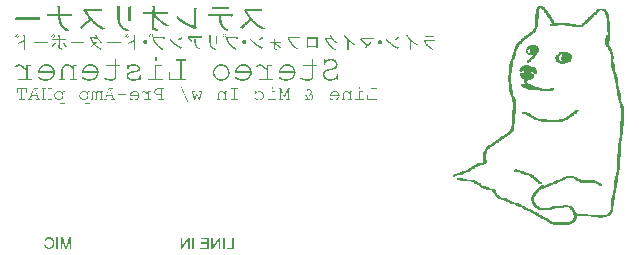
<source format=gbo>
G04 Layer_Color=32896*
%FSAX24Y24*%
%MOIN*%
G70*
G01*
G75*
%ADD127C,0.0025*%
G36*
X009456Y007383D02*
X009456Y007375D01*
X009455Y007367D01*
X009454Y007361D01*
Y007355D01*
Y007352D01*
Y007351D01*
X009456Y007320D01*
X009457Y007305D01*
X009459Y007291D01*
X009462Y007278D01*
X009464Y007266D01*
X009467Y007254D01*
X009470Y007243D01*
X009473Y007234D01*
X009475Y007226D01*
X009478Y007218D01*
X009480Y007212D01*
X009482Y007207D01*
X009483Y007204D01*
X009484Y007202D01*
X009485Y007201D01*
X009491Y007188D01*
X009500Y007175D01*
X009509Y007163D01*
X009518Y007151D01*
X009529Y007141D01*
X009540Y007131D01*
X009550Y007122D01*
X009561Y007113D01*
X009570Y007106D01*
X009580Y007100D01*
X009588Y007094D01*
X009596Y007089D01*
X009602Y007086D01*
X009607Y007083D01*
X009610Y007081D01*
X009611Y007081D01*
X009604Y007078D01*
X009597Y007075D01*
X009591Y007072D01*
X009587Y007069D01*
X009583Y007066D01*
X009580Y007065D01*
X009579Y007063D01*
X009578Y007062D01*
X009575Y007060D01*
X009573Y007059D01*
X009571Y007059D01*
X009570D01*
X009567Y007059D01*
X009564Y007061D01*
X009561Y007062D01*
X009560Y007062D01*
X009545Y007072D01*
X009532Y007082D01*
X009520Y007092D01*
X009508Y007102D01*
X009498Y007112D01*
X009489Y007122D01*
X009481Y007132D01*
X009473Y007141D01*
X009467Y007150D01*
X009461Y007158D01*
X009456Y007164D01*
X009452Y007171D01*
X009449Y007176D01*
X009447Y007180D01*
X009446Y007182D01*
X009446Y007183D01*
X009440Y007196D01*
X009434Y007210D01*
X009425Y007237D01*
X009419Y007265D01*
X009417Y007278D01*
X009415Y007291D01*
X009413Y007301D01*
X009412Y007312D01*
X009411Y007322D01*
Y007330D01*
X009411Y007336D01*
Y007341D01*
Y007344D01*
Y007345D01*
Y007352D01*
X009410Y007359D01*
X009409Y007364D01*
X009408Y007368D01*
X009407Y007371D01*
X009406Y007374D01*
X009405Y007374D01*
Y007375D01*
X009404Y007379D01*
X009403Y007381D01*
Y007382D01*
Y007383D01*
Y007385D01*
X009405Y007387D01*
X009407Y007390D01*
X009410Y007393D01*
X009411Y007393D01*
X009411D01*
X009419Y007395D01*
X009427Y007397D01*
X009435Y007398D01*
X009442Y007400D01*
X009449Y007401D01*
X009455D01*
X009459Y007401D01*
X009460D01*
X009456Y007383D01*
D02*
G37*
G36*
X007439Y007542D02*
X007438Y007535D01*
X007436Y007519D01*
X007435Y007503D01*
X007434Y007487D01*
X007434Y007473D01*
Y007466D01*
Y007461D01*
Y007457D01*
Y007453D01*
Y007451D01*
Y007450D01*
Y007178D01*
Y007153D01*
X007434Y007129D01*
Y007118D01*
Y007108D01*
X007435Y007099D01*
Y007090D01*
Y007082D01*
X007436Y007075D01*
Y007069D01*
Y007065D01*
X007436Y007060D01*
Y007057D01*
Y007056D01*
Y007055D01*
X007436Y007052D01*
X007435Y007050D01*
X007432Y007048D01*
X007429Y007046D01*
X007428D01*
X007423Y007046D01*
X007406D01*
X007401Y007046D01*
X007393D01*
X007392Y007047D01*
X007389Y007049D01*
X007388Y007051D01*
Y007052D01*
Y007054D01*
Y007054D01*
Y007056D01*
Y007059D01*
Y007062D01*
Y007066D01*
X007389Y007075D01*
Y007086D01*
Y007096D01*
X007390Y007105D01*
Y007108D01*
Y007110D01*
Y007112D01*
Y007113D01*
Y007128D01*
Y007141D01*
Y007152D01*
Y007161D01*
Y007169D01*
Y007174D01*
Y007178D01*
Y007178D01*
Y007320D01*
X007356Y007309D01*
X007323Y007296D01*
X007307Y007290D01*
X007293Y007283D01*
X007279Y007276D01*
X007266Y007269D01*
X007254Y007264D01*
X007243Y007258D01*
X007235Y007253D01*
X007226Y007247D01*
X007221Y007244D01*
X007216Y007241D01*
X007213Y007239D01*
X007212Y007239D01*
X007210Y007237D01*
X007208Y007237D01*
X007207D01*
X007205Y007237D01*
X007202Y007239D01*
X007201Y007240D01*
X007200Y007241D01*
X007194Y007251D01*
X007190Y007261D01*
X007188Y007265D01*
X007187Y007268D01*
X007186Y007270D01*
Y007271D01*
X007185Y007274D01*
Y007274D01*
X007186Y007277D01*
X007187Y007279D01*
X007189Y007280D01*
X007190Y007280D01*
X007225Y007300D01*
X007260Y007317D01*
X007294Y007331D01*
X007310Y007338D01*
X007324Y007344D01*
X007338Y007349D01*
X007350Y007353D01*
X007362Y007357D01*
X007372Y007360D01*
X007379Y007363D01*
X007385Y007364D01*
X007388Y007366D01*
X007390D01*
Y007455D01*
Y007465D01*
Y007473D01*
X007389Y007482D01*
Y007489D01*
Y007495D01*
X007388Y007500D01*
Y007505D01*
X007388Y007509D01*
X007387Y007516D01*
X007386Y007519D01*
X007385Y007522D01*
Y007522D01*
X007384Y007527D01*
X007382Y007531D01*
Y007533D01*
Y007533D01*
X007384Y007537D01*
X007386Y007539D01*
X007388Y007541D01*
X007390D01*
X007396Y007543D01*
X007404Y007544D01*
X007420Y007546D01*
X007428Y007547D01*
X007434Y007548D01*
X007439Y007549D01*
X007440D01*
X007439Y007542D01*
D02*
G37*
G36*
X003769D02*
X003768Y007535D01*
X003767Y007519D01*
X003765Y007503D01*
X003764Y007487D01*
X003764Y007473D01*
Y007466D01*
Y007461D01*
Y007457D01*
Y007453D01*
Y007451D01*
Y007450D01*
Y007178D01*
Y007153D01*
X003764Y007129D01*
Y007118D01*
Y007108D01*
X003765Y007099D01*
Y007090D01*
Y007082D01*
X003766Y007075D01*
Y007069D01*
Y007065D01*
X003767Y007060D01*
Y007057D01*
Y007056D01*
Y007055D01*
X003766Y007052D01*
X003765Y007050D01*
X003762Y007048D01*
X003759Y007046D01*
X003758D01*
X003753Y007046D01*
X003736D01*
X003731Y007046D01*
X003724D01*
X003722Y007047D01*
X003719Y007049D01*
X003719Y007051D01*
Y007052D01*
Y007054D01*
Y007054D01*
Y007056D01*
Y007059D01*
Y007062D01*
Y007066D01*
X003719Y007075D01*
Y007086D01*
Y007096D01*
X003720Y007105D01*
Y007108D01*
Y007110D01*
Y007112D01*
Y007113D01*
Y007128D01*
Y007141D01*
Y007152D01*
Y007161D01*
Y007169D01*
Y007174D01*
Y007178D01*
Y007178D01*
Y007320D01*
X003686Y007309D01*
X003653Y007296D01*
X003638Y007290D01*
X003623Y007283D01*
X003609Y007276D01*
X003596Y007269D01*
X003584Y007264D01*
X003573Y007258D01*
X003565Y007253D01*
X003557Y007247D01*
X003551Y007244D01*
X003546Y007241D01*
X003543Y007239D01*
X003542Y007239D01*
X003540Y007237D01*
X003538Y007237D01*
X003537D01*
X003535Y007237D01*
X003533Y007239D01*
X003531Y007240D01*
X003530Y007241D01*
X003525Y007251D01*
X003520Y007261D01*
X003518Y007265D01*
X003517Y007268D01*
X003516Y007270D01*
Y007271D01*
X003515Y007274D01*
Y007274D01*
X003516Y007277D01*
X003517Y007279D01*
X003520Y007280D01*
X003520Y007280D01*
X003555Y007300D01*
X003590Y007317D01*
X003624Y007331D01*
X003640Y007338D01*
X003654Y007344D01*
X003668Y007349D01*
X003681Y007353D01*
X003692Y007357D01*
X003702Y007360D01*
X003709Y007363D01*
X003715Y007364D01*
X003719Y007366D01*
X003720D01*
Y007455D01*
Y007465D01*
Y007473D01*
X003719Y007482D01*
Y007489D01*
Y007495D01*
X003719Y007500D01*
Y007505D01*
X003718Y007509D01*
X003717Y007516D01*
X003716Y007519D01*
X003716Y007522D01*
Y007522D01*
X003714Y007527D01*
X003713Y007531D01*
Y007533D01*
Y007533D01*
X003714Y007537D01*
X003716Y007539D01*
X003719Y007541D01*
X003720D01*
X003727Y007543D01*
X003734Y007544D01*
X003751Y007546D01*
X003758Y007547D01*
X003764Y007548D01*
X003769Y007549D01*
X003770D01*
X003769Y007542D01*
D02*
G37*
G36*
X015821Y007417D02*
X015835Y007403D01*
X015861Y007374D01*
X015888Y007346D01*
X015902Y007333D01*
X015915Y007320D01*
X015927Y007309D01*
X015939Y007299D01*
X015949Y007291D01*
X015958Y007283D01*
X015965Y007277D01*
X015971Y007272D01*
X015974Y007269D01*
X015975Y007268D01*
X016004Y007246D01*
X016034Y007225D01*
X016063Y007205D01*
X016077Y007196D01*
X016091Y007188D01*
X016104Y007180D01*
X016115Y007174D01*
X016125Y007168D01*
X016134Y007163D01*
X016141Y007159D01*
X016147Y007156D01*
X016150Y007154D01*
X016152Y007153D01*
X016163Y007148D01*
X016175Y007143D01*
X016186Y007139D01*
X016195Y007135D01*
X016204Y007132D01*
X016210Y007130D01*
X016214Y007129D01*
X016215Y007129D01*
X016216D01*
X016211Y007120D01*
X016206Y007112D01*
X016200Y007105D01*
X016195Y007099D01*
X016192Y007094D01*
X016189Y007090D01*
X016187Y007088D01*
X016186Y007087D01*
X016183Y007085D01*
X016180Y007083D01*
X016179Y007083D01*
X016178D01*
X016175Y007083D01*
X016173Y007085D01*
X016171Y007086D01*
X016170Y007086D01*
X016159Y007095D01*
X016148Y007103D01*
X016144Y007106D01*
X016140Y007108D01*
X016137Y007110D01*
X016136Y007110D01*
X016116Y007121D01*
X016097Y007133D01*
X016079Y007144D01*
X016061Y007154D01*
X016045Y007164D01*
X016030Y007175D01*
X016016Y007183D01*
X016004Y007192D01*
X015992Y007200D01*
X015982Y007207D01*
X015973Y007214D01*
X015966Y007219D01*
X015960Y007223D01*
X015956Y007226D01*
X015953Y007229D01*
X015953Y007229D01*
X015936Y007243D01*
X015919Y007257D01*
X015905Y007270D01*
X015890Y007283D01*
X015877Y007295D01*
X015864Y007307D01*
X015853Y007317D01*
X015843Y007328D01*
X015835Y007337D01*
X015826Y007345D01*
X015820Y007352D01*
X015814Y007358D01*
X015810Y007363D01*
X015806Y007367D01*
X015805Y007369D01*
X015804Y007370D01*
X015800Y007375D01*
X015798Y007379D01*
X015797Y007382D01*
Y007383D01*
Y007386D01*
X015798Y007389D01*
X015799Y007391D01*
X015800Y007392D01*
X015804Y007406D01*
X015806Y007414D01*
X015808Y007420D01*
X015808Y007425D01*
X015809Y007428D01*
X015810Y007431D01*
Y007432D01*
X015821Y007417D01*
D02*
G37*
G36*
X011298D02*
X011311Y007403D01*
X011337Y007374D01*
X011365Y007346D01*
X011379Y007333D01*
X011392Y007320D01*
X011404Y007309D01*
X011415Y007299D01*
X011426Y007291D01*
X011434Y007283D01*
X011442Y007277D01*
X011447Y007272D01*
X011450Y007269D01*
X011452Y007268D01*
X011480Y007246D01*
X011510Y007225D01*
X011540Y007205D01*
X011554Y007196D01*
X011568Y007188D01*
X011580Y007180D01*
X011592Y007174D01*
X011602Y007168D01*
X011611Y007163D01*
X011618Y007159D01*
X011624Y007156D01*
X011627Y007154D01*
X011628Y007153D01*
X011640Y007148D01*
X011652Y007143D01*
X011662Y007139D01*
X011672Y007135D01*
X011681Y007132D01*
X011687Y007130D01*
X011691Y007129D01*
X011692Y007129D01*
X011692D01*
X011687Y007120D01*
X011682Y007112D01*
X011677Y007105D01*
X011672Y007099D01*
X011668Y007094D01*
X011665Y007090D01*
X011663Y007088D01*
X011662Y007087D01*
X011660Y007085D01*
X011657Y007083D01*
X011655Y007083D01*
X011654D01*
X011652Y007083D01*
X011649Y007085D01*
X011647Y007086D01*
X011646Y007086D01*
X011635Y007095D01*
X011625Y007103D01*
X011620Y007106D01*
X011617Y007108D01*
X011614Y007110D01*
X011613Y007110D01*
X011592Y007121D01*
X011574Y007133D01*
X011555Y007144D01*
X011538Y007154D01*
X011522Y007164D01*
X011506Y007175D01*
X011493Y007183D01*
X011480Y007192D01*
X011469Y007200D01*
X011458Y007207D01*
X011450Y007214D01*
X011442Y007219D01*
X011436Y007223D01*
X011433Y007226D01*
X011430Y007229D01*
X011429Y007229D01*
X011412Y007243D01*
X011396Y007257D01*
X011381Y007270D01*
X011366Y007283D01*
X011353Y007295D01*
X011341Y007307D01*
X011330Y007317D01*
X011320Y007328D01*
X011311Y007337D01*
X011303Y007345D01*
X011296Y007352D01*
X011291Y007358D01*
X011286Y007363D01*
X011283Y007367D01*
X011281Y007369D01*
X011280Y007370D01*
X011277Y007375D01*
X011275Y007379D01*
X011274Y007382D01*
Y007383D01*
Y007386D01*
X011275Y007389D01*
X011275Y007391D01*
X011276Y007392D01*
X011280Y007406D01*
X011283Y007414D01*
X011284Y007420D01*
X011285Y007425D01*
X011286Y007428D01*
X011286Y007431D01*
Y007432D01*
X011298Y007417D01*
D02*
G37*
G36*
X008609D02*
X008623Y007403D01*
X008649Y007374D01*
X008676Y007346D01*
X008690Y007333D01*
X008703Y007320D01*
X008715Y007309D01*
X008727Y007299D01*
X008737Y007291D01*
X008746Y007283D01*
X008753Y007277D01*
X008759Y007272D01*
X008762Y007269D01*
X008763Y007268D01*
X008792Y007246D01*
X008822Y007225D01*
X008851Y007205D01*
X008865Y007196D01*
X008879Y007188D01*
X008892Y007180D01*
X008903Y007174D01*
X008913Y007168D01*
X008922Y007163D01*
X008929Y007159D01*
X008935Y007156D01*
X008938Y007154D01*
X008940Y007153D01*
X008951Y007148D01*
X008963Y007143D01*
X008974Y007139D01*
X008983Y007135D01*
X008992Y007132D01*
X008998Y007130D01*
X009002Y007129D01*
X009003Y007129D01*
X009004D01*
X008999Y007120D01*
X008994Y007112D01*
X008988Y007105D01*
X008983Y007099D01*
X008980Y007094D01*
X008977Y007090D01*
X008975Y007088D01*
X008974Y007087D01*
X008971Y007085D01*
X008968Y007083D01*
X008967Y007083D01*
X008966D01*
X008963Y007083D01*
X008961Y007085D01*
X008959Y007086D01*
X008958Y007086D01*
X008947Y007095D01*
X008936Y007103D01*
X008932Y007106D01*
X008928Y007108D01*
X008925Y007110D01*
X008924Y007110D01*
X008904Y007121D01*
X008885Y007133D01*
X008867Y007144D01*
X008849Y007154D01*
X008833Y007164D01*
X008818Y007175D01*
X008804Y007183D01*
X008792Y007192D01*
X008780Y007200D01*
X008770Y007207D01*
X008761Y007214D01*
X008754Y007219D01*
X008748Y007223D01*
X008744Y007226D01*
X008741Y007229D01*
X008741Y007229D01*
X008724Y007243D01*
X008707Y007257D01*
X008692Y007270D01*
X008678Y007283D01*
X008665Y007295D01*
X008652Y007307D01*
X008641Y007317D01*
X008631Y007328D01*
X008623Y007337D01*
X008615Y007345D01*
X008608Y007352D01*
X008602Y007358D01*
X008598Y007363D01*
X008594Y007367D01*
X008593Y007369D01*
X008592Y007370D01*
X008588Y007375D01*
X008586Y007379D01*
X008585Y007382D01*
Y007383D01*
Y007386D01*
X008586Y007389D01*
X008587Y007391D01*
X008588Y007392D01*
X008592Y007406D01*
X008594Y007414D01*
X008596Y007420D01*
X008596Y007425D01*
X008597Y007428D01*
X008598Y007431D01*
Y007432D01*
X008609Y007417D01*
D02*
G37*
G36*
X009961Y007527D02*
X009960Y007521D01*
X009958Y007504D01*
X009957Y007487D01*
X009956Y007469D01*
X009955Y007452D01*
Y007446D01*
Y007439D01*
Y007434D01*
Y007430D01*
Y007428D01*
Y007427D01*
Y007322D01*
X009956Y007302D01*
X009957Y007284D01*
X009959Y007266D01*
X009962Y007250D01*
X009967Y007236D01*
X009970Y007222D01*
X009975Y007210D01*
X009979Y007198D01*
X009984Y007188D01*
X009989Y007180D01*
X009992Y007172D01*
X009996Y007166D01*
X010000Y007161D01*
X010002Y007158D01*
X010003Y007156D01*
X010004Y007155D01*
X010013Y007145D01*
X010024Y007135D01*
X010046Y007118D01*
X010070Y007104D01*
X010093Y007092D01*
X010104Y007087D01*
X010114Y007083D01*
X010124Y007079D01*
X010131Y007076D01*
X010137Y007074D01*
X010142Y007073D01*
X010145Y007071D01*
X010147D01*
X010134Y007064D01*
X010129Y007060D01*
X010125Y007057D01*
X010121Y007054D01*
X010118Y007051D01*
X010117Y007050D01*
X010116Y007049D01*
X010113Y007046D01*
X010110Y007045D01*
X010107Y007044D01*
X010107D01*
X010104Y007045D01*
X010102Y007046D01*
X010100Y007046D01*
X010099D01*
X010083Y007052D01*
X010069Y007059D01*
X010055Y007066D01*
X010042Y007073D01*
X010030Y007080D01*
X010019Y007088D01*
X010009Y007095D01*
X010000Y007102D01*
X009992Y007109D01*
X009985Y007115D01*
X009979Y007121D01*
X009974Y007126D01*
X009970Y007129D01*
X009968Y007132D01*
X009966Y007135D01*
X009965Y007135D01*
X009956Y007148D01*
X009948Y007163D01*
X009941Y007178D01*
X009935Y007194D01*
X009930Y007210D01*
X009925Y007225D01*
X009922Y007240D01*
X009919Y007256D01*
X009916Y007269D01*
X009915Y007283D01*
X009914Y007294D01*
X009913Y007304D01*
X009912Y007313D01*
Y007320D01*
Y007323D01*
Y007325D01*
Y007428D01*
Y007441D01*
Y007451D01*
X009911Y007461D01*
Y007469D01*
X009911Y007477D01*
X009910Y007484D01*
Y007489D01*
X009909Y007494D01*
X009908Y007498D01*
X009908Y007501D01*
X009907Y007506D01*
X009906Y007508D01*
Y007508D01*
X009905Y007511D01*
X009904Y007514D01*
Y007515D01*
Y007516D01*
X009905Y007519D01*
X009907Y007522D01*
X009909Y007523D01*
X009910Y007524D01*
X009919Y007526D01*
X009927Y007528D01*
X009936Y007530D01*
X009944Y007531D01*
X009951Y007533D01*
X009957Y007533D01*
X009961Y007534D01*
X009962D01*
X009961Y007527D01*
D02*
G37*
G36*
X009114Y006729D02*
X009121Y006727D01*
X009126Y006724D01*
X009128Y006723D01*
X009131Y006718D01*
X009134Y006711D01*
X009135Y006708D01*
Y006705D01*
X009134Y006697D01*
X009131Y006692D01*
X009129Y006689D01*
X009128Y006687D01*
X009120Y006683D01*
X009112Y006682D01*
X009105Y006681D01*
X008984D01*
Y006087D01*
X009102D01*
X009114Y006085D01*
X009121Y006083D01*
X009126Y006080D01*
X009128Y006079D01*
X009131Y006074D01*
X009134Y006068D01*
X009135Y006064D01*
Y006061D01*
X009134Y006054D01*
X009131Y006048D01*
X009129Y006045D01*
X009128Y006043D01*
X009120Y006040D01*
X009112Y006038D01*
X009105Y006037D01*
X008551D01*
Y006284D01*
X008553Y006296D01*
X008555Y006303D01*
X008558Y006309D01*
X008559Y006310D01*
X008565Y006315D01*
X008570Y006316D01*
X008576Y006318D01*
X008577D01*
X008584Y006316D01*
X008590Y006314D01*
X008593Y006310D01*
X008595Y006309D01*
X008598Y006302D01*
X008600Y006293D01*
X008601Y006287D01*
Y006286D01*
Y006284D01*
Y006087D01*
X008934D01*
Y006681D01*
X008815D01*
X008805Y006682D01*
X008797Y006685D01*
X008792Y006686D01*
X008791Y006687D01*
X008786Y006692D01*
X008783Y006699D01*
X008782Y006704D01*
Y006705D01*
X008783Y006713D01*
X008786Y006718D01*
X008790Y006722D01*
X008791Y006723D01*
X008797Y006728D01*
X008806Y006729D01*
X008813Y006731D01*
X009102D01*
X009114Y006729D01*
D02*
G37*
G36*
X013359Y006731D02*
X013364Y006728D01*
X013368Y006724D01*
X013370Y006723D01*
X013373Y006715D01*
X013375Y006708D01*
X013376Y006700D01*
Y006699D01*
Y006697D01*
Y006551D01*
X013468D01*
X013479Y006550D01*
X013487Y006547D01*
X013492Y006544D01*
X013493Y006543D01*
X013497Y006537D01*
X013500Y006532D01*
X013501Y006527D01*
Y006525D01*
X013500Y006518D01*
X013497Y006513D01*
X013494Y006509D01*
X013493Y006507D01*
X013486Y006504D01*
X013478Y006502D01*
X013470Y006501D01*
X013376D01*
Y006168D01*
X013373Y006144D01*
X013368Y006122D01*
X013359Y006103D01*
X013350Y006088D01*
X013341Y006075D01*
X013333Y006066D01*
X013327Y006061D01*
X013325Y006059D01*
X013305Y006045D01*
X013282Y006036D01*
X013259Y006028D01*
X013236Y006023D01*
X013217Y006020D01*
X013208Y006019D01*
X013200D01*
X013195Y006018D01*
X013186D01*
X013160Y006019D01*
X013136Y006022D01*
X013113Y006024D01*
X013092Y006029D01*
X013074Y006033D01*
X013060Y006036D01*
X013055Y006037D01*
X013051Y006038D01*
X013048Y006040D01*
X013047D01*
X013034Y006043D01*
X013021Y006048D01*
X013001Y006056D01*
X012986Y006064D01*
X012973Y006070D01*
X012964Y006075D01*
X012959Y006079D01*
X012956Y006082D01*
X012955Y006083D01*
X012950Y006089D01*
X012948Y006094D01*
X012946Y006098D01*
Y006099D01*
X012948Y006106D01*
X012950Y006111D01*
X012953Y006115D01*
X012954Y006116D01*
X012960Y006121D01*
X012965Y006122D01*
X012969Y006124D01*
X012970D01*
X012977Y006122D01*
X012983Y006120D01*
X012987Y006117D01*
X012990Y006116D01*
X013004Y006110D01*
X013018Y006102D01*
X013033Y006097D01*
X013048Y006092D01*
X013061Y006088D01*
X013071Y006084D01*
X013079Y006083D01*
X013080Y006082D01*
X013081D01*
X013103Y006077D01*
X013123Y006074D01*
X013141Y006071D01*
X013158Y006069D01*
X013172D01*
X013182Y006068D01*
X013191D01*
X013214Y006069D01*
X013234Y006071D01*
X013252Y006077D01*
X013266Y006082D01*
X013278Y006087D01*
X013285Y006092D01*
X013290Y006094D01*
X013292Y006096D01*
X013303Y006107D01*
X013312Y006120D01*
X013317Y006131D01*
X013322Y006143D01*
X013325Y006153D01*
X013326Y006161D01*
Y006167D01*
Y006168D01*
Y006501D01*
X013057D01*
X013046Y006502D01*
X013038Y006505D01*
X013033Y006506D01*
X013032Y006507D01*
X013027Y006514D01*
X013024Y006519D01*
X013023Y006524D01*
Y006525D01*
X013024Y006533D01*
X013027Y006538D01*
X013030Y006542D01*
X013032Y006543D01*
X013039Y006548D01*
X013047Y006550D01*
X013055Y006551D01*
X013326D01*
Y006697D01*
X013327Y006709D01*
X013330Y006717D01*
X013333Y006722D01*
X013334Y006723D01*
X013340Y006728D01*
X013345Y006731D01*
X013350Y006732D01*
X013352D01*
X013359Y006731D01*
D02*
G37*
G36*
X012524Y006567D02*
X012545Y006565D01*
X012565Y006561D01*
X012584Y006557D01*
X012617Y006544D01*
X012633Y006537D01*
X012647Y006530D01*
X012659Y006523D01*
X012670Y006515D01*
X012680Y006509D01*
X012687Y006504D01*
X012694Y006499D01*
X012698Y006495D01*
X012700Y006492D01*
X012701Y006491D01*
X012715Y006476D01*
X012728Y006460D01*
X012738Y006445D01*
X012747Y006428D01*
X012755Y006413D01*
X012763Y006398D01*
X012772Y006369D01*
X012775Y006356D01*
X012778Y006343D01*
X012779Y006333D01*
X012780Y006323D01*
X012782Y006315D01*
Y006310D01*
Y006306D01*
Y006305D01*
X012780Y006283D01*
X012778Y006261D01*
X012774Y006241D01*
X012768Y006222D01*
X012755Y006187D01*
X012747Y006172D01*
X012738Y006158D01*
X012731Y006145D01*
X012723Y006134D01*
X012717Y006124D01*
X012709Y006116D01*
X012704Y006110D01*
X012700Y006105D01*
X012698Y006102D01*
X012696Y006101D01*
X012680Y006087D01*
X012663Y006074D01*
X012645Y006063D01*
X012628Y006052D01*
X012610Y006045D01*
X012592Y006038D01*
X012557Y006028D01*
X012542Y006024D01*
X012528Y006022D01*
X012515Y006020D01*
X012505Y006019D01*
X012496Y006018D01*
X012483D01*
X012455Y006019D01*
X012427Y006022D01*
X012403Y006026D01*
X012380Y006031D01*
X012361Y006036D01*
X012353Y006037D01*
X012347Y006040D01*
X012342Y006041D01*
X012338Y006042D01*
X012336Y006043D01*
X012334D01*
X012309Y006054D01*
X012288Y006063D01*
X012270Y006071D01*
X012256Y006080D01*
X012246Y006088D01*
X012239Y006093D01*
X012235Y006097D01*
X012234Y006098D01*
X012227Y006106D01*
X012225Y006112D01*
X012223Y006117D01*
Y006119D01*
X012225Y006126D01*
X012227Y006131D01*
X012230Y006135D01*
X012231Y006136D01*
X012237Y006142D01*
X012242Y006143D01*
X012246Y006144D01*
X012248D01*
X012254Y006143D01*
X012260Y006139D01*
X012265Y006135D01*
X012267Y006134D01*
X012282Y006124D01*
X012299Y006114D01*
X012316Y006106D01*
X012332Y006098D01*
X012346Y006093D01*
X012357Y006089D01*
X012365Y006087D01*
X012366Y006085D01*
X012367D01*
X012389Y006079D01*
X012411Y006075D01*
X012430Y006071D01*
X012448Y006070D01*
X012463Y006069D01*
X012473Y006068D01*
X012483D01*
X012501Y006069D01*
X012519Y006070D01*
X012552Y006077D01*
X012580Y006087D01*
X012606Y006097D01*
X012616Y006102D01*
X012625Y006107D01*
X012633Y006112D01*
X012639Y006117D01*
X012645Y006121D01*
X012649Y006124D01*
X012650Y006126D01*
X012652D01*
X012663Y006138D01*
X012675Y006149D01*
X012693Y006176D01*
X012707Y006201D01*
X012717Y006226D01*
X012724Y006249D01*
X012727Y006258D01*
X012730Y006265D01*
X012731Y006273D01*
Y006278D01*
X012732Y006281D01*
Y006282D01*
X012223D01*
X012225Y006305D01*
X012227Y006326D01*
X012231Y006348D01*
X012236Y006367D01*
X012241Y006385D01*
X012249Y006403D01*
X012255Y006418D01*
X012263Y006432D01*
X012270Y006445D01*
X012277Y006456D01*
X012285Y006465D01*
X012290Y006474D01*
X012295Y006481D01*
X012299Y006485D01*
X012301Y006487D01*
X012302Y006488D01*
X012318Y006502D01*
X012333Y006515D01*
X012350Y006525D01*
X012366Y006534D01*
X012383Y006543D01*
X012399Y006550D01*
X012431Y006558D01*
X012446Y006562D01*
X012459Y006565D01*
X012472Y006566D01*
X012482Y006567D01*
X012491Y006569D01*
X012503D01*
X012524Y006567D01*
D02*
G37*
G36*
X013990Y006743D02*
X014024Y006737D01*
X014052Y006728D01*
X014075Y006718D01*
X014094Y006706D01*
X014101Y006701D01*
X014108Y006697D01*
X014113Y006694D01*
X014117Y006691D01*
X014118Y006690D01*
X014119Y006689D01*
X014131Y006678D01*
X014140Y006667D01*
X014149Y006655D01*
X014155Y006644D01*
X014166Y006621D01*
X014174Y006601D01*
X014178Y006583D01*
X014180Y006567D01*
X014182Y006562D01*
Y006558D01*
Y006556D01*
Y006555D01*
X014179Y006527D01*
X014173Y006502D01*
X014165Y006482D01*
X014155Y006465D01*
X014145Y006451D01*
X014137Y006441D01*
X014131Y006436D01*
X014128Y006434D01*
X014117Y006426D01*
X014105Y006418D01*
X014077Y006405D01*
X014047Y006395D01*
X014017Y006386D01*
X013990Y006380D01*
X013979Y006377D01*
X013969Y006375D01*
X013960Y006374D01*
X013953Y006372D01*
X013950Y006371D01*
X013948D01*
X013932Y006369D01*
X013918Y006365D01*
X013904Y006362D01*
X013892Y006360D01*
X013872Y006354D01*
X013855Y006351D01*
X013844Y006348D01*
X013836Y006346D01*
X013831Y006343D01*
X013830D01*
X013816Y006335D01*
X013803Y006328D01*
X013793Y006320D01*
X013784Y006312D01*
X013778Y006305D01*
X013772Y006300D01*
X013770Y006296D01*
X013769Y006295D01*
X013761Y006283D01*
X013756Y006270D01*
X013752Y006259D01*
X013750Y006249D01*
X013748Y006238D01*
X013747Y006231D01*
Y006226D01*
Y006224D01*
Y006213D01*
X013750Y006201D01*
X013756Y006180D01*
X013765Y006161D01*
X013774Y006144D01*
X013784Y006131D01*
X013793Y006121D01*
X013799Y006116D01*
X013800Y006114D01*
X013802D01*
X013823Y006098D01*
X013848Y006087D01*
X013873Y006079D01*
X013896Y006074D01*
X013918Y006070D01*
X013927Y006069D01*
X013934D01*
X013941Y006068D01*
X013950D01*
X013983Y006070D01*
X014013Y006075D01*
X014039Y006082D01*
X014061Y006091D01*
X014077Y006098D01*
X014090Y006106D01*
X014098Y006111D01*
X014099Y006112D01*
X014100D01*
X014118Y006129D01*
X014132Y006147D01*
X014142Y006163D01*
X014150Y006179D01*
X014154Y006193D01*
X014156Y006203D01*
X014158Y006209D01*
Y006212D01*
X014159Y006222D01*
X014163Y006230D01*
X014165Y006233D01*
X014166Y006235D01*
X014172Y006240D01*
X014177Y006241D01*
X014182Y006242D01*
X014183D01*
X014191Y006241D01*
X014196Y006238D01*
X014200Y006235D01*
X014201Y006233D01*
X014205Y006226D01*
X014206Y006218D01*
X014207Y006210D01*
Y006209D01*
Y006208D01*
Y006070D01*
X014206Y006059D01*
X014203Y006051D01*
X014202Y006046D01*
X014201Y006045D01*
X014194Y006041D01*
X014189Y006038D01*
X014184Y006037D01*
X014183D01*
X014175Y006038D01*
X014170Y006041D01*
X014166Y006043D01*
X014165Y006045D01*
X014160Y006052D01*
X014159Y006060D01*
X014158Y006068D01*
Y006069D01*
Y006070D01*
Y006098D01*
X014142Y006084D01*
X014126Y006071D01*
X014109Y006061D01*
X014092Y006052D01*
X014075Y006045D01*
X014058Y006037D01*
X014025Y006028D01*
X014010Y006024D01*
X013994Y006022D01*
X013982Y006020D01*
X013971Y006019D01*
X013962Y006018D01*
X013950D01*
X013929Y006019D01*
X013909Y006020D01*
X013872Y006027D01*
X013857Y006032D01*
X013841Y006037D01*
X013827Y006042D01*
X013815Y006048D01*
X013803Y006054D01*
X013794Y006059D01*
X013785Y006064D01*
X013779Y006069D01*
X013774Y006073D01*
X013769Y006075D01*
X013767Y006078D01*
X013766D01*
X013753Y006089D01*
X013743Y006101D01*
X013734Y006114D01*
X013727Y006126D01*
X013714Y006150D01*
X013706Y006173D01*
X013701Y006193D01*
X013700Y006201D01*
X013699Y006209D01*
X013697Y006216D01*
Y006219D01*
Y006222D01*
Y006223D01*
X013699Y006244D01*
X013701Y006261D01*
X013706Y006278D01*
X013710Y006293D01*
X013715Y006305D01*
X013720Y006312D01*
X013723Y006319D01*
X013724Y006320D01*
X013735Y006334D01*
X013747Y006347D01*
X013760Y006358D01*
X013772Y006367D01*
X013784Y006375D01*
X013793Y006380D01*
X013799Y006383D01*
X013802Y006384D01*
X013809Y006386D01*
X013820Y006390D01*
X013840Y006397D01*
X013863Y006402D01*
X013887Y006407D01*
X013908Y006412D01*
X013918Y006413D01*
X013925Y006416D01*
X013932Y006417D01*
X013938D01*
X013941Y006418D01*
X013942D01*
X013964Y006422D01*
X013982Y006425D01*
X013998Y006428D01*
X014010Y006431D01*
X014020Y006432D01*
X014027Y006435D01*
X014031Y006436D01*
X014033D01*
X014052Y006444D01*
X014061Y006449D01*
X014068Y006453D01*
X014075Y006455D01*
X014080Y006458D01*
X014082Y006460D01*
X014084D01*
X014099Y006473D01*
X014109Y006486D01*
X014114Y006491D01*
X014117Y006496D01*
X014118Y006499D01*
X014119Y006500D01*
X014127Y006519D01*
X014131Y006536D01*
Y006543D01*
X014132Y006548D01*
Y006552D01*
Y006553D01*
X014129Y006575D01*
X014124Y006594D01*
X014117Y006611D01*
X014108Y006626D01*
X014099Y006638D01*
X014091Y006646D01*
X014086Y006653D01*
X014084Y006654D01*
X014064Y006668D01*
X014043Y006678D01*
X014021Y006686D01*
X013999Y006691D01*
X013982Y006694D01*
X013966Y006696D01*
X013952D01*
X013924Y006695D01*
X013900Y006690D01*
X013878Y006683D01*
X013860Y006676D01*
X013845Y006668D01*
X013835Y006662D01*
X013829Y006657D01*
X013826Y006655D01*
X013809Y006640D01*
X013798Y006625D01*
X013788Y006609D01*
X013781Y006595D01*
X013778Y006584D01*
X013775Y006575D01*
X013774Y006569D01*
Y006566D01*
X013772Y006556D01*
X013770Y006550D01*
X013769Y006544D01*
X013767Y006543D01*
X013761Y006539D01*
X013756Y006538D01*
X013751Y006537D01*
X013750D01*
X013742Y006538D01*
X013737Y006541D01*
X013733Y006543D01*
X013732Y006544D01*
X013727Y006552D01*
X013725Y006560D01*
X013724Y006567D01*
Y006569D01*
Y006570D01*
Y006696D01*
X013725Y006708D01*
X013728Y006715D01*
X013730Y006720D01*
X013732Y006722D01*
X013737Y006727D01*
X013743Y006729D01*
X013747Y006731D01*
X013750D01*
X013757Y006729D01*
X013762Y006727D01*
X013766Y006723D01*
X013767Y006722D01*
X013771Y006714D01*
X013772Y006706D01*
X013774Y006699D01*
Y006697D01*
Y006696D01*
Y006680D01*
X013788Y006691D01*
X013803Y006701D01*
X013818Y006710D01*
X013834Y006718D01*
X013864Y006729D01*
X013892Y006738D01*
X013906Y006741D01*
X013918Y006742D01*
X013928Y006743D01*
X013937Y006745D01*
X013945Y006746D01*
X013974D01*
X013990Y006743D01*
D02*
G37*
G36*
X008166Y006678D02*
X008092D01*
Y006806D01*
X008166D01*
Y006678D01*
D02*
G37*
G36*
X007424Y006567D02*
X007452Y006562D01*
X007478Y006557D01*
X007499Y006550D01*
X007517Y006543D01*
X007530Y006537D01*
X007535Y006534D01*
X007539Y006532D01*
X007540Y006530D01*
X007542D01*
X007553Y006523D01*
X007562Y006515D01*
X007571Y006507D01*
X007577Y006499D01*
X007589Y006482D01*
X007596Y006467D01*
X007600Y006451D01*
X007603Y006440D01*
X007604Y006432D01*
Y006431D01*
Y006430D01*
X007603Y006417D01*
X007600Y006404D01*
X007598Y006393D01*
X007593Y006384D01*
X007589Y006375D01*
X007586Y006369D01*
X007584Y006365D01*
X007582Y006363D01*
X007573Y006353D01*
X007563Y006343D01*
X007553Y006335D01*
X007543Y006329D01*
X007534Y006324D01*
X007526Y006320D01*
X007521Y006319D01*
X007520Y006318D01*
X007502Y006312D01*
X007482Y006307D01*
X007460Y006302D01*
X007438Y006300D01*
X007418Y006296D01*
X007410Y006295D01*
X007403Y006293D01*
X007396D01*
X007391Y006292D01*
X007387D01*
X007354Y006288D01*
X007326Y006283D01*
X007302Y006277D01*
X007281Y006270D01*
X007266Y006264D01*
X007255Y006260D01*
X007248Y006256D01*
X007246Y006255D01*
X007229Y006244D01*
X007218Y006232D01*
X007209Y006219D01*
X007204Y006207D01*
X007200Y006196D01*
X007199Y006187D01*
X007197Y006182D01*
Y006180D01*
X007200Y006165D01*
X007205Y006150D01*
X007213Y006138D01*
X007222Y006126D01*
X007230Y006117D01*
X007238Y006110D01*
X007243Y006105D01*
X007246Y006103D01*
X007265Y006092D01*
X007288Y006083D01*
X007312Y006077D01*
X007335Y006073D01*
X007357Y006070D01*
X007366Y006069D01*
X007375Y006068D01*
X007390D01*
X007413Y006069D01*
X007434Y006070D01*
X007454Y006073D01*
X007470Y006077D01*
X007483Y006080D01*
X007493Y006083D01*
X007498Y006084D01*
X007501Y006085D01*
X007517Y006093D01*
X007530Y006101D01*
X007542Y006108D01*
X007550Y006116D01*
X007558Y006122D01*
X007563Y006128D01*
X007566Y006131D01*
X007567Y006133D01*
X007572Y006140D01*
X007575Y006148D01*
X007580Y006163D01*
Y006170D01*
X007581Y006175D01*
Y006177D01*
Y006179D01*
X007582Y006187D01*
X007585Y006194D01*
X007587Y006198D01*
X007589Y006199D01*
X007595Y006204D01*
X007600Y006205D01*
X007605Y006207D01*
X007607D01*
X007614Y006205D01*
X007619Y006203D01*
X007623Y006199D01*
X007624Y006198D01*
X007628Y006190D01*
X007630Y006182D01*
X007631Y006175D01*
Y006173D01*
Y006172D01*
Y006070D01*
X007630Y006059D01*
X007627Y006051D01*
X007626Y006046D01*
X007624Y006045D01*
X007618Y006041D01*
X007613Y006038D01*
X007608Y006037D01*
X007607D01*
X007600Y006038D01*
X007596Y006040D01*
X007594Y006041D01*
X007593D01*
X007589Y006043D01*
X007586Y006047D01*
X007585Y006048D01*
Y006050D01*
X007584Y006052D01*
Y006056D01*
X007582Y006065D01*
Y006073D01*
Y006075D01*
Y006077D01*
X007568Y006066D01*
X007552Y006057D01*
X007520Y006042D01*
X007488Y006032D01*
X007457Y006026D01*
X007443Y006023D01*
X007431Y006020D01*
X007418Y006019D01*
X007408D01*
X007400Y006018D01*
X007367D01*
X007346Y006020D01*
X007327Y006023D01*
X007311Y006026D01*
X007294Y006029D01*
X007279Y006033D01*
X007266Y006038D01*
X007255Y006043D01*
X007243Y006047D01*
X007234Y006052D01*
X007227Y006056D01*
X007220Y006060D01*
X007215Y006063D01*
X007211Y006065D01*
X007210Y006068D01*
X007209D01*
X007199Y006077D01*
X007188Y006087D01*
X007173Y006106D01*
X007163Y006125D01*
X007155Y006143D01*
X007150Y006158D01*
X007149Y006171D01*
X007148Y006179D01*
Y006180D01*
Y006181D01*
X007149Y006196D01*
X007153Y006212D01*
X007156Y006224D01*
X007162Y006236D01*
X007168Y006246D01*
X007172Y006254D01*
X007176Y006259D01*
X007177Y006260D01*
X007188Y006273D01*
X007202Y006284D01*
X007216Y006295D01*
X007229Y006302D01*
X007242Y006309D01*
X007252Y006314D01*
X007258Y006316D01*
X007260Y006318D01*
X007261D01*
X007270Y006320D01*
X007279Y006323D01*
X007301Y006328D01*
X007325Y006333D01*
X007348Y006337D01*
X007371Y006340D01*
X007380Y006342D01*
X007389D01*
X007395Y006343D01*
X007400Y006344D01*
X007405D01*
X007433Y006348D01*
X007456Y006352D01*
X007475Y006356D01*
X007489Y006360D01*
X007501Y006363D01*
X007508Y006366D01*
X007512Y006367D01*
X007513Y006369D01*
X007527Y006379D01*
X007536Y006388D01*
X007544Y006398D01*
X007549Y006408D01*
X007552Y006416D01*
X007553Y006422D01*
X007554Y006427D01*
Y006428D01*
X007553Y006440D01*
X007549Y006450D01*
X007543Y006460D01*
X007536Y006468D01*
X007531Y006474D01*
X007525Y006481D01*
X007521Y006483D01*
X007520Y006485D01*
X007501Y006496D01*
X007480Y006505D01*
X007459Y006510D01*
X007437Y006515D01*
X007419Y006518D01*
X007404Y006519D01*
X007390D01*
X007362Y006518D01*
X007336Y006514D01*
X007313Y006507D01*
X007295Y006502D01*
X007280Y006496D01*
X007270Y006490D01*
X007264Y006486D01*
X007261Y006485D01*
X007250Y006476D01*
X007242Y006465D01*
X007236Y006456D01*
X007230Y006446D01*
X007228Y006439D01*
X007227Y006432D01*
X007225Y006427D01*
Y006426D01*
X007224Y006416D01*
X007222Y006409D01*
X007219Y006405D01*
X007218Y006404D01*
X007211Y006400D01*
X007206Y006399D01*
X007201Y006398D01*
X007200D01*
X007192Y006399D01*
X007187Y006402D01*
X007183Y006404D01*
X007182Y006405D01*
X007177Y006413D01*
X007176Y006421D01*
X007174Y006428D01*
Y006430D01*
Y006431D01*
Y006516D01*
X007176Y006528D01*
X007178Y006536D01*
X007181Y006541D01*
X007182Y006542D01*
X007188Y006547D01*
X007193Y006550D01*
X007199Y006551D01*
X007200D01*
X007207Y006550D01*
X007213Y006547D01*
X007216Y006544D01*
X007218Y006543D01*
X007222Y006537D01*
X007223Y006528D01*
X007224Y006522D01*
Y006520D01*
Y006519D01*
X007250Y006536D01*
X007278Y006548D01*
X007306Y006557D01*
X007332Y006562D01*
X007357Y006566D01*
X007367Y006567D01*
X007376D01*
X007382Y006569D01*
X007392D01*
X007424Y006567D01*
D02*
G37*
G36*
X005076Y007281D02*
X005078Y007274D01*
X005080Y007267D01*
X005082Y007261D01*
X005085Y007257D01*
X005085Y007254D01*
X005086Y007253D01*
X005097Y007233D01*
X005109Y007214D01*
X005121Y007197D01*
X005132Y007183D01*
X005138Y007176D01*
X005142Y007170D01*
X005147Y007165D01*
X005151Y007161D01*
X005154Y007157D01*
X005156Y007155D01*
X005158Y007153D01*
X005158Y007153D01*
X005147Y007149D01*
X005141Y007147D01*
X005136Y007145D01*
X005132Y007143D01*
X005129Y007141D01*
X005127Y007140D01*
X005126Y007140D01*
X005123Y007138D01*
X005122Y007137D01*
X005120Y007137D01*
X005120D01*
X005116Y007137D01*
X005113Y007140D01*
X005111Y007143D01*
X005110Y007143D01*
X005098Y007159D01*
X005086Y007175D01*
X005075Y007191D01*
X005066Y007205D01*
X005058Y007218D01*
X005055Y007223D01*
X005052Y007228D01*
X005050Y007232D01*
X005048Y007235D01*
X005047Y007237D01*
Y007237D01*
X005041Y007247D01*
X005036Y007255D01*
X005034Y007257D01*
X005032Y007259D01*
X005031Y007261D01*
X005027Y007265D01*
X005025Y007268D01*
X005024Y007270D01*
Y007271D01*
X005026Y007274D01*
X005028Y007276D01*
X005030Y007277D01*
X005031Y007278D01*
X005038Y007282D01*
X005045Y007286D01*
X005051Y007289D01*
X005058Y007292D01*
X005064Y007294D01*
X005068Y007296D01*
X005071Y007297D01*
X005072Y007298D01*
X005076Y007281D01*
D02*
G37*
G36*
X006971Y007307D02*
X006970Y007298D01*
X006969Y007291D01*
X006968Y007284D01*
X006968Y007278D01*
X006967Y007274D01*
X006966Y007272D01*
Y007272D01*
X006965Y007269D01*
X006963Y007266D01*
X006960Y007264D01*
X006957Y007263D01*
X006955D01*
X006953Y007264D01*
X006951D01*
X006946Y007264D01*
X006942Y007265D01*
X006940Y007266D01*
X006939D01*
X006928Y007267D01*
X006917Y007268D01*
X006906Y007269D01*
X006895D01*
X006886Y007269D01*
X006579D01*
X006568Y007269D01*
X006535D01*
X006529Y007268D01*
X006516D01*
X006514Y007267D01*
X006513D01*
X006511Y007268D01*
X006509Y007269D01*
X006507Y007272D01*
X006506Y007274D01*
Y007275D01*
X006506Y007280D01*
Y007285D01*
Y007290D01*
Y007291D01*
Y007291D01*
Y007298D01*
Y007303D01*
X006506Y007306D01*
Y007307D01*
X006507Y007312D01*
X006509Y007314D01*
X006512Y007315D01*
X006514D01*
X006515Y007314D01*
X006516D01*
X006541Y007313D01*
X006589D01*
X006599Y007312D01*
X006870D01*
X006885Y007313D01*
X006898D01*
X006910Y007314D01*
X006921D01*
X006931Y007315D01*
X006939Y007315D01*
X006947D01*
X006954Y007316D01*
X006960D01*
X006964Y007317D01*
X006968D01*
X006970Y007317D01*
X006972D01*
X006971Y007307D01*
D02*
G37*
G36*
X005748D02*
X005747Y007298D01*
X005746Y007291D01*
X005745Y007284D01*
X005744Y007278D01*
X005744Y007274D01*
X005743Y007272D01*
Y007272D01*
X005742Y007269D01*
X005740Y007266D01*
X005736Y007264D01*
X005734Y007263D01*
X005731D01*
X005730Y007264D01*
X005728D01*
X005723Y007264D01*
X005719Y007265D01*
X005717Y007266D01*
X005716D01*
X005705Y007267D01*
X005693Y007268D01*
X005682Y007269D01*
X005672D01*
X005663Y007269D01*
X005356D01*
X005345Y007269D01*
X005311D01*
X005306Y007268D01*
X005292D01*
X005290Y007267D01*
X005290D01*
X005287Y007268D01*
X005286Y007269D01*
X005284Y007272D01*
X005283Y007274D01*
Y007275D01*
X005282Y007280D01*
Y007285D01*
Y007290D01*
Y007291D01*
Y007291D01*
Y007298D01*
Y007303D01*
X005283Y007306D01*
Y007307D01*
X005284Y007312D01*
X005286Y007314D01*
X005289Y007315D01*
X005291D01*
X005292Y007314D01*
X005292D01*
X005318Y007313D01*
X005365D01*
X005376Y007312D01*
X005647D01*
X005661Y007313D01*
X005674D01*
X005687Y007314D01*
X005698D01*
X005707Y007315D01*
X005716Y007315D01*
X005724D01*
X005731Y007316D01*
X005736D01*
X005741Y007317D01*
X005744D01*
X005747Y007317D01*
X005749D01*
X005748Y007307D01*
D02*
G37*
G36*
X004525D02*
X004523Y007298D01*
X004523Y007291D01*
X004522Y007284D01*
X004521Y007278D01*
X004520Y007274D01*
X004520Y007272D01*
Y007272D01*
X004518Y007269D01*
X004517Y007266D01*
X004513Y007264D01*
X004511Y007263D01*
X004508D01*
X004507Y007264D01*
X004504D01*
X004499Y007264D01*
X004496Y007265D01*
X004493Y007266D01*
X004493D01*
X004482Y007267D01*
X004470Y007268D01*
X004459Y007269D01*
X004448D01*
X004440Y007269D01*
X004133D01*
X004122Y007269D01*
X004088D01*
X004082Y007268D01*
X004069D01*
X004067Y007267D01*
X004066D01*
X004064Y007268D01*
X004063Y007269D01*
X004060Y007272D01*
X004060Y007274D01*
Y007275D01*
X004059Y007280D01*
Y007285D01*
Y007290D01*
Y007291D01*
Y007291D01*
Y007298D01*
Y007303D01*
X004060Y007306D01*
Y007307D01*
X004060Y007312D01*
X004063Y007314D01*
X004066Y007315D01*
X004068D01*
X004068Y007314D01*
X004069D01*
X004095Y007313D01*
X004142D01*
X004152Y007312D01*
X004423D01*
X004438Y007313D01*
X004451D01*
X004464Y007314D01*
X004475D01*
X004484Y007315D01*
X004493Y007315D01*
X004501D01*
X004507Y007316D01*
X004513D01*
X004518Y007317D01*
X004521D01*
X004523Y007317D01*
X004526D01*
X004525Y007307D01*
D02*
G37*
G36*
X008991Y007480D02*
X008993Y007479D01*
X008994Y007478D01*
X008995Y007477D01*
X008999Y007473D01*
X009002Y007468D01*
X009010Y007460D01*
X009014Y007455D01*
X009016Y007452D01*
X009018Y007449D01*
X009019Y007449D01*
X008996Y007434D01*
X008975Y007420D01*
X008955Y007404D01*
X008937Y007390D01*
X008930Y007383D01*
X008923Y007377D01*
X008917Y007372D01*
X008912Y007367D01*
X008908Y007363D01*
X008905Y007361D01*
X008903Y007359D01*
X008902Y007358D01*
X008900Y007357D01*
X008899Y007356D01*
X008898Y007355D01*
X008897Y007356D01*
X008894Y007358D01*
X008894Y007358D01*
X008893Y007359D01*
X008886Y007368D01*
X008878Y007376D01*
X008875Y007379D01*
X008874Y007382D01*
X008873Y007385D01*
X008872Y007385D01*
X008870Y007389D01*
Y007390D01*
X008871Y007393D01*
X008872Y007395D01*
X008873Y007396D01*
X008873Y007397D01*
X008893Y007414D01*
X008913Y007430D01*
X008932Y007444D01*
X008948Y007456D01*
X008956Y007461D01*
X008963Y007465D01*
X008969Y007470D01*
X008974Y007473D01*
X008978Y007475D01*
X008981Y007477D01*
X008983Y007479D01*
X008984D01*
X008986Y007480D01*
X008988Y007481D01*
X008989D01*
X008991Y007480D01*
D02*
G37*
G36*
X017092Y007389D02*
X017094Y007388D01*
X017097Y007387D01*
X017098Y007386D01*
X017102Y007385D01*
X017107Y007384D01*
X017116Y007383D01*
X017121Y007382D01*
X017368D01*
X017387Y007383D01*
X017405Y007384D01*
X017419Y007385D01*
X017432D01*
X017437Y007385D01*
X017441D01*
X017444Y007386D01*
X017449D01*
X017448Y007372D01*
X017447Y007366D01*
X017446Y007360D01*
X017446Y007355D01*
X017445Y007351D01*
X017444Y007349D01*
Y007348D01*
X017443Y007345D01*
X017443Y007344D01*
X017440Y007341D01*
X017438Y007340D01*
X017435D01*
X017422Y007341D01*
X017408Y007342D01*
X017394Y007342D01*
X017380Y007343D01*
X017117D01*
X017123Y007327D01*
X017131Y007311D01*
X017147Y007281D01*
X017166Y007253D01*
X017187Y007226D01*
X017209Y007202D01*
X017231Y007180D01*
X017253Y007159D01*
X017275Y007141D01*
X017297Y007125D01*
X017317Y007110D01*
X017335Y007099D01*
X017351Y007089D01*
X017358Y007085D01*
X017364Y007081D01*
X017370Y007078D01*
X017374Y007075D01*
X017378Y007073D01*
X017381Y007073D01*
X017382Y007071D01*
X017383D01*
X017376Y007068D01*
X017369Y007065D01*
X017363Y007062D01*
X017358Y007059D01*
X017354Y007057D01*
X017351Y007055D01*
X017349Y007054D01*
X017349Y007053D01*
X017346Y007051D01*
X017344Y007049D01*
X017342Y007048D01*
X017341D01*
X017338Y007049D01*
X017336Y007050D01*
X017333Y007051D01*
X017333Y007051D01*
X017317Y007060D01*
X017301Y007069D01*
X017286Y007078D01*
X017272Y007087D01*
X017259Y007096D01*
X017247Y007105D01*
X017236Y007114D01*
X017225Y007122D01*
X017216Y007130D01*
X017208Y007137D01*
X017201Y007143D01*
X017195Y007148D01*
X017190Y007153D01*
X017187Y007156D01*
X017185Y007159D01*
X017184Y007159D01*
X017171Y007172D01*
X017161Y007186D01*
X017139Y007214D01*
X017120Y007242D01*
X017112Y007256D01*
X017104Y007269D01*
X017097Y007281D01*
X017091Y007292D01*
X017086Y007301D01*
X017082Y007310D01*
X017078Y007317D01*
X017076Y007323D01*
X017075Y007326D01*
X017074Y007327D01*
X017071Y007333D01*
X017069Y007337D01*
X017067Y007341D01*
X017064Y007343D01*
X017062Y007345D01*
X017061Y007347D01*
X017060Y007347D01*
X017057Y007350D01*
X017056Y007352D01*
X017055Y007354D01*
Y007355D01*
X017056Y007358D01*
X017057Y007361D01*
X017059Y007363D01*
X017059Y007364D01*
X017066Y007372D01*
X017074Y007379D01*
X017077Y007382D01*
X017080Y007384D01*
X017081Y007385D01*
X017082Y007386D01*
X017085Y007388D01*
X017087Y007389D01*
X017088Y007390D01*
X017089D01*
X017092Y007389D01*
D02*
G37*
G36*
X012114Y007415D02*
X012113Y007406D01*
X012112Y007395D01*
X012110Y007385D01*
X012109Y007377D01*
X012109Y007369D01*
X012108Y007366D01*
Y007364D01*
Y007363D01*
Y007362D01*
X012106Y007321D01*
X012239D01*
X012255Y007322D01*
X012269D01*
X012281Y007323D01*
X012291Y007323D01*
X012298D01*
X012300Y007324D01*
X012304D01*
Y007317D01*
X012303Y007311D01*
X012303Y007305D01*
Y007301D01*
X012302Y007297D01*
X012301Y007294D01*
Y007293D01*
Y007292D01*
X012300Y007288D01*
X012298Y007285D01*
X012297Y007285D01*
X012294D01*
X012280Y007286D01*
X012267Y007287D01*
X012254Y007288D01*
X012243D01*
X012235Y007288D01*
X012127D01*
X012139Y007272D01*
X012152Y007256D01*
X012165Y007242D01*
X012176Y007230D01*
X012187Y007220D01*
X012195Y007212D01*
X012198Y007209D01*
X012200Y007207D01*
X012202Y007206D01*
X012203Y007205D01*
X012221Y007191D01*
X012240Y007177D01*
X012259Y007164D01*
X012276Y007152D01*
X012284Y007148D01*
X012292Y007143D01*
X012299Y007139D01*
X012305Y007136D01*
X012309Y007133D01*
X012313Y007131D01*
X012315Y007130D01*
X012316Y007129D01*
X012305Y007124D01*
X012300Y007121D01*
X012297Y007118D01*
X012294Y007116D01*
X012291Y007113D01*
X012290Y007112D01*
X012289Y007111D01*
X012286Y007109D01*
X012285Y007108D01*
X012284Y007108D01*
X012283D01*
X012281Y007108D01*
X012278Y007109D01*
X012276Y007110D01*
X012276D01*
X012257Y007121D01*
X012240Y007132D01*
X012223Y007144D01*
X012208Y007155D01*
X012196Y007165D01*
X012191Y007169D01*
X012186Y007172D01*
X012183Y007175D01*
X012180Y007178D01*
X012179Y007179D01*
X012178Y007180D01*
X012163Y007194D01*
X012149Y007208D01*
X012136Y007223D01*
X012125Y007237D01*
X012115Y007248D01*
X012112Y007253D01*
X012108Y007258D01*
X012105Y007261D01*
X012103Y007264D01*
X012102Y007266D01*
X012101Y007266D01*
X012095Y007114D01*
Y007111D01*
Y007110D01*
Y007103D01*
X012096Y007098D01*
X012097Y007096D01*
X012098Y007095D01*
X012101Y007092D01*
X012105Y007089D01*
X012109Y007088D01*
X012109Y007087D01*
X012110D01*
X012119Y007086D01*
X012128Y007084D01*
X012138Y007083D01*
X012149Y007083D01*
X012158Y007082D01*
X012173D01*
X012167Y007077D01*
X012163Y007071D01*
X012159Y007067D01*
X012156Y007062D01*
X012154Y007058D01*
X012152Y007055D01*
X012152Y007054D01*
Y007053D01*
X012149Y007049D01*
X012144Y007047D01*
X012141Y007046D01*
X012140D01*
X012128Y007047D01*
X012117Y007048D01*
X012106Y007051D01*
X012097Y007054D01*
X012090Y007056D01*
X012084Y007058D01*
X012080Y007059D01*
X012079Y007060D01*
X012071Y007065D01*
X012066Y007071D01*
X012063Y007078D01*
X012060Y007085D01*
X012058Y007092D01*
X012058Y007098D01*
Y007102D01*
Y007103D01*
Y007107D01*
Y007110D01*
X012058Y007113D01*
Y007113D01*
X012066Y007288D01*
X011988D01*
X011973Y007288D01*
X011947D01*
X011942Y007287D01*
X011926D01*
X011925Y007288D01*
X011922Y007291D01*
X011921Y007293D01*
Y007294D01*
Y007317D01*
Y007320D01*
X011923Y007321D01*
X011925Y007323D01*
X011928Y007324D01*
X011937D01*
X011944Y007323D01*
X011958D01*
X011964Y007323D01*
X011979D01*
X011988Y007322D01*
X012069D01*
X012071Y007358D01*
X012071Y007367D01*
Y007374D01*
Y007378D01*
Y007379D01*
Y007379D01*
Y007386D01*
X012071Y007392D01*
X012070Y007396D01*
X012069Y007400D01*
X012069Y007402D01*
X012068Y007404D01*
X012067Y007406D01*
X012066Y007409D01*
Y007410D01*
Y007411D01*
X012066Y007414D01*
X012069Y007416D01*
X012071Y007417D01*
X012071D01*
X012078Y007419D01*
X012085Y007420D01*
X012093Y007421D01*
X012100Y007422D01*
X012106Y007422D01*
X012112Y007423D01*
X012117D01*
X012114Y007415D01*
D02*
G37*
G36*
X010173Y007510D02*
X010171Y007495D01*
X010169Y007481D01*
X010169Y007467D01*
X010168Y007455D01*
Y007449D01*
Y007444D01*
Y007441D01*
Y007438D01*
Y007436D01*
Y007436D01*
Y007334D01*
Y007323D01*
Y007309D01*
X010169Y007295D01*
Y007282D01*
Y007269D01*
X010169Y007264D01*
Y007259D01*
Y007256D01*
Y007253D01*
Y007251D01*
Y007250D01*
Y007250D01*
Y007249D01*
X010169Y007247D01*
X010168Y007245D01*
X010165Y007242D01*
X010163Y007242D01*
X010133D01*
X010130Y007242D01*
X010128Y007243D01*
X010125Y007247D01*
X010124Y007250D01*
Y007250D01*
Y007251D01*
X010125Y007266D01*
Y007281D01*
Y007294D01*
X010126Y007307D01*
Y007317D01*
Y007325D01*
Y007328D01*
Y007331D01*
Y007331D01*
Y007332D01*
Y007436D01*
Y007445D01*
Y007453D01*
X010125Y007461D01*
Y007468D01*
X010124Y007473D01*
X010124Y007479D01*
X010123Y007487D01*
X010121Y007492D01*
X010121Y007497D01*
X010120Y007498D01*
Y007499D01*
X010118Y007503D01*
Y007505D01*
Y007506D01*
X010119Y007510D01*
X010121Y007512D01*
X010124Y007514D01*
X010125D01*
X010142Y007518D01*
X010151Y007519D01*
X010159Y007521D01*
X010165Y007522D01*
X010171Y007523D01*
X010174Y007524D01*
X010175D01*
X010173Y007510D01*
D02*
G37*
G36*
X016519Y007538D02*
X016525Y007526D01*
X016531Y007514D01*
X016539Y007503D01*
X016546Y007494D01*
X016551Y007487D01*
X016554Y007484D01*
X016556Y007482D01*
X016556Y007480D01*
X016557Y007479D01*
X016575Y007458D01*
X016595Y007437D01*
X016615Y007417D01*
X016633Y007399D01*
X016642Y007391D01*
X016650Y007384D01*
X016658Y007377D01*
X016663Y007371D01*
X016668Y007367D01*
X016673Y007364D01*
X016675Y007362D01*
X016676Y007361D01*
X016707Y007336D01*
X016740Y007312D01*
X016771Y007290D01*
X016787Y007280D01*
X016801Y007271D01*
X016815Y007262D01*
X016827Y007255D01*
X016838Y007248D01*
X016848Y007242D01*
X016855Y007238D01*
X016861Y007235D01*
X016865Y007233D01*
X016866Y007232D01*
X016859Y007229D01*
X016852Y007225D01*
X016847Y007221D01*
X016843Y007218D01*
X016840Y007216D01*
X016837Y007214D01*
X016836Y007213D01*
X016835Y007213D01*
X016833Y007210D01*
X016830Y007209D01*
X016828Y007208D01*
X016827D01*
X016825Y007209D01*
X016823Y007210D01*
X016822Y007210D01*
X016821D01*
X016782Y007234D01*
X016764Y007246D01*
X016746Y007258D01*
X016730Y007270D01*
X016714Y007281D01*
X016699Y007292D01*
X016685Y007302D01*
X016673Y007312D01*
X016662Y007321D01*
X016652Y007328D01*
X016644Y007335D01*
X016638Y007341D01*
X016633Y007344D01*
X016630Y007347D01*
X016629Y007348D01*
Y007167D01*
Y007160D01*
Y007152D01*
Y007135D01*
X016630Y007116D01*
Y007099D01*
X016631Y007091D01*
Y007083D01*
Y007076D01*
Y007070D01*
X016631Y007065D01*
Y007062D01*
Y007059D01*
Y007059D01*
X016631Y007054D01*
X016628Y007052D01*
X016626Y007051D01*
X016625D01*
X016619Y007051D01*
X016601D01*
X016596Y007051D01*
X016590D01*
X016586Y007052D01*
X016585Y007054D01*
X016584Y007056D01*
Y007057D01*
Y007058D01*
Y007059D01*
X016585Y007080D01*
X016585Y007100D01*
Y007119D01*
X016586Y007136D01*
Y007143D01*
Y007149D01*
Y007155D01*
Y007160D01*
Y007164D01*
Y007167D01*
Y007168D01*
Y007169D01*
Y007387D01*
X016572Y007402D01*
X016558Y007417D01*
X016545Y007430D01*
X016533Y007444D01*
X016523Y007455D01*
X016519Y007460D01*
X016516Y007464D01*
X016513Y007467D01*
X016511Y007469D01*
X016510Y007471D01*
X016510Y007471D01*
X016502Y007481D01*
X016494Y007488D01*
X016488Y007493D01*
X016483Y007498D01*
X016480Y007500D01*
X016477Y007502D01*
X016476Y007503D01*
X016475D01*
X016472Y007506D01*
X016469Y007509D01*
X016469Y007511D01*
Y007512D01*
X016469Y007515D01*
X016471Y007518D01*
X016472Y007520D01*
X016473Y007521D01*
X016478Y007525D01*
X016485Y007530D01*
X016499Y007539D01*
X016505Y007543D01*
X016510Y007546D01*
X016514Y007548D01*
X016515Y007549D01*
X016519Y007538D01*
D02*
G37*
G36*
X014442D02*
X014448Y007526D01*
X014455Y007514D01*
X014462Y007503D01*
X014469Y007494D01*
X014474Y007487D01*
X014477Y007484D01*
X014479Y007482D01*
X014479Y007480D01*
X014480Y007479D01*
X014498Y007458D01*
X014518Y007437D01*
X014538Y007417D01*
X014557Y007399D01*
X014565Y007391D01*
X014573Y007384D01*
X014581Y007377D01*
X014586Y007371D01*
X014592Y007367D01*
X014596Y007364D01*
X014598Y007362D01*
X014599Y007361D01*
X014630Y007336D01*
X014663Y007312D01*
X014694Y007290D01*
X014710Y007280D01*
X014724Y007271D01*
X014738Y007262D01*
X014750Y007255D01*
X014761Y007248D01*
X014771Y007242D01*
X014778Y007238D01*
X014784Y007235D01*
X014788Y007233D01*
X014789Y007232D01*
X014782Y007229D01*
X014775Y007225D01*
X014770Y007221D01*
X014766Y007218D01*
X014763Y007216D01*
X014760Y007214D01*
X014759Y007213D01*
X014759Y007213D01*
X014756Y007210D01*
X014753Y007209D01*
X014751Y007208D01*
X014750D01*
X014748Y007209D01*
X014746Y007210D01*
X014745Y007210D01*
X014744D01*
X014705Y007234D01*
X014687Y007246D01*
X014670Y007258D01*
X014653Y007270D01*
X014637Y007281D01*
X014622Y007292D01*
X014608Y007302D01*
X014596Y007312D01*
X014585Y007321D01*
X014576Y007328D01*
X014568Y007335D01*
X014561Y007341D01*
X014556Y007344D01*
X014553Y007347D01*
X014552Y007348D01*
Y007167D01*
Y007160D01*
Y007152D01*
Y007135D01*
X014553Y007116D01*
Y007099D01*
X014554Y007091D01*
Y007083D01*
Y007076D01*
Y007070D01*
X014554Y007065D01*
Y007062D01*
Y007059D01*
Y007059D01*
X014554Y007054D01*
X014551Y007052D01*
X014549Y007051D01*
X014549D01*
X014542Y007051D01*
X014525D01*
X014519Y007051D01*
X014513D01*
X014509Y007052D01*
X014508Y007054D01*
X014507Y007056D01*
Y007057D01*
Y007058D01*
Y007059D01*
X014508Y007080D01*
X014508Y007100D01*
Y007119D01*
X014509Y007136D01*
Y007143D01*
Y007149D01*
Y007155D01*
Y007160D01*
Y007164D01*
Y007167D01*
Y007168D01*
Y007169D01*
Y007387D01*
X014495Y007402D01*
X014481Y007417D01*
X014468Y007430D01*
X014456Y007444D01*
X014447Y007455D01*
X014442Y007460D01*
X014439Y007464D01*
X014436Y007467D01*
X014434Y007469D01*
X014433Y007471D01*
X014433Y007471D01*
X014425Y007481D01*
X014417Y007488D01*
X014412Y007493D01*
X014406Y007498D01*
X014403Y007500D01*
X014401Y007502D01*
X014399Y007503D01*
X014398D01*
X014395Y007506D01*
X014393Y007509D01*
X014392Y007511D01*
Y007512D01*
X014393Y007515D01*
X014394Y007518D01*
X014395Y007520D01*
X014396Y007521D01*
X014401Y007525D01*
X014408Y007530D01*
X014422Y007539D01*
X014428Y007543D01*
X014433Y007546D01*
X014437Y007548D01*
X014438Y007549D01*
X014442Y007538D01*
D02*
G37*
G36*
X004760Y007292D02*
X004761Y007291D01*
X004762D01*
X004768Y007287D01*
X004773Y007283D01*
X004778Y007280D01*
X004781Y007277D01*
X004785Y007274D01*
X004787Y007273D01*
X004788Y007272D01*
X004789D01*
X004770Y007252D01*
X004752Y007231D01*
X004738Y007210D01*
X004725Y007191D01*
X004719Y007183D01*
X004714Y007175D01*
X004710Y007167D01*
X004707Y007161D01*
X004704Y007156D01*
X004702Y007152D01*
X004701Y007150D01*
X004701Y007149D01*
X004699Y007147D01*
X004698Y007145D01*
X004696Y007145D01*
X004695D01*
X004694Y007145D01*
X004692Y007146D01*
X004691Y007147D01*
X004690D01*
X004682Y007153D01*
X004674Y007158D01*
X004671Y007161D01*
X004669Y007163D01*
X004668Y007164D01*
X004667Y007164D01*
X004664Y007168D01*
X004663Y007170D01*
X004663Y007172D01*
Y007172D01*
Y007175D01*
X004663Y007176D01*
X004664Y007178D01*
X004665Y007178D01*
X004673Y007191D01*
X004680Y007204D01*
X004688Y007215D01*
X004695Y007226D01*
X004703Y007236D01*
X004710Y007245D01*
X004717Y007253D01*
X004722Y007261D01*
X004728Y007267D01*
X004734Y007273D01*
X004738Y007278D01*
X004743Y007282D01*
X004746Y007285D01*
X004748Y007288D01*
X004749Y007288D01*
X004750Y007289D01*
X004753Y007291D01*
X004755Y007292D01*
X004757Y007293D01*
X004757D01*
X004760Y007292D01*
D02*
G37*
G36*
X015610Y007371D02*
X015619Y007369D01*
X015627Y007366D01*
X015634Y007363D01*
X015640Y007360D01*
X015644Y007357D01*
X015647Y007355D01*
X015648Y007354D01*
X015656Y007346D01*
X015661Y007337D01*
X015665Y007328D01*
X015668Y007320D01*
X015670Y007312D01*
X015670Y007307D01*
X015671Y007303D01*
Y007302D01*
Y007301D01*
X015670Y007291D01*
X015668Y007283D01*
X015665Y007274D01*
X015662Y007267D01*
X015659Y007262D01*
X015656Y007258D01*
X015654Y007255D01*
X015653Y007254D01*
X015645Y007247D01*
X015636Y007241D01*
X015627Y007237D01*
X015619Y007234D01*
X015611Y007233D01*
X015606Y007232D01*
X015602Y007231D01*
X015601D01*
X015590Y007232D01*
X015582Y007234D01*
X015574Y007237D01*
X015566Y007240D01*
X015561Y007243D01*
X015557Y007246D01*
X015554Y007248D01*
X015553Y007249D01*
X015545Y007257D01*
X015539Y007266D01*
X015536Y007275D01*
X015533Y007283D01*
X015531Y007291D01*
X015530Y007296D01*
Y007300D01*
Y007301D01*
X015531Y007311D01*
X015533Y007320D01*
X015536Y007328D01*
X015539Y007335D01*
X015542Y007341D01*
X015545Y007345D01*
X015547Y007348D01*
X015548Y007349D01*
X015556Y007357D01*
X015565Y007363D01*
X015574Y007366D01*
X015582Y007369D01*
X015590Y007371D01*
X015595Y007372D01*
X015601D01*
X015610Y007371D01*
D02*
G37*
G36*
X011087D02*
X011096Y007369D01*
X011104Y007366D01*
X011111Y007363D01*
X011116Y007360D01*
X011121Y007357D01*
X011124Y007355D01*
X011124Y007354D01*
X011132Y007346D01*
X011138Y007337D01*
X011142Y007328D01*
X011145Y007320D01*
X011146Y007312D01*
X011147Y007307D01*
X011148Y007303D01*
Y007302D01*
Y007301D01*
X011147Y007291D01*
X011145Y007283D01*
X011142Y007274D01*
X011138Y007267D01*
X011135Y007262D01*
X011132Y007258D01*
X011130Y007255D01*
X011130Y007254D01*
X011122Y007247D01*
X011113Y007241D01*
X011104Y007237D01*
X011095Y007234D01*
X011088Y007233D01*
X011082Y007232D01*
X011079Y007231D01*
X011077D01*
X011067Y007232D01*
X011058Y007234D01*
X011050Y007237D01*
X011043Y007240D01*
X011038Y007243D01*
X011033Y007246D01*
X011030Y007248D01*
X011030Y007249D01*
X011022Y007257D01*
X011016Y007266D01*
X011012Y007275D01*
X011009Y007283D01*
X011008Y007291D01*
X011006Y007296D01*
Y007300D01*
Y007301D01*
X011007Y007311D01*
X011009Y007320D01*
X011012Y007328D01*
X011015Y007335D01*
X011019Y007341D01*
X011022Y007345D01*
X011024Y007348D01*
X011025Y007349D01*
X011033Y007357D01*
X011041Y007363D01*
X011050Y007366D01*
X011059Y007369D01*
X011066Y007371D01*
X011072Y007372D01*
X011077D01*
X011087Y007371D01*
D02*
G37*
G36*
X007786D02*
X007796Y007369D01*
X007804Y007366D01*
X007810Y007363D01*
X007816Y007360D01*
X007821Y007357D01*
X007824Y007355D01*
X007824Y007354D01*
X007832Y007346D01*
X007837Y007337D01*
X007842Y007328D01*
X007845Y007320D01*
X007846Y007312D01*
X007847Y007307D01*
X007848Y007303D01*
Y007302D01*
Y007301D01*
X007847Y007291D01*
X007845Y007283D01*
X007842Y007274D01*
X007838Y007267D01*
X007835Y007262D01*
X007832Y007258D01*
X007830Y007255D01*
X007829Y007254D01*
X007821Y007247D01*
X007813Y007241D01*
X007804Y007237D01*
X007795Y007234D01*
X007788Y007233D01*
X007782Y007232D01*
X007778Y007231D01*
X007777D01*
X007767Y007232D01*
X007758Y007234D01*
X007750Y007237D01*
X007743Y007240D01*
X007738Y007243D01*
X007733Y007246D01*
X007730Y007248D01*
X007729Y007249D01*
X007721Y007257D01*
X007716Y007266D01*
X007712Y007275D01*
X007709Y007283D01*
X007708Y007291D01*
X007706Y007296D01*
Y007300D01*
Y007301D01*
X007707Y007311D01*
X007709Y007320D01*
X007712Y007328D01*
X007715Y007335D01*
X007719Y007341D01*
X007721Y007345D01*
X007724Y007348D01*
X007724Y007349D01*
X007732Y007357D01*
X007741Y007363D01*
X007750Y007366D01*
X007759Y007369D01*
X007766Y007371D01*
X007772Y007372D01*
X007777D01*
X007786Y007371D01*
D02*
G37*
G36*
X011066Y006567D02*
X011086Y006565D01*
X011106Y006561D01*
X011126Y006557D01*
X011159Y006544D01*
X011174Y006537D01*
X011188Y006530D01*
X011201Y006523D01*
X011211Y006515D01*
X011221Y006509D01*
X011229Y006504D01*
X011235Y006499D01*
X011239Y006495D01*
X011242Y006492D01*
X011243Y006491D01*
X011257Y006476D01*
X011270Y006460D01*
X011280Y006445D01*
X011289Y006428D01*
X011296Y006413D01*
X011304Y006398D01*
X011313Y006369D01*
X011317Y006356D01*
X011319Y006343D01*
X011321Y006333D01*
X011322Y006323D01*
X011323Y006315D01*
Y006310D01*
Y006306D01*
Y006305D01*
X011322Y006283D01*
X011319Y006261D01*
X011316Y006241D01*
X011309Y006222D01*
X011296Y006187D01*
X011289Y006172D01*
X011280Y006158D01*
X011272Y006145D01*
X011265Y006134D01*
X011258Y006124D01*
X011250Y006116D01*
X011245Y006110D01*
X011242Y006105D01*
X011239Y006102D01*
X011238Y006101D01*
X011221Y006087D01*
X011205Y006074D01*
X011187Y006063D01*
X011169Y006052D01*
X011151Y006045D01*
X011133Y006038D01*
X011099Y006028D01*
X011083Y006024D01*
X011069Y006022D01*
X011057Y006020D01*
X011047Y006019D01*
X011038Y006018D01*
X011025D01*
X010997Y006019D01*
X010969Y006022D01*
X010944Y006026D01*
X010922Y006031D01*
X010902Y006036D01*
X010895Y006037D01*
X010888Y006040D01*
X010883Y006041D01*
X010879Y006042D01*
X010877Y006043D01*
X010876D01*
X010850Y006054D01*
X010830Y006063D01*
X010812Y006071D01*
X010798Y006080D01*
X010788Y006088D01*
X010780Y006093D01*
X010776Y006097D01*
X010775Y006098D01*
X010769Y006106D01*
X010766Y006112D01*
X010765Y006117D01*
Y006119D01*
X010766Y006126D01*
X010769Y006131D01*
X010771Y006135D01*
X010772Y006136D01*
X010779Y006142D01*
X010784Y006143D01*
X010788Y006144D01*
X010789D01*
X010795Y006143D01*
X010802Y006139D01*
X010807Y006135D01*
X010808Y006134D01*
X010823Y006124D01*
X010840Y006114D01*
X010858Y006106D01*
X010873Y006098D01*
X010887Y006093D01*
X010899Y006089D01*
X010906Y006087D01*
X010908Y006085D01*
X010909D01*
X010930Y006079D01*
X010952Y006075D01*
X010971Y006071D01*
X010989Y006070D01*
X011004Y006069D01*
X011015Y006068D01*
X011025D01*
X011043Y006069D01*
X011061Y006070D01*
X011094Y006077D01*
X011122Y006087D01*
X011147Y006097D01*
X011157Y006102D01*
X011166Y006107D01*
X011174Y006112D01*
X011180Y006117D01*
X011187Y006121D01*
X011191Y006124D01*
X011192Y006126D01*
X011193D01*
X011205Y006138D01*
X011216Y006149D01*
X011234Y006176D01*
X011248Y006201D01*
X011258Y006226D01*
X011266Y006249D01*
X011268Y006258D01*
X011271Y006265D01*
X011272Y006273D01*
Y006278D01*
X011273Y006281D01*
Y006282D01*
X010765D01*
X010766Y006305D01*
X010769Y006326D01*
X010772Y006348D01*
X010777Y006367D01*
X010783Y006385D01*
X010790Y006403D01*
X010797Y006418D01*
X010804Y006432D01*
X010812Y006445D01*
X010818Y006456D01*
X010826Y006465D01*
X010831Y006474D01*
X010836Y006481D01*
X010840Y006485D01*
X010842Y006487D01*
X010844Y006488D01*
X010859Y006502D01*
X010874Y006515D01*
X010891Y006525D01*
X010908Y006534D01*
X010924Y006543D01*
X010941Y006550D01*
X010973Y006558D01*
X010988Y006562D01*
X011001Y006565D01*
X011013Y006566D01*
X011024Y006567D01*
X011032Y006569D01*
X011044D01*
X011066Y006567D01*
D02*
G37*
G36*
X006927Y008503D02*
X006926Y008492D01*
X006922Y008462D01*
X006919Y008432D01*
X006918Y008401D01*
X006917Y008372D01*
Y008360D01*
Y008349D01*
Y008340D01*
Y008334D01*
Y008328D01*
Y008327D01*
Y008144D01*
X006918Y008109D01*
X006921Y008077D01*
X006924Y008047D01*
X006930Y008019D01*
X006937Y007993D01*
X006944Y007969D01*
X006951Y007947D01*
X006959Y007927D01*
X006968Y007910D01*
X006975Y007895D01*
X006982Y007882D01*
X006988Y007871D01*
X006995Y007863D01*
X006998Y007857D01*
X007001Y007853D01*
X007002Y007852D01*
X007019Y007834D01*
X007037Y007817D01*
X007076Y007788D01*
X007118Y007762D01*
X007158Y007742D01*
X007177Y007733D01*
X007195Y007725D01*
X007211Y007719D01*
X007224Y007714D01*
X007236Y007710D01*
X007244Y007708D01*
X007250Y007705D01*
X007252D01*
X007230Y007692D01*
X007222Y007686D01*
X007214Y007681D01*
X007207Y007674D01*
X007202Y007671D01*
X007200Y007668D01*
X007199Y007667D01*
X007192Y007662D01*
X007187Y007659D01*
X007183Y007658D01*
X007182D01*
X007177Y007659D01*
X007173Y007660D01*
X007171Y007662D01*
X007169D01*
X007141Y007672D01*
X007116Y007683D01*
X007091Y007696D01*
X007068Y007708D01*
X007048Y007720D01*
X007029Y007734D01*
X007011Y007747D01*
X006996Y007759D01*
X006982Y007771D01*
X006969Y007782D01*
X006959Y007792D01*
X006950Y007801D01*
X006944Y007807D01*
X006938Y007812D01*
X006936Y007816D01*
X006935Y007817D01*
X006918Y007840D01*
X006904Y007866D01*
X006891Y007892D01*
X006881Y007919D01*
X006872Y007947D01*
X006865Y007974D01*
X006858Y008001D01*
X006853Y008028D01*
X006849Y008052D01*
X006847Y008075D01*
X006844Y008095D01*
X006843Y008113D01*
X006842Y008128D01*
Y008140D01*
Y008146D01*
Y008149D01*
Y008330D01*
Y008351D01*
Y008369D01*
X006840Y008387D01*
Y008401D01*
X006839Y008415D01*
X006838Y008427D01*
Y008436D01*
X006836Y008445D01*
X006835Y008451D01*
X006834Y008457D01*
X006833Y008465D01*
X006831Y008469D01*
Y008470D01*
X006829Y008475D01*
X006828Y008479D01*
Y008481D01*
Y008483D01*
X006829Y008489D01*
X006833Y008494D01*
X006836Y008496D01*
X006838Y008497D01*
X006853Y008501D01*
X006868Y008504D01*
X006884Y008507D01*
X006898Y008510D01*
X006910Y008512D01*
X006921Y008513D01*
X006927Y008515D01*
X006930D01*
X006927Y008503D01*
D02*
G37*
G36*
X010278Y000410D02*
X010230D01*
Y000706D01*
X010032Y000410D01*
X009980D01*
Y000788D01*
X010028D01*
Y000491D01*
X010226Y000788D01*
X010278D01*
Y000410D01*
D02*
G37*
G36*
X009251D02*
X009203D01*
Y000706D01*
X009005Y000410D01*
X008953D01*
Y000788D01*
X009001D01*
Y000491D01*
X009199Y000788D01*
X009251D01*
Y000410D01*
D02*
G37*
G36*
X004261Y008118D02*
X004258Y008102D01*
X004257Y008089D01*
X004256Y008077D01*
X004255Y008067D01*
X004253Y008061D01*
X004252Y008057D01*
Y008056D01*
X004249Y008051D01*
X004247Y008047D01*
X004241Y008043D01*
X004237Y008040D01*
X004232D01*
X004229Y008042D01*
X004225D01*
X004216Y008043D01*
X004210Y008044D01*
X004206Y008045D01*
X004205D01*
X004186Y008048D01*
X004165Y008049D01*
X004146Y008051D01*
X004127D01*
X004112Y008052D01*
X003575D01*
X003556Y008051D01*
X003497D01*
X003487Y008049D01*
X003464D01*
X003460Y008048D01*
X003459D01*
X003455Y008049D01*
X003453Y008051D01*
X003449Y008056D01*
X003447Y008059D01*
Y008062D01*
X003446Y008071D01*
Y008080D01*
Y008088D01*
Y008089D01*
Y008090D01*
Y008102D01*
Y008110D01*
X003447Y008116D01*
Y008118D01*
X003449Y008126D01*
X003453Y008130D01*
X003458Y008131D01*
X003462D01*
X003463Y008130D01*
X003464D01*
X003509Y008128D01*
X003592D01*
X003609Y008127D01*
X004084D01*
X004109Y008128D01*
X004132D01*
X004154Y008130D01*
X004173D01*
X004190Y008131D01*
X004205Y008132D01*
X004219D01*
X004230Y008133D01*
X004241D01*
X004248Y008135D01*
X004255D01*
X004258Y008136D01*
X004262D01*
X004261Y008118D01*
D02*
G37*
G36*
X007298Y008473D02*
X007294Y008447D01*
X007292Y008422D01*
X007290Y008397D01*
X007289Y008376D01*
Y008367D01*
Y008358D01*
Y008351D01*
Y008346D01*
Y008344D01*
Y008343D01*
Y008165D01*
Y008145D01*
Y008121D01*
X007290Y008096D01*
Y008073D01*
Y008052D01*
X007292Y008043D01*
Y008034D01*
Y008028D01*
Y008022D01*
Y008020D01*
Y008019D01*
Y008017D01*
Y008016D01*
X007290Y008012D01*
X007289Y008008D01*
X007284Y008005D01*
X007280Y008003D01*
X007228D01*
X007223Y008005D01*
X007219Y008006D01*
X007214Y008012D01*
X007213Y008017D01*
Y008019D01*
Y008020D01*
X007214Y008047D01*
Y008072D01*
Y008095D01*
X007215Y008117D01*
Y008135D01*
Y008149D01*
Y008155D01*
Y008159D01*
Y008160D01*
Y008161D01*
Y008343D01*
Y008359D01*
Y008373D01*
X007214Y008387D01*
Y008399D01*
X007213Y008409D01*
X007211Y008418D01*
X007210Y008433D01*
X007207Y008442D01*
X007206Y008450D01*
X007205Y008452D01*
Y008453D01*
X007202Y008461D01*
Y008464D01*
Y008465D01*
X007204Y008473D01*
X007207Y008476D01*
X007213Y008479D01*
X007214D01*
X007244Y008487D01*
X007258Y008489D01*
X007272Y008492D01*
X007284Y008494D01*
X007294Y008496D01*
X007299Y008497D01*
X007302D01*
X007298Y008473D01*
D02*
G37*
G36*
X009483Y008429D02*
X009481Y008402D01*
X009478Y008376D01*
X009477Y008350D01*
X009476Y008327D01*
Y008317D01*
Y008308D01*
Y008302D01*
Y008297D01*
Y008293D01*
Y008292D01*
Y008289D01*
Y008284D01*
Y008274D01*
Y008260D01*
Y008246D01*
X009477Y008232D01*
Y008220D01*
Y008211D01*
Y008210D01*
Y008209D01*
X009478Y007863D01*
Y007849D01*
X009480Y007838D01*
Y007827D01*
X009481Y007821D01*
X009482Y007815D01*
Y007811D01*
X009483Y007810D01*
Y007808D01*
X009486Y007803D01*
X009487Y007799D01*
Y007797D01*
Y007796D01*
X009486Y007790D01*
X009485Y007787D01*
X009483Y007784D01*
Y007783D01*
X009469Y007766D01*
X009457Y007753D01*
X009450Y007748D01*
X009446Y007745D01*
X009444Y007742D01*
X009443Y007741D01*
X009437Y007738D01*
X009432Y007737D01*
X009430Y007736D01*
X009429D01*
X009422Y007737D01*
X009417Y007739D01*
X009413Y007741D01*
X009412Y007742D01*
X009407Y007746D01*
X009400Y007751D01*
X009390Y007756D01*
X009381Y007761D01*
X009371Y007766D01*
X009363Y007770D01*
X009358Y007773D01*
X009356Y007774D01*
X009321Y007790D01*
X009288Y007804D01*
X009260Y007818D01*
X009233Y007831D01*
X009209Y007843D01*
X009188Y007853D01*
X009168Y007863D01*
X009152Y007871D01*
X009138Y007878D01*
X009125Y007885D01*
X009115Y007891D01*
X009107Y007895D01*
X009101Y007899D01*
X009097Y007901D01*
X009094Y007903D01*
X009093D01*
X009064Y007920D01*
X009035Y007938D01*
X009008Y007955D01*
X008982Y007971D01*
X008959Y007988D01*
X008938Y008003D01*
X008917Y008019D01*
X008898Y008033D01*
X008883Y008045D01*
X008868Y008057D01*
X008856Y008067D01*
X008846Y008075D01*
X008837Y008082D01*
X008832Y008088D01*
X008828Y008090D01*
X008827Y008091D01*
X008822Y008096D01*
X008819Y008102D01*
X008818Y008105D01*
Y008107D01*
Y008113D01*
X008819Y008114D01*
Y008116D01*
X008822Y008127D01*
X008824Y008140D01*
X008825Y008153D01*
X008827Y008165D01*
X008828Y008175D01*
X008829Y008184D01*
Y008190D01*
Y008192D01*
X008874Y008150D01*
X008921Y008110D01*
X008968Y008075D01*
X008990Y008058D01*
X009012Y008043D01*
X009032Y008029D01*
X009051Y008017D01*
X009068Y008006D01*
X009082Y007997D01*
X009093Y007991D01*
X009102Y007984D01*
X009107Y007982D01*
X009110Y007980D01*
X009166Y007950D01*
X009219Y007922D01*
X009245Y007909D01*
X009269Y007898D01*
X009292Y007887D01*
X009314Y007878D01*
X009333Y007869D01*
X009351Y007862D01*
X009366Y007855D01*
X009379Y007850D01*
X009390Y007847D01*
X009398Y007844D01*
X009403Y007841D01*
X009404D01*
X009400Y008210D01*
Y008241D01*
X009399Y008267D01*
Y008292D01*
X009398Y008312D01*
X009397Y008330D01*
Y008346D01*
X009395Y008359D01*
X009394Y008371D01*
X009393Y008381D01*
Y008388D01*
X009392Y008394D01*
X009390Y008399D01*
Y008401D01*
X009389Y008404D01*
Y008405D01*
X009386Y008411D01*
X009385Y008416D01*
Y008419D01*
Y008420D01*
X009386Y008427D01*
X009390Y008432D01*
X009395Y008433D01*
X009397Y008434D01*
X009408Y008438D01*
X009422Y008442D01*
X009451Y008447D01*
X009466Y008450D01*
X009477Y008451D01*
X009485Y008452D01*
X009487D01*
X009483Y008429D01*
D02*
G37*
G36*
X010720Y000410D02*
X010484D01*
Y000455D01*
X010670D01*
Y000788D01*
X010720D01*
Y000410D01*
D02*
G37*
G36*
X005315Y000417D02*
X005267D01*
Y000738D01*
X005158Y000417D01*
X005113D01*
X005003Y000733D01*
Y000417D01*
X004955D01*
Y000794D01*
X005022D01*
X005112Y000531D01*
X005117Y000517D01*
X005121Y000505D01*
X005125Y000495D01*
X005128Y000486D01*
X005130Y000479D01*
X005131Y000474D01*
X005132Y000472D01*
X005133Y000471D01*
X005135Y000478D01*
X005138Y000487D01*
X005141Y000496D01*
X005144Y000506D01*
X005146Y000514D01*
X005148Y000520D01*
X005150Y000523D01*
X005150Y000525D01*
X005151Y000526D01*
Y000526D01*
X005240Y000794D01*
X005315D01*
Y000417D01*
D02*
G37*
G36*
X004581Y000800D02*
X004599Y000797D01*
X004614Y000794D01*
X004621Y000792D01*
X004628Y000789D01*
X004634Y000787D01*
X004639Y000785D01*
X004643Y000783D01*
X004648Y000782D01*
X004650Y000780D01*
X004653Y000779D01*
X004654Y000779D01*
X004655Y000778D01*
X004670Y000769D01*
X004682Y000758D01*
X004693Y000747D01*
X004702Y000736D01*
X004709Y000726D01*
X004712Y000722D01*
X004714Y000718D01*
X004717Y000715D01*
X004718Y000713D01*
X004718Y000711D01*
X004719Y000711D01*
X004726Y000694D01*
X004732Y000676D01*
X004736Y000659D01*
X004738Y000643D01*
X004739Y000636D01*
X004740Y000629D01*
X004741Y000623D01*
Y000618D01*
X004741Y000614D01*
Y000611D01*
Y000609D01*
Y000608D01*
X004740Y000589D01*
X004738Y000569D01*
X004735Y000553D01*
X004733Y000544D01*
X004731Y000537D01*
X004730Y000531D01*
X004727Y000525D01*
X004726Y000519D01*
X004725Y000515D01*
X004723Y000512D01*
X004723Y000509D01*
X004721Y000507D01*
Y000507D01*
X004713Y000490D01*
X004704Y000476D01*
X004694Y000463D01*
X004689Y000458D01*
X004685Y000453D01*
X004681Y000449D01*
X004676Y000445D01*
X004672Y000442D01*
X004669Y000439D01*
X004667Y000437D01*
X004665Y000436D01*
X004664Y000435D01*
X004663Y000435D01*
X004655Y000430D01*
X004648Y000426D01*
X004631Y000420D01*
X004615Y000416D01*
X004599Y000413D01*
X004592Y000412D01*
X004585Y000411D01*
X004579Y000411D01*
X004574D01*
X004570Y000410D01*
X004564D01*
X004553Y000411D01*
X004542Y000412D01*
X004533Y000413D01*
X004523Y000415D01*
X004515Y000418D01*
X004506Y000420D01*
X004499Y000423D01*
X004492Y000426D01*
X004486Y000429D01*
X004480Y000432D01*
X004475Y000435D01*
X004471Y000437D01*
X004468Y000439D01*
X004465Y000441D01*
X004464Y000442D01*
X004464Y000442D01*
X004456Y000449D01*
X004450Y000455D01*
X004444Y000463D01*
X004438Y000471D01*
X004428Y000486D01*
X004420Y000501D01*
X004417Y000508D01*
X004414Y000515D01*
X004412Y000521D01*
X004410Y000526D01*
X004409Y000530D01*
X004408Y000533D01*
X004407Y000536D01*
Y000536D01*
X004457Y000549D01*
X004459Y000540D01*
X004462Y000532D01*
X004465Y000524D01*
X004468Y000517D01*
X004471Y000510D01*
X004474Y000505D01*
X004478Y000500D01*
X004481Y000495D01*
X004484Y000490D01*
X004487Y000487D01*
X004490Y000484D01*
X004492Y000481D01*
X004494Y000479D01*
X004496Y000478D01*
X004497Y000477D01*
X004497Y000477D01*
X004503Y000472D01*
X004509Y000469D01*
X004521Y000463D01*
X004532Y000459D01*
X004543Y000456D01*
X004553Y000454D01*
X004557Y000453D01*
X004561D01*
X004564Y000453D01*
X004568D01*
X004581Y000453D01*
X004593Y000455D01*
X004604Y000458D01*
X004613Y000461D01*
X004621Y000465D01*
X004624Y000466D01*
X004627Y000467D01*
X004629Y000468D01*
X004631Y000470D01*
X004632Y000470D01*
X004632D01*
X004643Y000478D01*
X004652Y000486D01*
X004659Y000495D01*
X004665Y000504D01*
X004670Y000512D01*
X004673Y000518D01*
X004674Y000521D01*
X004676Y000522D01*
X004676Y000524D01*
Y000524D01*
X004681Y000538D01*
X004684Y000553D01*
X004687Y000567D01*
X004688Y000580D01*
X004689Y000586D01*
X004689Y000591D01*
Y000596D01*
X004690Y000600D01*
Y000603D01*
Y000606D01*
Y000608D01*
Y000608D01*
X004689Y000622D01*
X004688Y000636D01*
X004686Y000648D01*
X004684Y000658D01*
X004682Y000668D01*
X004681Y000672D01*
X004680Y000675D01*
X004679Y000678D01*
X004679Y000679D01*
X004678Y000680D01*
Y000681D01*
X004673Y000693D01*
X004667Y000705D01*
X004660Y000714D01*
X004653Y000722D01*
X004647Y000729D01*
X004642Y000733D01*
X004638Y000736D01*
X004638Y000737D01*
X004637D01*
X004626Y000744D01*
X004613Y000750D01*
X004601Y000753D01*
X004590Y000756D01*
X004579Y000757D01*
X004575Y000758D01*
X004571D01*
X004569Y000758D01*
X004564D01*
X004551Y000758D01*
X004538Y000756D01*
X004528Y000752D01*
X004518Y000749D01*
X004511Y000745D01*
X004506Y000743D01*
X004503Y000740D01*
X004501Y000739D01*
X004493Y000731D01*
X004484Y000722D01*
X004478Y000712D01*
X004472Y000702D01*
X004468Y000693D01*
X004466Y000689D01*
X004465Y000686D01*
X004464Y000683D01*
X004463Y000681D01*
X004463Y000680D01*
Y000679D01*
X004414Y000691D01*
X004417Y000700D01*
X004420Y000709D01*
X004424Y000717D01*
X004428Y000726D01*
X004433Y000733D01*
X004438Y000739D01*
X004442Y000746D01*
X004446Y000751D01*
X004451Y000756D01*
X004454Y000760D01*
X004458Y000764D01*
X004461Y000767D01*
X004464Y000769D01*
X004466Y000771D01*
X004467Y000771D01*
X004468Y000772D01*
X004475Y000777D01*
X004483Y000782D01*
X004491Y000786D01*
X004499Y000789D01*
X004515Y000794D01*
X004530Y000797D01*
X004537Y000799D01*
X004543Y000799D01*
X004549Y000800D01*
X004554Y000800D01*
X004558Y000801D01*
X004563D01*
X004581Y000800D01*
D02*
G37*
G36*
X004865Y000417D02*
X004815D01*
Y000794D01*
X004865D01*
Y000417D01*
D02*
G37*
G36*
X010416Y000410D02*
X010366D01*
Y000788D01*
X010416D01*
Y000410D01*
D02*
G37*
G36*
X009896D02*
X009613D01*
Y000455D01*
X009845D01*
Y000583D01*
X009636D01*
Y000628D01*
X009845D01*
Y000743D01*
X009622D01*
Y000788D01*
X009896D01*
Y000410D01*
D02*
G37*
G36*
X009389D02*
X009339D01*
Y000788D01*
X009389D01*
Y000410D01*
D02*
G37*
G36*
X010693Y008219D02*
X010692Y008206D01*
Y008195D01*
X010691Y008187D01*
X010690Y008179D01*
X010688Y008174D01*
Y008172D01*
Y008170D01*
X010687Y008165D01*
X010686Y008161D01*
X010681Y008158D01*
X010677Y008155D01*
X010673D01*
X010640Y008158D01*
X010610Y008159D01*
X010584Y008160D01*
X010562D01*
X010544Y008161D01*
X010301D01*
X010302Y008132D01*
X010304Y008104D01*
X010307Y008079D01*
X010311Y008053D01*
X010316Y008030D01*
X010320Y008010D01*
X010325Y007991D01*
X010330Y007973D01*
X010335Y007956D01*
X010340Y007943D01*
X010344Y007932D01*
X010349Y007922D01*
X010352Y007914D01*
X010354Y007909D01*
X010357Y007905D01*
Y007904D01*
X010368Y007882D01*
X010381Y007863D01*
X010394Y007845D01*
X010405Y007830D01*
X010415Y007817D01*
X010423Y007808D01*
X010428Y007803D01*
X010431Y007801D01*
X010451Y007783D01*
X010473Y007766D01*
X010496Y007750D01*
X010517Y007736D01*
X010537Y007724D01*
X010544Y007719D01*
X010552Y007715D01*
X010558Y007713D01*
X010562Y007710D01*
X010565Y007708D01*
X010566D01*
X010552Y007701D01*
X010539Y007696D01*
X010529Y007691D01*
X010520Y007686D01*
X010514Y007681D01*
X010510Y007677D01*
X010507Y007676D01*
X010506Y007674D01*
X010502Y007671D01*
X010498Y007669D01*
X010496Y007668D01*
X010494D01*
X010488Y007669D01*
X010480Y007673D01*
X010475Y007676D01*
X010473Y007677D01*
X010450Y007691D01*
X010429Y007706D01*
X010410Y007722D01*
X010391Y007738D01*
X010375Y007755D01*
X010359Y007771D01*
X010345Y007788D01*
X010332Y007803D01*
X010321Y007818D01*
X010311Y007833D01*
X010303Y007845D01*
X010297Y007855D01*
X010290Y007864D01*
X010287Y007872D01*
X010285Y007876D01*
X010284Y007877D01*
X010274Y007898D01*
X010264Y007919D01*
X010256Y007938D01*
X010250Y007956D01*
X010245Y007971D01*
X010241Y007984D01*
X010239Y007992D01*
X010238Y007993D01*
Y007994D01*
X010233Y008020D01*
X010229Y008048D01*
X010225Y008076D01*
X010223Y008103D01*
X010222Y008126D01*
X010220Y008136D01*
Y008145D01*
X010219Y008151D01*
Y008156D01*
Y008160D01*
Y008161D01*
X009995D01*
X009963Y008160D01*
X009932D01*
X009918Y008159D01*
X009884D01*
X009875Y008158D01*
X009858D01*
X009856Y008160D01*
X009851Y008164D01*
X009849Y008168D01*
Y008170D01*
Y008215D01*
Y008221D01*
X009851Y008225D01*
X009854Y008230D01*
X009859Y008233D01*
X009861D01*
X009893Y008232D01*
X009926Y008230D01*
X009959Y008229D01*
X009990D01*
X010004Y008228D01*
X010554D01*
X010588Y008229D01*
X010617D01*
X010644Y008230D01*
X010655D01*
X010665Y008232D01*
X010681D01*
X010687Y008233D01*
X010695D01*
X010693Y008219D01*
D02*
G37*
G36*
X011605Y006562D02*
X011620Y006560D01*
X011636Y006556D01*
X011650Y006551D01*
X011661Y006546D01*
X011671Y006542D01*
X011676Y006539D01*
X011679Y006538D01*
X011689Y006533D01*
X011699Y006525D01*
X011722Y006510D01*
X011746Y006491D01*
X011769Y006472D01*
X011791Y006454D01*
X011800Y006446D01*
X011808Y006439D01*
X011815Y006434D01*
X011820Y006428D01*
X011823Y006426D01*
X011824Y006425D01*
Y006551D01*
X011964D01*
X011977Y006550D01*
X011985Y006547D01*
X011990Y006544D01*
X011991Y006543D01*
X011995Y006537D01*
X011998Y006532D01*
X011999Y006527D01*
Y006525D01*
X011998Y006518D01*
X011995Y006513D01*
X011993Y006509D01*
X011991Y006507D01*
X011984Y006504D01*
X011975Y006502D01*
X011967Y006501D01*
X011874D01*
Y006085D01*
X011994D01*
X012007Y006084D01*
X012014Y006082D01*
X012019Y006079D01*
X012021Y006078D01*
X012024Y006073D01*
X012027Y006068D01*
X012028Y006063D01*
Y006061D01*
X012027Y006054D01*
X012024Y006048D01*
X012022Y006045D01*
X012021Y006043D01*
X012013Y006040D01*
X012004Y006038D01*
X011996Y006037D01*
X011604D01*
X011592Y006038D01*
X011585Y006041D01*
X011579Y006042D01*
X011578Y006043D01*
X011573Y006050D01*
X011571Y006055D01*
X011569Y006060D01*
Y006061D01*
X011571Y006069D01*
X011573Y006074D01*
X011577Y006078D01*
X011578Y006079D01*
X011586Y006084D01*
X011593Y006085D01*
X011601Y006087D01*
X011824D01*
Y006360D01*
X011804Y006377D01*
X011785Y006394D01*
X011768Y006409D01*
X011752Y006422D01*
X011738Y006434D01*
X011725Y006444D01*
X011713Y006454D01*
X011703Y006462D01*
X011694Y006468D01*
X011687Y006473D01*
X011675Y006482D01*
X011669Y006486D01*
X011666Y006487D01*
X011650Y006496D01*
X011634Y006502D01*
X011622Y006507D01*
X011609Y006510D01*
X011600Y006513D01*
X011593Y006514D01*
X011587D01*
X011576Y006513D01*
X011565Y006510D01*
X011559Y006506D01*
X011558Y006505D01*
X011557D01*
X011545Y006497D01*
X011532Y006488D01*
X011528Y006483D01*
X011525Y006481D01*
X011522Y006478D01*
X011521Y006477D01*
X011513Y006471D01*
X011509Y006465D01*
X011507Y006463D01*
X011506D01*
X011499Y006462D01*
X011495D01*
X011488Y006463D01*
X011481Y006465D01*
X011477Y006467D01*
X011476Y006468D01*
X011471Y006474D01*
X011470Y006481D01*
X011469Y006486D01*
Y006487D01*
X011470Y006493D01*
X011475Y006501D01*
X011480Y006509D01*
X011488Y006516D01*
X011494Y006523D01*
X011500Y006528D01*
X011506Y006532D01*
X011507Y006533D01*
X011521Y006543D01*
X011536Y006551D01*
X011550Y006556D01*
X011563Y006560D01*
X011573Y006562D01*
X011582Y006564D01*
X011590D01*
X011605Y006562D01*
D02*
G37*
G36*
X008299Y006550D02*
X008307Y006547D01*
X008312Y006544D01*
X008313Y006543D01*
X008317Y006537D01*
X008319Y006532D01*
X008321Y006527D01*
Y006525D01*
X008319Y006518D01*
X008317Y006513D01*
X008314Y006509D01*
X008313Y006507D01*
X008305Y006504D01*
X008296Y006502D01*
X008289Y006501D01*
X008141D01*
Y006087D01*
X008337D01*
X008349Y006085D01*
X008356Y006083D01*
X008361Y006080D01*
X008363Y006079D01*
X008366Y006074D01*
X008369Y006068D01*
X008370Y006064D01*
Y006061D01*
X008369Y006054D01*
X008366Y006048D01*
X008364Y006045D01*
X008363Y006043D01*
X008355Y006040D01*
X008347Y006038D01*
X008340Y006037D01*
X007896D01*
X007885Y006038D01*
X007877Y006041D01*
X007872Y006042D01*
X007870Y006043D01*
X007865Y006050D01*
X007863Y006055D01*
X007862Y006060D01*
Y006061D01*
X007863Y006069D01*
X007865Y006074D01*
X007869Y006078D01*
X007870Y006079D01*
X007878Y006084D01*
X007886Y006085D01*
X007893Y006087D01*
X008091D01*
Y006551D01*
X008286D01*
X008299Y006550D01*
D02*
G37*
G36*
X005192Y006567D02*
X005210Y006566D01*
X005226Y006562D01*
X005240Y006558D01*
X005252Y006555D01*
X005261Y006552D01*
X005266Y006550D01*
X005268Y006548D01*
X005285Y006539D01*
X005300Y006528D01*
X005317Y006516D01*
X005331Y006505D01*
X005343Y006493D01*
X005352Y006485D01*
X005359Y006478D01*
X005361Y006476D01*
Y006551D01*
X005452D01*
X005465Y006550D01*
X005472Y006547D01*
X005477Y006544D01*
X005479Y006543D01*
X005482Y006537D01*
X005485Y006532D01*
X005486Y006527D01*
Y006525D01*
X005485Y006518D01*
X005482Y006513D01*
X005480Y006509D01*
X005479Y006507D01*
X005471Y006504D01*
X005462Y006502D01*
X005454Y006501D01*
X005411D01*
Y006087D01*
X005466D01*
X005479Y006085D01*
X005486Y006083D01*
X005491Y006080D01*
X005493Y006079D01*
X005496Y006074D01*
X005499Y006068D01*
X005500Y006064D01*
Y006061D01*
X005499Y006054D01*
X005496Y006048D01*
X005494Y006045D01*
X005493Y006043D01*
X005485Y006040D01*
X005476Y006038D01*
X005468Y006037D01*
X005306D01*
X005295Y006038D01*
X005287Y006041D01*
X005282Y006042D01*
X005281Y006043D01*
X005276Y006050D01*
X005273Y006055D01*
X005272Y006060D01*
Y006061D01*
X005273Y006069D01*
X005276Y006074D01*
X005280Y006078D01*
X005281Y006079D01*
X005289Y006084D01*
X005296Y006085D01*
X005304Y006087D01*
X005361D01*
Y006400D01*
X005350Y006414D01*
X005338Y006427D01*
X005318Y006449D01*
X005300Y006465D01*
X005285Y006478D01*
X005275Y006488D01*
X005266Y006495D01*
X005261Y006497D01*
X005259Y006499D01*
X005245Y006505D01*
X005230Y006510D01*
X005216Y006514D01*
X005203Y006516D01*
X005192Y006518D01*
X005181Y006519D01*
X005174D01*
X005151Y006518D01*
X005131Y006514D01*
X005113Y006507D01*
X005097Y006501D01*
X005086Y006493D01*
X005077Y006488D01*
X005072Y006483D01*
X005071Y006482D01*
X005058Y006468D01*
X005048Y006453D01*
X005041Y006437D01*
X005036Y006423D01*
X005034Y006412D01*
X005031Y006402D01*
Y006395D01*
Y006393D01*
Y006087D01*
X005072D01*
X005085Y006085D01*
X005092Y006083D01*
X005097Y006080D01*
X005099Y006079D01*
X005102Y006074D01*
X005105Y006068D01*
X005106Y006064D01*
Y006061D01*
X005105Y006054D01*
X005102Y006048D01*
X005100Y006045D01*
X005099Y006043D01*
X005091Y006040D01*
X005082Y006038D01*
X005074Y006037D01*
X004941D01*
X004929Y006038D01*
X004921Y006041D01*
X004916Y006042D01*
X004915Y006043D01*
X004910Y006050D01*
X004907Y006055D01*
X004906Y006060D01*
Y006061D01*
X004907Y006069D01*
X004910Y006074D01*
X004914Y006078D01*
X004915Y006079D01*
X004923Y006084D01*
X004930Y006085D01*
X004938Y006087D01*
X004981D01*
Y006400D01*
X004983Y006417D01*
X004985Y006432D01*
X004990Y006446D01*
X004995Y006459D01*
X005000Y006469D01*
X005006Y006478D01*
X005008Y006483D01*
X005009Y006485D01*
X005020Y006499D01*
X005030Y006511D01*
X005040Y006522D01*
X005049Y006529D01*
X005058Y006536D01*
X005064Y006539D01*
X005068Y006542D01*
X005069Y006543D01*
X005087Y006552D01*
X005105Y006558D01*
X005123Y006562D01*
X005138Y006566D01*
X005152Y006567D01*
X005164Y006569D01*
X005173D01*
X005192Y006567D01*
D02*
G37*
G36*
X006796Y006731D02*
X006801Y006728D01*
X006805Y006724D01*
X006806Y006723D01*
X006810Y006715D01*
X006811Y006708D01*
X006812Y006700D01*
Y006699D01*
Y006697D01*
Y006551D01*
X006904D01*
X006916Y006550D01*
X006923Y006547D01*
X006928Y006544D01*
X006930Y006543D01*
X006933Y006537D01*
X006936Y006532D01*
X006937Y006527D01*
Y006525D01*
X006936Y006518D01*
X006933Y006513D01*
X006931Y006509D01*
X006930Y006507D01*
X006922Y006504D01*
X006914Y006502D01*
X006907Y006501D01*
X006812D01*
Y006168D01*
X006810Y006144D01*
X006805Y006122D01*
X006796Y006103D01*
X006787Y006088D01*
X006778Y006075D01*
X006769Y006066D01*
X006764Y006061D01*
X006761Y006059D01*
X006741Y006045D01*
X006718Y006036D01*
X006695Y006028D01*
X006672Y006023D01*
X006653Y006020D01*
X006644Y006019D01*
X006636D01*
X006631Y006018D01*
X006622D01*
X006597Y006019D01*
X006573Y006022D01*
X006550Y006024D01*
X006528Y006029D01*
X006510Y006033D01*
X006496Y006036D01*
X006491Y006037D01*
X006487Y006038D01*
X006485Y006040D01*
X006483D01*
X006471Y006043D01*
X006458Y006048D01*
X006437Y006056D01*
X006422Y006064D01*
X006409Y006070D01*
X006400Y006075D01*
X006395Y006079D01*
X006393Y006082D01*
X006391Y006083D01*
X006386Y006089D01*
X006384Y006094D01*
X006383Y006098D01*
Y006099D01*
X006384Y006106D01*
X006386Y006111D01*
X006389Y006115D01*
X006390Y006116D01*
X006397Y006121D01*
X006402Y006122D01*
X006406Y006124D01*
X006407D01*
X006413Y006122D01*
X006420Y006120D01*
X006423Y006117D01*
X006426Y006116D01*
X006440Y006110D01*
X006454Y006102D01*
X006469Y006097D01*
X006485Y006092D01*
X006497Y006088D01*
X006507Y006084D01*
X006515Y006083D01*
X006516Y006082D01*
X006518D01*
X006539Y006077D01*
X006560Y006074D01*
X006578Y006071D01*
X006594Y006069D01*
X006608D01*
X006618Y006068D01*
X006627D01*
X006650Y006069D01*
X006671Y006071D01*
X006689Y006077D01*
X006703Y006082D01*
X006714Y006087D01*
X006722Y006092D01*
X006727Y006094D01*
X006728Y006096D01*
X006740Y006107D01*
X006748Y006120D01*
X006754Y006131D01*
X006759Y006143D01*
X006761Y006153D01*
X006762Y006161D01*
Y006167D01*
Y006168D01*
Y006501D01*
X006493D01*
X006482Y006502D01*
X006474Y006505D01*
X006469Y006506D01*
X006468Y006507D01*
X006463Y006514D01*
X006460Y006519D01*
X006459Y006524D01*
Y006525D01*
X006460Y006533D01*
X006463Y006538D01*
X006467Y006542D01*
X006468Y006543D01*
X006476Y006548D01*
X006483Y006550D01*
X006491Y006551D01*
X006762D01*
Y006697D01*
X006764Y006709D01*
X006766Y006717D01*
X006769Y006722D01*
X006770Y006723D01*
X006777Y006728D01*
X006782Y006731D01*
X006787Y006732D01*
X006788D01*
X006796Y006731D01*
D02*
G37*
G36*
X005961Y006567D02*
X005981Y006565D01*
X006001Y006561D01*
X006020Y006557D01*
X006054Y006544D01*
X006069Y006537D01*
X006083Y006530D01*
X006096Y006523D01*
X006106Y006515D01*
X006116Y006509D01*
X006124Y006504D01*
X006130Y006499D01*
X006134Y006495D01*
X006136Y006492D01*
X006138Y006491D01*
X006152Y006476D01*
X006165Y006460D01*
X006175Y006445D01*
X006184Y006428D01*
X006191Y006413D01*
X006199Y006398D01*
X006208Y006369D01*
X006212Y006356D01*
X006214Y006343D01*
X006216Y006333D01*
X006217Y006323D01*
X006218Y006315D01*
Y006310D01*
Y006306D01*
Y006305D01*
X006217Y006283D01*
X006214Y006261D01*
X006210Y006241D01*
X006204Y006222D01*
X006191Y006187D01*
X006184Y006172D01*
X006175Y006158D01*
X006167Y006145D01*
X006159Y006134D01*
X006153Y006124D01*
X006145Y006116D01*
X006140Y006110D01*
X006136Y006105D01*
X006134Y006102D01*
X006133Y006101D01*
X006116Y006087D01*
X006100Y006074D01*
X006082Y006063D01*
X006064Y006052D01*
X006046Y006045D01*
X006028Y006038D01*
X005994Y006028D01*
X005978Y006024D01*
X005964Y006022D01*
X005952Y006020D01*
X005941Y006019D01*
X005932Y006018D01*
X005920D01*
X005892Y006019D01*
X005864Y006022D01*
X005839Y006026D01*
X005816Y006031D01*
X005797Y006036D01*
X005790Y006037D01*
X005783Y006040D01*
X005778Y006041D01*
X005774Y006042D01*
X005772Y006043D01*
X005771D01*
X005745Y006054D01*
X005725Y006063D01*
X005707Y006071D01*
X005693Y006080D01*
X005683Y006088D01*
X005675Y006093D01*
X005671Y006097D01*
X005670Y006098D01*
X005663Y006106D01*
X005661Y006112D01*
X005660Y006117D01*
Y006119D01*
X005661Y006126D01*
X005663Y006131D01*
X005666Y006135D01*
X005667Y006136D01*
X005674Y006142D01*
X005679Y006143D01*
X005683Y006144D01*
X005684D01*
X005690Y006143D01*
X005697Y006139D01*
X005702Y006135D01*
X005703Y006134D01*
X005718Y006124D01*
X005735Y006114D01*
X005753Y006106D01*
X005768Y006098D01*
X005782Y006093D01*
X005793Y006089D01*
X005801Y006087D01*
X005802Y006085D01*
X005804D01*
X005825Y006079D01*
X005847Y006075D01*
X005866Y006071D01*
X005884Y006070D01*
X005899Y006069D01*
X005910Y006068D01*
X005920D01*
X005938Y006069D01*
X005955Y006070D01*
X005989Y006077D01*
X006017Y006087D01*
X006042Y006097D01*
X006052Y006102D01*
X006061Y006107D01*
X006069Y006112D01*
X006075Y006117D01*
X006082Y006121D01*
X006085Y006124D01*
X006087Y006126D01*
X006088D01*
X006100Y006138D01*
X006111Y006149D01*
X006129Y006176D01*
X006143Y006201D01*
X006153Y006226D01*
X006161Y006249D01*
X006163Y006258D01*
X006166Y006265D01*
X006167Y006273D01*
Y006278D01*
X006168Y006281D01*
Y006282D01*
X005660D01*
X005661Y006305D01*
X005663Y006326D01*
X005667Y006348D01*
X005672Y006367D01*
X005677Y006385D01*
X005685Y006403D01*
X005691Y006418D01*
X005699Y006432D01*
X005707Y006445D01*
X005713Y006456D01*
X005721Y006465D01*
X005726Y006474D01*
X005731Y006481D01*
X005735Y006485D01*
X005737Y006487D01*
X005739Y006488D01*
X005754Y006502D01*
X005769Y006515D01*
X005786Y006525D01*
X005802Y006534D01*
X005819Y006543D01*
X005836Y006550D01*
X005867Y006558D01*
X005883Y006562D01*
X005896Y006565D01*
X005908Y006566D01*
X005918Y006567D01*
X005927Y006569D01*
X005939D01*
X005961Y006567D01*
D02*
G37*
G36*
X004502D02*
X004522Y006565D01*
X004543Y006561D01*
X004562Y006557D01*
X004595Y006544D01*
X004610Y006537D01*
X004624Y006530D01*
X004637Y006523D01*
X004647Y006515D01*
X004657Y006509D01*
X004665Y006504D01*
X004672Y006499D01*
X004675Y006495D01*
X004678Y006492D01*
X004679Y006491D01*
X004693Y006476D01*
X004706Y006460D01*
X004716Y006445D01*
X004725Y006428D01*
X004733Y006413D01*
X004740Y006398D01*
X004749Y006369D01*
X004753Y006356D01*
X004756Y006343D01*
X004757Y006333D01*
X004758Y006323D01*
X004759Y006315D01*
Y006310D01*
Y006306D01*
Y006305D01*
X004758Y006283D01*
X004756Y006261D01*
X004752Y006241D01*
X004745Y006222D01*
X004733Y006187D01*
X004725Y006172D01*
X004716Y006158D01*
X004708Y006145D01*
X004701Y006134D01*
X004694Y006124D01*
X004687Y006116D01*
X004682Y006110D01*
X004678Y006105D01*
X004675Y006102D01*
X004674Y006101D01*
X004657Y006087D01*
X004641Y006074D01*
X004623Y006063D01*
X004605Y006052D01*
X004587Y006045D01*
X004570Y006038D01*
X004535Y006028D01*
X004520Y006024D01*
X004506Y006022D01*
X004493Y006020D01*
X004483Y006019D01*
X004474Y006018D01*
X004461D01*
X004433Y006019D01*
X004405Y006022D01*
X004381Y006026D01*
X004358Y006031D01*
X004339Y006036D01*
X004331Y006037D01*
X004325Y006040D01*
X004320Y006041D01*
X004316Y006042D01*
X004313Y006043D01*
X004312D01*
X004286Y006054D01*
X004266Y006063D01*
X004248Y006071D01*
X004234Y006080D01*
X004224Y006088D01*
X004216Y006093D01*
X004212Y006097D01*
X004211Y006098D01*
X004205Y006106D01*
X004202Y006112D01*
X004201Y006117D01*
Y006119D01*
X004202Y006126D01*
X004205Y006131D01*
X004207Y006135D01*
X004209Y006136D01*
X004215Y006142D01*
X004220Y006143D01*
X004224Y006144D01*
X004225D01*
X004232Y006143D01*
X004238Y006139D01*
X004243Y006135D01*
X004244Y006134D01*
X004260Y006124D01*
X004276Y006114D01*
X004294Y006106D01*
X004309Y006098D01*
X004323Y006093D01*
X004335Y006089D01*
X004343Y006087D01*
X004344Y006085D01*
X004345D01*
X004367Y006079D01*
X004388Y006075D01*
X004408Y006071D01*
X004425Y006070D01*
X004441Y006069D01*
X004451Y006068D01*
X004461D01*
X004479Y006069D01*
X004497Y006070D01*
X004530Y006077D01*
X004558Y006087D01*
X004584Y006097D01*
X004594Y006102D01*
X004603Y006107D01*
X004610Y006112D01*
X004617Y006117D01*
X004623Y006121D01*
X004627Y006124D01*
X004628Y006126D01*
X004629D01*
X004641Y006138D01*
X004652Y006149D01*
X004670Y006176D01*
X004684Y006201D01*
X004694Y006226D01*
X004702Y006249D01*
X004705Y006258D01*
X004707Y006265D01*
X004708Y006273D01*
Y006278D01*
X004710Y006281D01*
Y006282D01*
X004201D01*
X004202Y006305D01*
X004205Y006326D01*
X004209Y006348D01*
X004214Y006367D01*
X004219Y006385D01*
X004227Y006403D01*
X004233Y006418D01*
X004241Y006432D01*
X004248Y006445D01*
X004255Y006456D01*
X004262Y006465D01*
X004267Y006474D01*
X004272Y006481D01*
X004276Y006485D01*
X004279Y006487D01*
X004280Y006488D01*
X004295Y006502D01*
X004311Y006515D01*
X004327Y006525D01*
X004344Y006534D01*
X004360Y006543D01*
X004377Y006550D01*
X004409Y006558D01*
X004424Y006562D01*
X004437Y006565D01*
X004450Y006566D01*
X004460Y006567D01*
X004469Y006569D01*
X004480D01*
X004502Y006567D01*
D02*
G37*
G36*
X003583Y006562D02*
X003598Y006560D01*
X003613Y006556D01*
X003627Y006551D01*
X003639Y006546D01*
X003649Y006542D01*
X003654Y006539D01*
X003657Y006538D01*
X003667Y006533D01*
X003677Y006525D01*
X003700Y006510D01*
X003724Y006491D01*
X003747Y006472D01*
X003769Y006454D01*
X003778Y006446D01*
X003785Y006439D01*
X003793Y006434D01*
X003798Y006428D01*
X003801Y006426D01*
X003802Y006425D01*
Y006551D01*
X003942D01*
X003955Y006550D01*
X003963Y006547D01*
X003968Y006544D01*
X003969Y006543D01*
X003973Y006537D01*
X003975Y006532D01*
X003977Y006527D01*
Y006525D01*
X003975Y006518D01*
X003973Y006513D01*
X003970Y006509D01*
X003969Y006507D01*
X003961Y006504D01*
X003952Y006502D01*
X003945Y006501D01*
X003852D01*
Y006085D01*
X003972D01*
X003984Y006084D01*
X003992Y006082D01*
X003997Y006079D01*
X003998Y006078D01*
X004002Y006073D01*
X004005Y006068D01*
X004006Y006063D01*
Y006061D01*
X004005Y006054D01*
X004002Y006048D01*
X004000Y006045D01*
X003998Y006043D01*
X003991Y006040D01*
X003982Y006038D01*
X003974Y006037D01*
X003581D01*
X003570Y006038D01*
X003562Y006041D01*
X003557Y006042D01*
X003556Y006043D01*
X003551Y006050D01*
X003548Y006055D01*
X003547Y006060D01*
Y006061D01*
X003548Y006069D01*
X003551Y006074D01*
X003555Y006078D01*
X003556Y006079D01*
X003564Y006084D01*
X003571Y006085D01*
X003579Y006087D01*
X003802D01*
Y006360D01*
X003782Y006377D01*
X003762Y006394D01*
X003746Y006409D01*
X003729Y006422D01*
X003715Y006434D01*
X003702Y006444D01*
X003691Y006454D01*
X003681Y006462D01*
X003672Y006468D01*
X003664Y006473D01*
X003653Y006482D01*
X003646Y006486D01*
X003644Y006487D01*
X003627Y006496D01*
X003612Y006502D01*
X003599Y006507D01*
X003586Y006510D01*
X003578Y006513D01*
X003571Y006514D01*
X003565D01*
X003553Y006513D01*
X003543Y006510D01*
X003537Y006506D01*
X003535Y006505D01*
X003534D01*
X003523Y006497D01*
X003510Y006488D01*
X003506Y006483D01*
X003502Y006481D01*
X003500Y006478D01*
X003498Y006477D01*
X003491Y006471D01*
X003487Y006465D01*
X003484Y006463D01*
X003483D01*
X003477Y006462D01*
X003473D01*
X003465Y006463D01*
X003459Y006465D01*
X003455Y006467D01*
X003454Y006468D01*
X003449Y006474D01*
X003447Y006481D01*
X003446Y006486D01*
Y006487D01*
X003447Y006493D01*
X003453Y006501D01*
X003458Y006509D01*
X003465Y006516D01*
X003472Y006523D01*
X003478Y006528D01*
X003483Y006532D01*
X003484Y006533D01*
X003498Y006543D01*
X003514Y006551D01*
X003528Y006556D01*
X003541Y006560D01*
X003551Y006562D01*
X003560Y006564D01*
X003567D01*
X003583Y006562D01*
D02*
G37*
G36*
X005781Y008420D02*
X005782Y008419D01*
X005788Y008416D01*
X005799Y008414D01*
X005818Y008411D01*
X005828Y008410D01*
X006212D01*
X006228Y008411D01*
X006269D01*
X006279Y008413D01*
X006305D01*
X006310Y008414D01*
X006320D01*
Y008400D01*
X006319Y008387D01*
X006318Y008376D01*
X006316Y008365D01*
Y008358D01*
X006315Y008351D01*
X006314Y008348D01*
Y008346D01*
X006311Y008340D01*
X006306Y008336D01*
X006302Y008335D01*
X006301D01*
X006267Y008337D01*
X006236Y008339D01*
X006209Y008340D01*
X006187D01*
X006170Y008341D01*
X005824D01*
X005859Y008281D01*
X005875Y008253D01*
X005893Y008226D01*
X005911Y008201D01*
X005927Y008178D01*
X005944Y008156D01*
X005959Y008136D01*
X005973Y008118D01*
X005987Y008102D01*
X005999Y008088D01*
X006009Y008076D01*
X006017Y008067D01*
X006023Y008059D01*
X006027Y008056D01*
X006028Y008054D01*
X006061Y008021D01*
X006094Y007991D01*
X006128Y007961D01*
X006162Y007933D01*
X006195Y007908D01*
X006228Y007884D01*
X006259Y007862D01*
X006289Y007841D01*
X006318Y007824D01*
X006343Y007808D01*
X006365Y007796D01*
X006385Y007784D01*
X006400Y007775D01*
X006412Y007769D01*
X006420Y007765D01*
X006421Y007764D01*
X006422D01*
X006408Y007756D01*
X006397Y007750D01*
X006386Y007743D01*
X006379Y007737D01*
X006372Y007732D01*
X006369Y007728D01*
X006367Y007727D01*
X006366Y007725D01*
X006361Y007722D01*
X006357Y007720D01*
X006355Y007719D01*
X006353D01*
X006349Y007720D01*
X006344Y007722D01*
X006340Y007723D01*
X006339Y007724D01*
X006302Y007746D01*
X006265Y007769D01*
X006230Y007793D01*
X006194Y007817D01*
X006161Y007841D01*
X006130Y007867D01*
X006100Y007891D01*
X006073Y007914D01*
X006047Y007937D01*
X006024Y007957D01*
X006005Y007975D01*
X005989Y007992D01*
X005975Y008005D01*
X005964Y008015D01*
X005959Y008020D01*
X005957Y008022D01*
X005896Y007974D01*
X005867Y007950D01*
X005839Y007926D01*
X005814Y007903D01*
X005790Y007880D01*
X005767Y007858D01*
X005746Y007839D01*
X005727Y007820D01*
X005711Y007802D01*
X005697Y007788D01*
X005684Y007774D01*
X005675Y007764D01*
X005667Y007756D01*
X005663Y007751D01*
X005662Y007750D01*
X005658Y007746D01*
X005655Y007745D01*
X005653Y007743D01*
X005652D01*
X005649Y007745D01*
X005646Y007746D01*
X005644Y007747D01*
X005643Y007748D01*
X005634Y007757D01*
X005625Y007765D01*
X005619Y007771D01*
X005614Y007776D01*
X005606Y007784D01*
X005604Y007787D01*
X005600Y007792D01*
X005598Y007796D01*
X005597Y007797D01*
Y007798D01*
X005598Y007802D01*
X005601Y007804D01*
X005604Y007807D01*
X005605Y007808D01*
X005657Y007862D01*
X005711Y007912D01*
X005737Y007935D01*
X005763Y007957D01*
X005787Y007978D01*
X005810Y007997D01*
X005832Y008015D01*
X005851Y008030D01*
X005869Y008044D01*
X005883Y008056D01*
X005896Y008065D01*
X005904Y008072D01*
X005910Y008076D01*
X005912Y008077D01*
X005880Y008118D01*
X005851Y008159D01*
X005824Y008198D01*
X005800Y008233D01*
X005790Y008249D01*
X005781Y008263D01*
X005773Y008276D01*
X005767Y008288D01*
X005762Y008297D01*
X005758Y008303D01*
X005755Y008307D01*
X005754Y008308D01*
X005748Y008317D01*
X005742Y008326D01*
X005736Y008332D01*
X005732Y008337D01*
X005725Y008345D01*
X005723Y008348D01*
X005722D01*
X005717Y008353D01*
X005714Y008358D01*
X005713Y008360D01*
Y008362D01*
Y008365D01*
X005714Y008369D01*
X005716Y008371D01*
X005717Y008372D01*
X005732Y008390D01*
X005746Y008404D01*
X005753Y008409D01*
X005758Y008413D01*
X005760Y008414D01*
X005762Y008415D01*
X005767Y008419D01*
X005772Y008420D01*
X005774Y008422D01*
X005776D01*
X005781Y008420D01*
D02*
G37*
G36*
X008104Y008507D02*
X008100Y008488D01*
X008097Y008467D01*
X008095Y008447D01*
X008094Y008429D01*
X008092Y008414D01*
X008091Y008408D01*
Y008404D01*
Y008401D01*
Y008400D01*
X008086Y008297D01*
X008421D01*
X008439Y008298D01*
X008472D01*
X008486Y008299D01*
X008511D01*
X008521Y008300D01*
X008535D01*
X008541Y008302D01*
X008547D01*
Y008286D01*
X008546Y008274D01*
X008545Y008262D01*
Y008253D01*
X008544Y008247D01*
X008542Y008242D01*
Y008239D01*
Y008238D01*
X008541Y008233D01*
X008540Y008230D01*
X008537Y008225D01*
X008533Y008224D01*
X008530D01*
X008498Y008226D01*
X008466Y008228D01*
X008437Y008229D01*
X008410D01*
X008388Y008230D01*
X008125D01*
X008137Y008214D01*
X008148Y008197D01*
X008175Y008164D01*
X008203Y008132D01*
X008231Y008103D01*
X008244Y008090D01*
X008256Y008079D01*
X008267Y008068D01*
X008276Y008059D01*
X008284Y008053D01*
X008290Y008047D01*
X008294Y008044D01*
X008295Y008043D01*
X008341Y008005D01*
X008388Y007970D01*
X008434Y007941D01*
X008456Y007927D01*
X008476Y007914D01*
X008494Y007904D01*
X008512Y007894D01*
X008527Y007886D01*
X008540Y007878D01*
X008551Y007873D01*
X008559Y007869D01*
X008564Y007867D01*
X008565Y007866D01*
X008553Y007859D01*
X008541Y007853D01*
X008532Y007848D01*
X008525Y007843D01*
X008519Y007838D01*
X008516Y007834D01*
X008513Y007833D01*
Y007831D01*
X008508Y007827D01*
X008503Y007825D01*
X008500Y007824D01*
X008499D01*
X008494Y007825D01*
X008488Y007827D01*
X008482Y007829D01*
X008481Y007830D01*
X008434Y007858D01*
X008391Y007887D01*
X008350Y007915D01*
X008332Y007928D01*
X008315Y007941D01*
X008300Y007952D01*
X008286Y007963D01*
X008275Y007973D01*
X008264Y007980D01*
X008256Y007987D01*
X008250Y007992D01*
X008247Y007994D01*
X008245Y007996D01*
X008233Y008007D01*
X008220Y008020D01*
X008207Y008033D01*
X008196Y008044D01*
X008184Y008056D01*
X008176Y008065D01*
X008171Y008070D01*
X008169Y008072D01*
X008148Y008096D01*
X008129Y008118D01*
X008114Y008139D01*
X008100Y008156D01*
X008090Y008172D01*
X008082Y008183D01*
X008077Y008190D01*
X008076Y008192D01*
X008074Y008110D01*
X008062Y007839D01*
Y007834D01*
Y007829D01*
Y007825D01*
Y007824D01*
Y007813D01*
X008063Y007806D01*
X008064Y007799D01*
Y007793D01*
X008066Y007789D01*
X008067Y007787D01*
X008068Y007784D01*
X008071Y007780D01*
X008074Y007776D01*
X008083Y007770D01*
X008091Y007767D01*
X008094Y007766D01*
X008095D01*
X008113Y007762D01*
X008132Y007759D01*
X008152Y007756D01*
X008171Y007755D01*
X008188D01*
X008202Y007753D01*
X008233D01*
X008222Y007743D01*
X008212Y007733D01*
X008205Y007724D01*
X008198Y007715D01*
X008194Y007706D01*
X008191Y007700D01*
X008188Y007696D01*
Y007695D01*
X008183Y007687D01*
X008175Y007683D01*
X008169Y007682D01*
X008166D01*
X008141Y007683D01*
X008117Y007686D01*
X008094Y007691D01*
X008074Y007696D01*
X008058Y007700D01*
X008045Y007705D01*
X008041Y007706D01*
X008037Y007708D01*
X008036Y007709D01*
X008035D01*
X008020Y007720D01*
X008008Y007734D01*
X007999Y007751D01*
X007994Y007767D01*
X007990Y007783D01*
X007989Y007797D01*
X007988Y007801D01*
Y007804D01*
Y007807D01*
Y007808D01*
Y007813D01*
Y007818D01*
X007989Y007821D01*
Y007822D01*
X008008Y008230D01*
X007851D01*
X007821Y008229D01*
X007789D01*
X007758Y008228D01*
X007734D01*
X007725Y008226D01*
X007706D01*
X007703Y008228D01*
X007698Y008233D01*
X007697Y008237D01*
Y008238D01*
Y008290D01*
Y008294D01*
X007700Y008297D01*
X007703Y008299D01*
X007709Y008300D01*
X007711D01*
X007747Y008299D01*
X007781Y008298D01*
X007814D01*
X007844Y008297D01*
X008015D01*
X008018Y008396D01*
X008020Y008405D01*
Y008414D01*
Y008419D01*
Y008422D01*
Y008439D01*
X008018Y008455D01*
X008017Y008466D01*
X008016Y008475D01*
X008015Y008483D01*
X008013Y008487D01*
X008012Y008489D01*
Y008490D01*
X008009Y008496D01*
X008008Y008499D01*
Y008502D01*
Y008503D01*
X008009Y008508D01*
X008013Y008512D01*
X008017Y008515D01*
X008018D01*
X008030Y008517D01*
X008043Y008518D01*
X008072Y008521D01*
X008086Y008522D01*
X008097Y008524D01*
X008108D01*
X008104Y008507D01*
D02*
G37*
G36*
X004946Y008506D02*
X004943Y008487D01*
X004942Y008467D01*
X004939Y008450D01*
Y008433D01*
X004938Y008419D01*
Y008415D01*
Y008411D01*
Y008409D01*
Y008408D01*
Y008383D01*
X004937Y008358D01*
Y008331D01*
Y008307D01*
Y008285D01*
Y008275D01*
Y008267D01*
Y008260D01*
Y008255D01*
Y008252D01*
Y008251D01*
X005203D01*
X005238Y008252D01*
X005267D01*
X005281Y008253D01*
X005304D01*
X005313Y008255D01*
X005327D01*
X005333Y008256D01*
X005340D01*
X005338Y008243D01*
X005337Y008230D01*
Y008219D01*
X005336Y008210D01*
X005335Y008202D01*
X005333Y008197D01*
Y008193D01*
Y008192D01*
X005332Y008187D01*
X005331Y008184D01*
X005328Y008179D01*
X005324Y008178D01*
X005319D01*
X005289Y008179D01*
X005259Y008181D01*
X005232Y008182D01*
X005210Y008183D01*
X004941D01*
X004942Y008151D01*
X004946Y008119D01*
X004949Y008091D01*
X004953Y008065D01*
X004958Y008039D01*
X004965Y008017D01*
X004971Y007996D01*
X004976Y007978D01*
X004983Y007960D01*
X004989Y007946D01*
X004994Y007933D01*
X004998Y007923D01*
X005003Y007915D01*
X005006Y007910D01*
X005007Y007906D01*
X005008Y007905D01*
X005022Y007884D01*
X005039Y007863D01*
X005057Y007844D01*
X005076Y007826D01*
X005115Y007792D01*
X005134Y007776D01*
X005155Y007762D01*
X005173Y007750D01*
X005190Y007738D01*
X005206Y007728D01*
X005220Y007720D01*
X005231Y007714D01*
X005240Y007709D01*
X005245Y007706D01*
X005248Y007705D01*
X005235Y007699D01*
X005224Y007694D01*
X005215Y007687D01*
X005208Y007683D01*
X005202Y007680D01*
X005198Y007676D01*
X005197Y007674D01*
X005196Y007673D01*
X005190Y007668D01*
X005185Y007665D01*
X005181Y007664D01*
X005180D01*
X005175Y007665D01*
X005170Y007667D01*
X005167Y007668D01*
X005166Y007669D01*
X005139Y007685D01*
X005114Y007701D01*
X005090Y007718D01*
X005068Y007736D01*
X005048Y007752D01*
X005028Y007770D01*
X005012Y007787D01*
X004997Y007802D01*
X004984Y007817D01*
X004971Y007831D01*
X004962Y007844D01*
X004953Y007854D01*
X004947Y007863D01*
X004943Y007871D01*
X004941Y007875D01*
X004939Y007876D01*
X004927Y007898D01*
X004916Y007920D01*
X004907Y007941D01*
X004900Y007960D01*
X004895Y007977D01*
X004890Y007989D01*
X004888Y007994D01*
Y007998D01*
X004887Y008000D01*
Y008001D01*
X004882Y008028D01*
X004877Y008057D01*
X004873Y008088D01*
X004870Y008117D01*
X004868Y008142D01*
X004867Y008154D01*
Y008164D01*
X004865Y008172D01*
Y008178D01*
Y008182D01*
Y008183D01*
X004654D01*
X004638Y008182D01*
X004576D01*
X004562Y008181D01*
X004518D01*
X004515Y008183D01*
X004510Y008187D01*
X004508Y008191D01*
Y008193D01*
Y008202D01*
Y008210D01*
Y008215D01*
Y008218D01*
Y008226D01*
Y008233D01*
Y008238D01*
Y008241D01*
X004510Y008248D01*
X004513Y008252D01*
X004518Y008253D01*
X004550D01*
X004580Y008252D01*
X004863D01*
Y008276D01*
Y008304D01*
Y008332D01*
Y008359D01*
Y008383D01*
Y008395D01*
Y008404D01*
Y008411D01*
Y008416D01*
Y008420D01*
Y008422D01*
X004861Y008447D01*
X004859Y008457D01*
X004856Y008466D01*
X004855Y008474D01*
X004853Y008479D01*
X004851Y008483D01*
Y008484D01*
X004849Y008489D01*
X004847Y008493D01*
Y008496D01*
Y008497D01*
X004850Y008503D01*
X004854Y008507D01*
X004858Y008510D01*
X004860D01*
X004872Y008512D01*
X004884Y008515D01*
X004914Y008518D01*
X004928Y008520D01*
X004939Y008521D01*
X004947Y008522D01*
X004949D01*
X004946Y008506D01*
D02*
G37*
G36*
X010329Y006567D02*
X010349Y006565D01*
X010368Y006561D01*
X010387Y006556D01*
X010420Y006543D01*
X010436Y006536D01*
X010450Y006528D01*
X010461Y006520D01*
X010473Y006513D01*
X010482Y006506D01*
X010491Y006500D01*
X010496Y006495D01*
X010501Y006491D01*
X010503Y006488D01*
X010505Y006487D01*
X010519Y006472D01*
X010531Y006455D01*
X010542Y006440D01*
X010551Y006423D01*
X010558Y006407D01*
X010566Y006390D01*
X010575Y006360D01*
X010579Y006346D01*
X010581Y006333D01*
X010582Y006321D01*
X010584Y006311D01*
X010585Y006303D01*
Y006297D01*
Y006293D01*
Y006292D01*
X010584Y006272D01*
X010581Y006251D01*
X010577Y006232D01*
X010572Y006214D01*
X010559Y006181D01*
X010552Y006166D01*
X010544Y006153D01*
X010538Y006140D01*
X010530Y006130D01*
X010524Y006120D01*
X010517Y006112D01*
X010512Y006106D01*
X010508Y006102D01*
X010506Y006099D01*
X010505Y006098D01*
X010489Y006084D01*
X010473Y006071D01*
X010456Y006061D01*
X010440Y006052D01*
X010423Y006045D01*
X010406Y006037D01*
X010375Y006028D01*
X010361Y006024D01*
X010348Y006022D01*
X010336Y006020D01*
X010326Y006019D01*
X010318Y006018D01*
X010307D01*
X010285Y006019D01*
X010265Y006022D01*
X010246Y006026D01*
X010227Y006031D01*
X010194Y006043D01*
X010178Y006051D01*
X010164Y006059D01*
X010153Y006065D01*
X010141Y006073D01*
X010132Y006079D01*
X010123Y006085D01*
X010117Y006091D01*
X010113Y006094D01*
X010111Y006097D01*
X010109Y006098D01*
X010095Y006114D01*
X010083Y006130D01*
X010071Y006145D01*
X010062Y006162D01*
X010055Y006179D01*
X010048Y006195D01*
X010038Y006226D01*
X010034Y006240D01*
X010032Y006252D01*
X010030Y006263D01*
X010029Y006273D01*
X010028Y006281D01*
Y006287D01*
Y006291D01*
Y006292D01*
X010029Y006314D01*
X010032Y006333D01*
X010035Y006353D01*
X010041Y006371D01*
X010053Y006404D01*
X010061Y006420D01*
X010069Y006432D01*
X010076Y006445D01*
X010084Y006455D01*
X010090Y006465D01*
X010097Y006473D01*
X010102Y006479D01*
X010106Y006483D01*
X010108Y006486D01*
X010109Y006487D01*
X010125Y006501D01*
X010141Y006514D01*
X010158Y006525D01*
X010174Y006534D01*
X010191Y006542D01*
X010208Y006548D01*
X010238Y006558D01*
X010253Y006562D01*
X010266Y006565D01*
X010278Y006566D01*
X010288Y006567D01*
X010296Y006569D01*
X010307D01*
X010329Y006567D01*
D02*
G37*
G36*
X010562Y008446D02*
X010561Y008436D01*
Y008427D01*
X010559Y008419D01*
X010558Y008413D01*
Y008409D01*
Y008408D01*
X010557Y008402D01*
X010556Y008400D01*
X010552Y008395D01*
X010548Y008394D01*
X010544D01*
X010517Y008395D01*
X010491Y008396D01*
X010465Y008397D01*
X010442Y008399D01*
X010088D01*
X010074Y008397D01*
X010029D01*
X010021Y008396D01*
X010004D01*
X010000Y008397D01*
X009997Y008399D01*
X009993Y008404D01*
X009992Y008409D01*
Y008411D01*
X009991Y008418D01*
Y008425D01*
Y008430D01*
Y008432D01*
Y008439D01*
Y008447D01*
X009992Y008452D01*
Y008453D01*
Y008459D01*
X009993Y008461D01*
X009996Y008466D01*
X010000Y008467D01*
X010015D01*
X010028Y008466D01*
X010085D01*
X010114Y008465D01*
X010426D01*
X010457Y008466D01*
X010487D01*
X010512Y008467D01*
X010524D01*
X010534Y008469D01*
X010549D01*
X010556Y008470D01*
X010563D01*
X010562Y008446D01*
D02*
G37*
G36*
X011129Y008420D02*
X011131Y008419D01*
X011137Y008416D01*
X011147Y008414D01*
X011166Y008411D01*
X011177Y008410D01*
X011560D01*
X011577Y008411D01*
X011618D01*
X011628Y008413D01*
X011653D01*
X011659Y008414D01*
X011669D01*
Y008400D01*
X011667Y008387D01*
X011666Y008376D01*
X011665Y008365D01*
Y008358D01*
X011664Y008351D01*
X011662Y008348D01*
Y008346D01*
X011660Y008340D01*
X011655Y008336D01*
X011651Y008335D01*
X011650D01*
X011615Y008337D01*
X011585Y008339D01*
X011558Y008340D01*
X011536D01*
X011518Y008341D01*
X011173D01*
X011207Y008281D01*
X011224Y008253D01*
X011242Y008226D01*
X011259Y008201D01*
X011276Y008178D01*
X011293Y008156D01*
X011308Y008136D01*
X011322Y008118D01*
X011336Y008102D01*
X011347Y008088D01*
X011358Y008076D01*
X011365Y008067D01*
X011372Y008059D01*
X011375Y008056D01*
X011377Y008054D01*
X011410Y008021D01*
X011443Y007991D01*
X011476Y007961D01*
X011511Y007933D01*
X011544Y007908D01*
X011577Y007884D01*
X011608Y007862D01*
X011638Y007841D01*
X011666Y007824D01*
X011692Y007808D01*
X011713Y007796D01*
X011734Y007784D01*
X011749Y007775D01*
X011760Y007769D01*
X011768Y007765D01*
X011769Y007764D01*
X011771D01*
X011757Y007756D01*
X011745Y007750D01*
X011735Y007743D01*
X011727Y007737D01*
X011721Y007732D01*
X011717Y007728D01*
X011716Y007727D01*
X011715Y007725D01*
X011710Y007722D01*
X011706Y007720D01*
X011703Y007719D01*
X011702D01*
X011698Y007720D01*
X011693Y007722D01*
X011689Y007723D01*
X011688Y007724D01*
X011651Y007746D01*
X011614Y007769D01*
X011578Y007793D01*
X011542Y007817D01*
X011509Y007841D01*
X011479Y007867D01*
X011448Y007891D01*
X011421Y007914D01*
X011396Y007937D01*
X011373Y007957D01*
X011354Y007975D01*
X011337Y007992D01*
X011323Y008005D01*
X011313Y008015D01*
X011308Y008020D01*
X011305Y008022D01*
X011244Y007974D01*
X011216Y007950D01*
X011188Y007926D01*
X011163Y007903D01*
X011138Y007880D01*
X011115Y007858D01*
X011095Y007839D01*
X011076Y007820D01*
X011059Y007802D01*
X011045Y007788D01*
X011032Y007774D01*
X011024Y007764D01*
X011016Y007756D01*
X011012Y007751D01*
X011011Y007750D01*
X011007Y007746D01*
X011003Y007745D01*
X011002Y007743D01*
X011001D01*
X010998Y007745D01*
X010994Y007746D01*
X010993Y007747D01*
X010992Y007748D01*
X010983Y007757D01*
X010974Y007765D01*
X010967Y007771D01*
X010962Y007776D01*
X010955Y007784D01*
X010952Y007787D01*
X010948Y007792D01*
X010947Y007796D01*
X010946Y007797D01*
Y007798D01*
X010947Y007802D01*
X010950Y007804D01*
X010952Y007807D01*
X010953Y007808D01*
X011006Y007862D01*
X011059Y007912D01*
X011086Y007935D01*
X011112Y007957D01*
X011136Y007978D01*
X011159Y007997D01*
X011180Y008015D01*
X011200Y008030D01*
X011217Y008044D01*
X011231Y008056D01*
X011244Y008065D01*
X011253Y008072D01*
X011258Y008076D01*
X011261Y008077D01*
X011229Y008118D01*
X011200Y008159D01*
X011173Y008198D01*
X011149Y008233D01*
X011138Y008249D01*
X011129Y008263D01*
X011122Y008276D01*
X011115Y008288D01*
X011110Y008297D01*
X011106Y008303D01*
X011104Y008307D01*
X011103Y008308D01*
X011096Y008317D01*
X011091Y008326D01*
X011085Y008332D01*
X011081Y008337D01*
X011073Y008345D01*
X011072Y008348D01*
X011071D01*
X011066Y008353D01*
X011063Y008358D01*
X011062Y008360D01*
Y008362D01*
Y008365D01*
X011063Y008369D01*
X011064Y008371D01*
X011066Y008372D01*
X011081Y008390D01*
X011095Y008404D01*
X011101Y008409D01*
X011106Y008413D01*
X011109Y008414D01*
X011110Y008415D01*
X011115Y008419D01*
X011120Y008420D01*
X011123Y008422D01*
X011124D01*
X011129Y008420D01*
D02*
G37*
G36*
X012103Y005661D02*
X012107Y005660D01*
X012110Y005658D01*
X012111Y005658D01*
X012113Y005654D01*
X012114Y005651D01*
X012115Y005648D01*
Y005647D01*
X012114Y005643D01*
X012113Y005640D01*
X012111Y005638D01*
X012111Y005637D01*
X012106Y005635D01*
X012101Y005634D01*
X012097Y005634D01*
X012012D01*
Y005397D01*
X012124D01*
X012131Y005396D01*
X012135Y005394D01*
X012138Y005393D01*
X012139Y005392D01*
X012141Y005389D01*
X012143Y005386D01*
X012143Y005384D01*
Y005382D01*
X012143Y005378D01*
X012141Y005375D01*
X012140Y005373D01*
X012139Y005372D01*
X012135Y005370D01*
X012130Y005369D01*
X012126Y005368D01*
X011872D01*
X011866Y005369D01*
X011861Y005370D01*
X011858Y005371D01*
X011858Y005372D01*
X011855Y005376D01*
X011853Y005378D01*
X011853Y005381D01*
Y005382D01*
X011853Y005386D01*
X011855Y005389D01*
X011857Y005392D01*
X011858Y005392D01*
X011862Y005395D01*
X011866Y005396D01*
X011871Y005397D01*
X011984D01*
Y005662D01*
X012095D01*
X012103Y005661D01*
D02*
G37*
G36*
X010866Y005764D02*
X010871Y005763D01*
X010873Y005761D01*
X010874Y005760D01*
X010876Y005758D01*
X010878Y005754D01*
X010879Y005752D01*
Y005750D01*
X010878Y005746D01*
X010876Y005743D01*
X010875Y005741D01*
X010874Y005740D01*
X010870Y005738D01*
X010865Y005737D01*
X010860Y005736D01*
X010762D01*
Y005397D01*
X010859D01*
X010866Y005396D01*
X010871Y005394D01*
X010873Y005393D01*
X010874Y005392D01*
X010876Y005389D01*
X010878Y005386D01*
X010879Y005384D01*
Y005382D01*
X010878Y005378D01*
X010876Y005375D01*
X010875Y005373D01*
X010874Y005372D01*
X010870Y005370D01*
X010865Y005369D01*
X010860Y005368D01*
X010637D01*
X010630Y005369D01*
X010626Y005370D01*
X010623Y005371D01*
X010622Y005372D01*
X010619Y005376D01*
X010618Y005378D01*
X010617Y005381D01*
Y005382D01*
X010618Y005386D01*
X010619Y005389D01*
X010621Y005392D01*
X010622Y005392D01*
X010626Y005395D01*
X010631Y005396D01*
X010635Y005397D01*
X010733D01*
Y005736D01*
X010637D01*
X010630Y005737D01*
X010626Y005739D01*
X010623Y005739D01*
X010622Y005740D01*
X010619Y005743D01*
X010618Y005747D01*
X010617Y005749D01*
Y005750D01*
X010618Y005755D01*
X010619Y005758D01*
X010621Y005760D01*
X010622Y005760D01*
X010626Y005763D01*
X010631Y005764D01*
X010635Y005765D01*
X010859D01*
X010866Y005764D01*
D02*
G37*
G36*
X010326Y005671D02*
X010336Y005671D01*
X010346Y005669D01*
X010354Y005666D01*
X010360Y005664D01*
X010365Y005663D01*
X010368Y005661D01*
X010370Y005661D01*
X010379Y005655D01*
X010388Y005649D01*
X010397Y005642D01*
X010405Y005636D01*
X010413Y005629D01*
X010418Y005624D01*
X010421Y005620D01*
X010423Y005619D01*
Y005662D01*
X010475D01*
X010482Y005661D01*
X010486Y005660D01*
X010489Y005658D01*
X010490Y005658D01*
X010492Y005654D01*
X010494Y005651D01*
X010494Y005648D01*
Y005647D01*
X010494Y005643D01*
X010492Y005640D01*
X010491Y005638D01*
X010490Y005637D01*
X010486Y005635D01*
X010481Y005634D01*
X010476Y005634D01*
X010451D01*
Y005397D01*
X010483D01*
X010490Y005396D01*
X010494Y005394D01*
X010497Y005393D01*
X010498Y005392D01*
X010500Y005389D01*
X010502Y005386D01*
X010502Y005384D01*
Y005382D01*
X010502Y005378D01*
X010500Y005375D01*
X010499Y005373D01*
X010498Y005372D01*
X010494Y005370D01*
X010489Y005369D01*
X010484Y005368D01*
X010392D01*
X010385Y005369D01*
X010381Y005370D01*
X010378Y005371D01*
X010377Y005372D01*
X010374Y005376D01*
X010373Y005378D01*
X010372Y005381D01*
Y005382D01*
X010373Y005386D01*
X010374Y005389D01*
X010376Y005392D01*
X010377Y005392D01*
X010381Y005395D01*
X010386Y005396D01*
X010390Y005397D01*
X010423D01*
Y005576D01*
X010416Y005584D01*
X010410Y005591D01*
X010398Y005604D01*
X010388Y005613D01*
X010379Y005620D01*
X010373Y005626D01*
X010368Y005630D01*
X010365Y005631D01*
X010365Y005632D01*
X010357Y005636D01*
X010348Y005639D01*
X010340Y005641D01*
X010333Y005642D01*
X010326Y005643D01*
X010320Y005644D01*
X010316D01*
X010303Y005643D01*
X010291Y005641D01*
X010281Y005637D01*
X010272Y005634D01*
X010265Y005629D01*
X010260Y005626D01*
X010257Y005623D01*
X010257Y005623D01*
X010249Y005615D01*
X010244Y005606D01*
X010240Y005597D01*
X010237Y005589D01*
X010236Y005583D01*
X010234Y005577D01*
Y005573D01*
Y005572D01*
Y005397D01*
X010257D01*
X010265Y005396D01*
X010269Y005394D01*
X010272Y005393D01*
X010273Y005392D01*
X010275Y005389D01*
X010276Y005386D01*
X010277Y005384D01*
Y005382D01*
X010276Y005378D01*
X010275Y005375D01*
X010273Y005373D01*
X010273Y005372D01*
X010268Y005370D01*
X010263Y005369D01*
X010259Y005368D01*
X010182D01*
X010176Y005369D01*
X010171Y005370D01*
X010169Y005371D01*
X010168Y005372D01*
X010165Y005376D01*
X010163Y005378D01*
X010163Y005381D01*
Y005382D01*
X010163Y005386D01*
X010165Y005389D01*
X010167Y005392D01*
X010168Y005392D01*
X010172Y005395D01*
X010177Y005396D01*
X010181Y005397D01*
X010206D01*
Y005576D01*
X010206Y005585D01*
X010208Y005594D01*
X010211Y005602D01*
X010214Y005610D01*
X010217Y005615D01*
X010220Y005620D01*
X010221Y005623D01*
X010222Y005624D01*
X010228Y005632D01*
X010233Y005639D01*
X010239Y005645D01*
X010244Y005650D01*
X010249Y005653D01*
X010253Y005655D01*
X010255Y005657D01*
X010256Y005658D01*
X010266Y005663D01*
X010276Y005666D01*
X010287Y005669D01*
X010295Y005671D01*
X010303Y005671D01*
X010310Y005672D01*
X010315D01*
X010326Y005671D01*
D02*
G37*
G36*
X007430D02*
X007441Y005670D01*
X007453Y005668D01*
X007464Y005666D01*
X007483Y005658D01*
X007492Y005654D01*
X007500Y005650D01*
X007507Y005646D01*
X007513Y005642D01*
X007519Y005638D01*
X007523Y005635D01*
X007527Y005632D01*
X007529Y005630D01*
X007530Y005628D01*
X007531Y005628D01*
X007539Y005619D01*
X007546Y005610D01*
X007552Y005602D01*
X007557Y005592D01*
X007562Y005583D01*
X007566Y005575D01*
X007571Y005558D01*
X007573Y005550D01*
X007575Y005543D01*
X007575Y005537D01*
X007576Y005532D01*
X007577Y005527D01*
Y005524D01*
Y005522D01*
Y005521D01*
X007576Y005509D01*
X007575Y005497D01*
X007573Y005485D01*
X007569Y005474D01*
X007562Y005454D01*
X007557Y005446D01*
X007552Y005437D01*
X007548Y005430D01*
X007543Y005424D01*
X007540Y005418D01*
X007535Y005413D01*
X007532Y005410D01*
X007530Y005407D01*
X007529Y005405D01*
X007528Y005405D01*
X007519Y005397D01*
X007509Y005389D01*
X007499Y005383D01*
X007489Y005377D01*
X007479Y005373D01*
X007468Y005369D01*
X007449Y005363D01*
X007440Y005361D01*
X007432Y005359D01*
X007425Y005359D01*
X007419Y005358D01*
X007414Y005357D01*
X007406D01*
X007390Y005358D01*
X007374Y005359D01*
X007360Y005362D01*
X007347Y005365D01*
X007336Y005368D01*
X007332Y005368D01*
X007328Y005370D01*
X007325Y005370D01*
X007323Y005371D01*
X007322Y005372D01*
X007321D01*
X007306Y005378D01*
X007295Y005383D01*
X007285Y005388D01*
X007277Y005393D01*
X007271Y005397D01*
X007266Y005400D01*
X007264Y005402D01*
X007263Y005403D01*
X007260Y005408D01*
X007258Y005411D01*
X007258Y005414D01*
Y005415D01*
X007258Y005419D01*
X007260Y005422D01*
X007261Y005424D01*
X007262Y005425D01*
X007266Y005428D01*
X007269Y005429D01*
X007271Y005429D01*
X007271D01*
X007275Y005429D01*
X007279Y005427D01*
X007282Y005424D01*
X007282Y005424D01*
X007291Y005418D01*
X007301Y005412D01*
X007311Y005408D01*
X007320Y005403D01*
X007328Y005400D01*
X007334Y005398D01*
X007339Y005397D01*
X007339Y005396D01*
X007340D01*
X007352Y005392D01*
X007365Y005390D01*
X007376Y005388D01*
X007386Y005387D01*
X007395Y005386D01*
X007401Y005386D01*
X007406D01*
X007417Y005386D01*
X007427Y005387D01*
X007446Y005391D01*
X007462Y005397D01*
X007476Y005402D01*
X007482Y005405D01*
X007487Y005408D01*
X007492Y005411D01*
X007495Y005414D01*
X007499Y005416D01*
X007501Y005418D01*
X007502Y005419D01*
X007503D01*
X007509Y005426D01*
X007516Y005432D01*
X007526Y005448D01*
X007534Y005462D01*
X007540Y005476D01*
X007544Y005489D01*
X007546Y005494D01*
X007547Y005499D01*
X007548Y005503D01*
Y005506D01*
X007548Y005507D01*
Y005508D01*
X007258D01*
X007258Y005521D01*
X007260Y005534D01*
X007262Y005546D01*
X007265Y005557D01*
X007268Y005567D01*
X007272Y005577D01*
X007276Y005586D01*
X007280Y005594D01*
X007285Y005602D01*
X007288Y005608D01*
X007293Y005613D01*
X007296Y005618D01*
X007298Y005622D01*
X007301Y005624D01*
X007302Y005626D01*
X007303Y005626D01*
X007312Y005634D01*
X007320Y005642D01*
X007330Y005647D01*
X007339Y005653D01*
X007349Y005658D01*
X007358Y005661D01*
X007376Y005666D01*
X007385Y005669D01*
X007392Y005670D01*
X007400Y005671D01*
X007406Y005671D01*
X007411Y005672D01*
X007417D01*
X007430Y005671D01*
D02*
G37*
G36*
X015021Y005661D02*
X015026Y005660D01*
X015029Y005658D01*
X015029Y005658D01*
X015032Y005654D01*
X015033Y005651D01*
X015034Y005648D01*
Y005647D01*
X015033Y005643D01*
X015032Y005640D01*
X015030Y005638D01*
X015029Y005637D01*
X015025Y005635D01*
X015020Y005634D01*
X015016Y005634D01*
X014931D01*
Y005397D01*
X015043D01*
X015050Y005396D01*
X015054Y005394D01*
X015057Y005393D01*
X015058Y005392D01*
X015060Y005389D01*
X015062Y005386D01*
X015062Y005384D01*
Y005382D01*
X015062Y005378D01*
X015060Y005375D01*
X015059Y005373D01*
X015058Y005372D01*
X015054Y005370D01*
X015049Y005369D01*
X015045Y005368D01*
X014791D01*
X014785Y005369D01*
X014780Y005370D01*
X014777Y005371D01*
X014777Y005372D01*
X014774Y005376D01*
X014772Y005378D01*
X014771Y005381D01*
Y005382D01*
X014772Y005386D01*
X014774Y005389D01*
X014776Y005392D01*
X014777Y005392D01*
X014781Y005395D01*
X014785Y005396D01*
X014790Y005397D01*
X014903D01*
Y005662D01*
X015014D01*
X015021Y005661D01*
D02*
G37*
G36*
X014496Y005671D02*
X014506Y005671D01*
X014516Y005669D01*
X014524Y005666D01*
X014530Y005664D01*
X014535Y005663D01*
X014538Y005661D01*
X014540Y005661D01*
X014549Y005655D01*
X014558Y005649D01*
X014567Y005642D01*
X014575Y005636D01*
X014583Y005629D01*
X014588Y005624D01*
X014591Y005620D01*
X014593Y005619D01*
Y005662D01*
X014645D01*
X014652Y005661D01*
X014656Y005660D01*
X014659Y005658D01*
X014660Y005658D01*
X014662Y005654D01*
X014664Y005651D01*
X014664Y005648D01*
Y005647D01*
X014664Y005643D01*
X014662Y005640D01*
X014661Y005638D01*
X014660Y005637D01*
X014656Y005635D01*
X014650Y005634D01*
X014646Y005634D01*
X014621D01*
Y005397D01*
X014653D01*
X014660Y005396D01*
X014664Y005394D01*
X014667Y005393D01*
X014668Y005392D01*
X014670Y005389D01*
X014672Y005386D01*
X014672Y005384D01*
Y005382D01*
X014672Y005378D01*
X014670Y005375D01*
X014669Y005373D01*
X014668Y005372D01*
X014664Y005370D01*
X014658Y005369D01*
X014654Y005368D01*
X014561D01*
X014555Y005369D01*
X014551Y005370D01*
X014548Y005371D01*
X014547Y005372D01*
X014544Y005376D01*
X014543Y005378D01*
X014542Y005381D01*
Y005382D01*
X014543Y005386D01*
X014544Y005389D01*
X014546Y005392D01*
X014547Y005392D01*
X014551Y005395D01*
X014556Y005396D01*
X014560Y005397D01*
X014593D01*
Y005576D01*
X014586Y005584D01*
X014580Y005591D01*
X014568Y005604D01*
X014558Y005613D01*
X014549Y005620D01*
X014543Y005626D01*
X014538Y005630D01*
X014535Y005631D01*
X014535Y005632D01*
X014526Y005636D01*
X014518Y005639D01*
X014510Y005641D01*
X014502Y005642D01*
X014496Y005643D01*
X014490Y005644D01*
X014486D01*
X014473Y005643D01*
X014461Y005641D01*
X014451Y005637D01*
X014442Y005634D01*
X014435Y005629D01*
X014430Y005626D01*
X014427Y005623D01*
X014427Y005623D01*
X014419Y005615D01*
X014413Y005606D01*
X014410Y005597D01*
X014407Y005589D01*
X014405Y005583D01*
X014404Y005577D01*
Y005573D01*
Y005572D01*
Y005397D01*
X014427D01*
X014435Y005396D01*
X014439Y005394D01*
X014442Y005393D01*
X014443Y005392D01*
X014445Y005389D01*
X014446Y005386D01*
X014447Y005384D01*
Y005382D01*
X014446Y005378D01*
X014445Y005375D01*
X014443Y005373D01*
X014443Y005372D01*
X014438Y005370D01*
X014433Y005369D01*
X014429Y005368D01*
X014352D01*
X014346Y005369D01*
X014341Y005370D01*
X014338Y005371D01*
X014338Y005372D01*
X014335Y005376D01*
X014333Y005378D01*
X014333Y005381D01*
Y005382D01*
X014333Y005386D01*
X014335Y005389D01*
X014337Y005392D01*
X014338Y005392D01*
X014342Y005395D01*
X014346Y005396D01*
X014351Y005397D01*
X014376D01*
Y005576D01*
X014376Y005585D01*
X014378Y005594D01*
X014381Y005602D01*
X014384Y005610D01*
X014387Y005615D01*
X014389Y005620D01*
X014391Y005623D01*
X014392Y005624D01*
X014397Y005632D01*
X014403Y005639D01*
X014409Y005645D01*
X014414Y005650D01*
X014419Y005653D01*
X014423Y005655D01*
X014425Y005657D01*
X014426Y005658D01*
X014436Y005663D01*
X014446Y005666D01*
X014456Y005669D01*
X014465Y005671D01*
X014473Y005671D01*
X014480Y005672D01*
X014485D01*
X014496Y005671D01*
D02*
G37*
G36*
X004203Y005764D02*
X004207Y005763D01*
X004210Y005761D01*
X004211Y005760D01*
X004213Y005758D01*
X004215Y005754D01*
X004216Y005752D01*
Y005750D01*
X004215Y005746D01*
X004213Y005743D01*
X004212Y005741D01*
X004211Y005740D01*
X004207Y005738D01*
X004202Y005737D01*
X004197Y005736D01*
X004113D01*
X004239Y005397D01*
X004256D01*
X004263Y005396D01*
X004267Y005394D01*
X004270Y005393D01*
X004271Y005392D01*
X004273Y005389D01*
X004275Y005386D01*
X004275Y005384D01*
Y005382D01*
X004275Y005378D01*
X004273Y005375D01*
X004272Y005373D01*
X004271Y005372D01*
X004267Y005370D01*
X004261Y005369D01*
X004257Y005368D01*
X004156D01*
X004149Y005369D01*
X004145Y005370D01*
X004142Y005371D01*
X004141Y005372D01*
X004138Y005376D01*
X004137Y005378D01*
X004136Y005381D01*
Y005382D01*
X004137Y005386D01*
X004138Y005389D01*
X004140Y005392D01*
X004141Y005392D01*
X004146Y005395D01*
X004150Y005396D01*
X004154Y005397D01*
X004209D01*
X004170Y005501D01*
X003984D01*
X003944Y005397D01*
X003996D01*
X004003Y005396D01*
X004008Y005394D01*
X004011Y005393D01*
X004011Y005392D01*
X004014Y005389D01*
X004015Y005386D01*
X004016Y005384D01*
Y005382D01*
X004015Y005378D01*
X004014Y005375D01*
X004012Y005373D01*
X004011Y005372D01*
X004007Y005370D01*
X004002Y005369D01*
X003998Y005368D01*
X003896D01*
X003890Y005369D01*
X003885Y005370D01*
X003882Y005371D01*
X003882Y005372D01*
X003879Y005376D01*
X003877Y005378D01*
X003877Y005381D01*
Y005382D01*
X003877Y005386D01*
X003879Y005389D01*
X003881Y005392D01*
X003882Y005392D01*
X003886Y005395D01*
X003890Y005396D01*
X003895Y005397D01*
X003914D01*
X004053Y005765D01*
X004196D01*
X004203Y005764D01*
D02*
G37*
G36*
X008966Y005838D02*
X008969Y005838D01*
X008970Y005837D01*
X008971Y005836D01*
X008974Y005834D01*
X008976Y005830D01*
X008977Y005828D01*
X008978Y005827D01*
Y005826D01*
X009207Y005335D01*
X009209Y005331D01*
X009210Y005327D01*
X009211Y005325D01*
Y005324D01*
X009210Y005321D01*
X009208Y005318D01*
X009207Y005316D01*
X009206Y005315D01*
X009203Y005313D01*
X009200Y005311D01*
X009197Y005311D01*
X009196D01*
X009193Y005311D01*
X009190Y005313D01*
X009185Y005317D01*
X009182Y005322D01*
X009181Y005323D01*
Y005324D01*
X008952Y005814D01*
X008950Y005819D01*
X008949Y005822D01*
Y005825D01*
Y005825D01*
X008950Y005829D01*
X008951Y005832D01*
X008953Y005834D01*
X008953Y005835D01*
X008956Y005838D01*
X008959Y005838D01*
X008962Y005839D01*
X008963D01*
X008966Y005838D01*
D02*
G37*
G36*
X005743Y005671D02*
X005756Y005670D01*
X005768Y005667D01*
X005778Y005664D01*
X005786Y005661D01*
X005792Y005658D01*
X005796Y005657D01*
X005797Y005656D01*
X005808Y005650D01*
X005818Y005642D01*
X005827Y005635D01*
X005835Y005628D01*
X005842Y005620D01*
X005847Y005615D01*
X005850Y005612D01*
X005851Y005610D01*
Y005662D01*
X005918D01*
X005925Y005661D01*
X005929Y005660D01*
X005932Y005658D01*
X005933Y005658D01*
X005935Y005654D01*
X005937Y005651D01*
X005937Y005648D01*
Y005647D01*
X005937Y005643D01*
X005935Y005640D01*
X005934Y005638D01*
X005933Y005637D01*
X005929Y005635D01*
X005924Y005634D01*
X005919Y005634D01*
X005880D01*
Y005265D01*
X005918D01*
X005925Y005265D01*
X005929Y005264D01*
X005932Y005263D01*
X005933Y005262D01*
X005935Y005259D01*
X005937Y005255D01*
X005937Y005253D01*
Y005252D01*
X005937Y005247D01*
X005935Y005244D01*
X005934Y005242D01*
X005933Y005241D01*
X005929Y005239D01*
X005924Y005238D01*
X005919Y005237D01*
X005783D01*
X005776Y005238D01*
X005772Y005239D01*
X005769Y005241D01*
X005768Y005241D01*
X005765Y005245D01*
X005764Y005248D01*
X005763Y005251D01*
Y005252D01*
X005764Y005256D01*
X005765Y005259D01*
X005768Y005261D01*
X005768Y005262D01*
X005773Y005264D01*
X005777Y005265D01*
X005781Y005265D01*
X005851D01*
Y005437D01*
X005842Y005426D01*
X005832Y005416D01*
X005822Y005408D01*
X005812Y005401D01*
X005802Y005395D01*
X005792Y005391D01*
X005781Y005386D01*
X005772Y005384D01*
X005763Y005381D01*
X005754Y005378D01*
X005747Y005378D01*
X005741Y005376D01*
X005735D01*
X005732Y005376D01*
X005728D01*
X005717Y005376D01*
X005705Y005378D01*
X005695Y005379D01*
X005684Y005382D01*
X005665Y005389D01*
X005657Y005393D01*
X005650Y005397D01*
X005644Y005401D01*
X005638Y005405D01*
X005633Y005408D01*
X005628Y005412D01*
X005625Y005415D01*
X005622Y005416D01*
X005621Y005418D01*
X005620Y005419D01*
X005612Y005427D01*
X005606Y005435D01*
X005600Y005445D01*
X005595Y005454D01*
X005590Y005462D01*
X005587Y005471D01*
X005582Y005488D01*
X005579Y005495D01*
X005578Y005502D01*
X005577Y005508D01*
X005577Y005513D01*
X005576Y005518D01*
Y005521D01*
Y005523D01*
Y005523D01*
X005577Y005538D01*
X005579Y005551D01*
X005582Y005564D01*
X005585Y005575D01*
X005589Y005584D01*
X005593Y005591D01*
X005595Y005596D01*
X005596Y005596D01*
Y005597D01*
X005604Y005610D01*
X005612Y005621D01*
X005622Y005631D01*
X005630Y005638D01*
X005639Y005645D01*
X005645Y005649D01*
X005649Y005652D01*
X005650Y005653D01*
X005651D01*
X005665Y005659D01*
X005678Y005664D01*
X005691Y005667D01*
X005703Y005670D01*
X005713Y005671D01*
X005721Y005672D01*
X005728D01*
X005743Y005671D01*
D02*
G37*
G36*
X008382Y005764D02*
X008386Y005763D01*
X008389Y005761D01*
X008390Y005760D01*
X008392Y005758D01*
X008393Y005754D01*
X008394Y005752D01*
Y005750D01*
X008393Y005746D01*
X008392Y005743D01*
X008390Y005741D01*
X008390Y005740D01*
X008385Y005738D01*
X008380Y005737D01*
X008376Y005736D01*
X008337D01*
Y005397D01*
X008374D01*
X008382Y005396D01*
X008386Y005394D01*
X008389Y005393D01*
X008390Y005392D01*
X008392Y005389D01*
X008393Y005386D01*
X008394Y005384D01*
Y005382D01*
X008393Y005378D01*
X008392Y005375D01*
X008390Y005373D01*
X008390Y005372D01*
X008385Y005370D01*
X008380Y005369D01*
X008376Y005368D01*
X008211D01*
X008205Y005369D01*
X008200Y005370D01*
X008197Y005371D01*
X008197Y005372D01*
X008194Y005376D01*
X008192Y005378D01*
X008191Y005381D01*
Y005382D01*
X008192Y005386D01*
X008194Y005389D01*
X008196Y005392D01*
X008197Y005392D01*
X008201Y005395D01*
X008205Y005396D01*
X008210Y005397D01*
X008308D01*
Y005531D01*
X008209D01*
X008199Y005532D01*
X008191Y005533D01*
X008183Y005534D01*
X008178Y005535D01*
X008174Y005536D01*
X008171Y005537D01*
X008170D01*
X008160Y005540D01*
X008151Y005545D01*
X008142Y005549D01*
X008134Y005554D01*
X008127Y005558D01*
X008122Y005561D01*
X008119Y005564D01*
X008118Y005564D01*
X008112Y005569D01*
X008106Y005575D01*
X008101Y005581D01*
X008097Y005587D01*
X008094Y005592D01*
X008091Y005596D01*
X008089Y005599D01*
X008089Y005599D01*
X008084Y005608D01*
X008081Y005616D01*
X008079Y005625D01*
X008078Y005632D01*
X008077Y005639D01*
X008076Y005645D01*
Y005647D01*
Y005649D01*
X008077Y005658D01*
X008078Y005666D01*
X008082Y005681D01*
X008088Y005695D01*
X008095Y005707D01*
X008102Y005717D01*
X008108Y005724D01*
X008110Y005726D01*
X008112Y005728D01*
X008113Y005729D01*
X008113Y005730D01*
X008121Y005736D01*
X008128Y005741D01*
X008144Y005750D01*
X008160Y005756D01*
X008175Y005760D01*
X008189Y005763D01*
X008195Y005764D01*
X008200D01*
X008204Y005765D01*
X008374D01*
X008382Y005764D01*
D02*
G37*
G36*
X007738Y005669D02*
X007747Y005667D01*
X007756Y005665D01*
X007764Y005662D01*
X007770Y005659D01*
X007776Y005657D01*
X007779Y005655D01*
X007780Y005655D01*
X007786Y005652D01*
X007792Y005647D01*
X007805Y005639D01*
X007819Y005628D01*
X007832Y005617D01*
X007844Y005607D01*
X007850Y005602D01*
X007854Y005598D01*
X007858Y005595D01*
X007861Y005592D01*
X007863Y005591D01*
X007863Y005590D01*
Y005662D01*
X007944D01*
X007951Y005661D01*
X007955Y005660D01*
X007958Y005658D01*
X007959Y005658D01*
X007961Y005654D01*
X007963Y005651D01*
X007963Y005648D01*
Y005647D01*
X007963Y005643D01*
X007961Y005640D01*
X007960Y005638D01*
X007959Y005637D01*
X007955Y005635D01*
X007949Y005634D01*
X007945Y005634D01*
X007892D01*
Y005396D01*
X007960D01*
X007968Y005395D01*
X007972Y005394D01*
X007975Y005392D01*
X007976Y005392D01*
X007978Y005389D01*
X007979Y005386D01*
X007980Y005383D01*
Y005382D01*
X007979Y005378D01*
X007978Y005375D01*
X007976Y005373D01*
X007976Y005372D01*
X007971Y005370D01*
X007966Y005369D01*
X007962Y005368D01*
X007737D01*
X007731Y005369D01*
X007726Y005370D01*
X007723Y005371D01*
X007723Y005372D01*
X007720Y005376D01*
X007718Y005378D01*
X007718Y005381D01*
Y005382D01*
X007718Y005386D01*
X007720Y005389D01*
X007722Y005392D01*
X007723Y005392D01*
X007727Y005395D01*
X007731Y005396D01*
X007736Y005397D01*
X007863D01*
Y005553D01*
X007852Y005563D01*
X007841Y005572D01*
X007831Y005581D01*
X007822Y005588D01*
X007814Y005595D01*
X007807Y005601D01*
X007800Y005607D01*
X007794Y005611D01*
X007789Y005615D01*
X007785Y005618D01*
X007778Y005623D01*
X007774Y005625D01*
X007773Y005626D01*
X007764Y005631D01*
X007755Y005634D01*
X007748Y005637D01*
X007740Y005639D01*
X007735Y005640D01*
X007731Y005641D01*
X007728D01*
X007721Y005640D01*
X007715Y005639D01*
X007712Y005637D01*
X007711Y005636D01*
X007710D01*
X007704Y005631D01*
X007696Y005626D01*
X007694Y005623D01*
X007692Y005622D01*
X007691Y005620D01*
X007690Y005620D01*
X007686Y005616D01*
X007683Y005613D01*
X007682Y005612D01*
X007681D01*
X007678Y005611D01*
X007675D01*
X007671Y005612D01*
X007667Y005613D01*
X007665Y005614D01*
X007664Y005615D01*
X007661Y005618D01*
X007661Y005622D01*
X007660Y005625D01*
Y005626D01*
X007661Y005629D01*
X007664Y005634D01*
X007667Y005638D01*
X007671Y005642D01*
X007675Y005646D01*
X007678Y005649D01*
X007681Y005651D01*
X007682Y005652D01*
X007690Y005658D01*
X007699Y005662D01*
X007707Y005665D01*
X007714Y005667D01*
X007720Y005669D01*
X007725Y005669D01*
X007729D01*
X007738Y005669D01*
D02*
G37*
G36*
X006705Y005764D02*
X006709Y005763D01*
X006712Y005761D01*
X006713Y005760D01*
X006715Y005758D01*
X006717Y005754D01*
X006717Y005752D01*
Y005750D01*
X006717Y005746D01*
X006715Y005743D01*
X006714Y005741D01*
X006713Y005740D01*
X006709Y005738D01*
X006704Y005737D01*
X006699Y005736D01*
X006615D01*
X006741Y005397D01*
X006758D01*
X006765Y005396D01*
X006769Y005394D01*
X006772Y005393D01*
X006773Y005392D01*
X006775Y005389D01*
X006776Y005386D01*
X006777Y005384D01*
Y005382D01*
X006776Y005378D01*
X006775Y005375D01*
X006774Y005373D01*
X006773Y005372D01*
X006768Y005370D01*
X006763Y005369D01*
X006759Y005368D01*
X006658D01*
X006651Y005369D01*
X006647Y005370D01*
X006644Y005371D01*
X006643Y005372D01*
X006640Y005376D01*
X006639Y005378D01*
X006638Y005381D01*
Y005382D01*
X006639Y005386D01*
X006640Y005389D01*
X006642Y005392D01*
X006643Y005392D01*
X006647Y005395D01*
X006652Y005396D01*
X006656Y005397D01*
X006711D01*
X006672Y005501D01*
X006486D01*
X006446Y005397D01*
X006498D01*
X006505Y005396D01*
X006510Y005394D01*
X006513Y005393D01*
X006513Y005392D01*
X006516Y005389D01*
X006517Y005386D01*
X006518Y005384D01*
Y005382D01*
X006517Y005378D01*
X006516Y005375D01*
X006514Y005373D01*
X006513Y005372D01*
X006509Y005370D01*
X006504Y005369D01*
X006499Y005368D01*
X006398D01*
X006392Y005369D01*
X006387Y005370D01*
X006384Y005371D01*
X006384Y005372D01*
X006381Y005376D01*
X006379Y005378D01*
X006378Y005381D01*
Y005382D01*
X006379Y005386D01*
X006381Y005389D01*
X006383Y005392D01*
X006384Y005392D01*
X006388Y005395D01*
X006392Y005396D01*
X006397Y005397D01*
X006416D01*
X006555Y005765D01*
X006698D01*
X006705Y005764D01*
D02*
G37*
G36*
X011585Y005671D02*
X011597Y005670D01*
X011609Y005668D01*
X011620Y005665D01*
X011629Y005661D01*
X011639Y005658D01*
X011648Y005653D01*
X011656Y005650D01*
X011663Y005645D01*
X011669Y005641D01*
X011675Y005637D01*
X011679Y005634D01*
X011683Y005631D01*
X011685Y005628D01*
X011686Y005627D01*
X011687Y005626D01*
X011695Y005618D01*
X011702Y005608D01*
X011708Y005599D01*
X011713Y005589D01*
X011718Y005580D01*
X011721Y005570D01*
X011726Y005552D01*
X011729Y005544D01*
X011730Y005536D01*
X011731Y005529D01*
X011731Y005523D01*
X011732Y005518D01*
Y005515D01*
Y005513D01*
Y005512D01*
X011731Y005499D01*
X011730Y005488D01*
X011728Y005477D01*
X011726Y005466D01*
X011718Y005448D01*
X011715Y005439D01*
X011710Y005432D01*
X011706Y005424D01*
X011702Y005419D01*
X011699Y005413D01*
X011695Y005409D01*
X011693Y005405D01*
X011691Y005403D01*
X011689Y005402D01*
X011688Y005401D01*
X011680Y005393D01*
X011671Y005386D01*
X011662Y005381D01*
X011652Y005376D01*
X011643Y005372D01*
X011633Y005368D01*
X011615Y005363D01*
X011607Y005361D01*
X011599Y005359D01*
X011592Y005359D01*
X011586Y005358D01*
X011581Y005357D01*
X011575D01*
X011562Y005358D01*
X011550Y005359D01*
X011527Y005363D01*
X011506Y005369D01*
X011497Y005372D01*
X011488Y005376D01*
X011480Y005379D01*
X011473Y005382D01*
X011467Y005385D01*
X011462Y005388D01*
X011458Y005390D01*
X011454Y005392D01*
X011453Y005393D01*
X011452Y005394D01*
X011446Y005398D01*
X011441Y005402D01*
X011432Y005409D01*
X011426Y005416D01*
X011422Y005421D01*
X011419Y005425D01*
X011418Y005428D01*
X011417Y005430D01*
Y005431D01*
X011418Y005435D01*
X011419Y005438D01*
X011421Y005440D01*
X011422Y005440D01*
X011425Y005443D01*
X011428Y005444D01*
X011430Y005445D01*
X011431D01*
X011436Y005443D01*
X011439Y005441D01*
X011442Y005439D01*
X011444Y005437D01*
X011454Y005428D01*
X011465Y005419D01*
X011476Y005413D01*
X011485Y005407D01*
X011494Y005402D01*
X011500Y005400D01*
X011505Y005398D01*
X011506Y005397D01*
X011506D01*
X011519Y005394D01*
X011531Y005391D01*
X011543Y005389D01*
X011553Y005387D01*
X011562Y005386D01*
X011568Y005386D01*
X011584D01*
X011594Y005387D01*
X011613Y005391D01*
X011629Y005397D01*
X011643Y005403D01*
X011653Y005410D01*
X011658Y005413D01*
X011662Y005415D01*
X011664Y005418D01*
X011667Y005419D01*
X011667Y005420D01*
X011668Y005421D01*
X011675Y005428D01*
X011680Y005435D01*
X011685Y005443D01*
X011688Y005451D01*
X011695Y005466D01*
X011699Y005480D01*
X011702Y005493D01*
X011702Y005499D01*
X011703Y005503D01*
X011704Y005507D01*
Y005510D01*
Y005512D01*
Y005513D01*
X011703Y005522D01*
X011702Y005532D01*
X011699Y005549D01*
X011694Y005564D01*
X011687Y005577D01*
X011681Y005588D01*
X011678Y005593D01*
X011676Y005596D01*
X011674Y005600D01*
X011672Y005602D01*
X011671Y005603D01*
Y005604D01*
X011664Y005611D01*
X011657Y005617D01*
X011650Y005623D01*
X011642Y005627D01*
X011626Y005634D01*
X011610Y005639D01*
X011597Y005642D01*
X011591Y005642D01*
X011585Y005643D01*
X011581Y005644D01*
X011575D01*
X011557Y005643D01*
X011541Y005640D01*
X011527Y005637D01*
X011516Y005633D01*
X011507Y005629D01*
X011500Y005626D01*
X011496Y005623D01*
X011495Y005622D01*
X011484Y005614D01*
X011477Y005606D01*
X011471Y005598D01*
X011468Y005591D01*
X011465Y005585D01*
X011463Y005580D01*
X011463Y005577D01*
Y005576D01*
X011462Y005570D01*
X011460Y005566D01*
X011460Y005564D01*
X011459Y005563D01*
X011455Y005561D01*
X011452Y005560D01*
X011449Y005559D01*
X011449D01*
X011445Y005560D01*
X011441Y005561D01*
X011440Y005563D01*
X011439Y005564D01*
X011436Y005568D01*
X011435Y005572D01*
X011434Y005577D01*
Y005577D01*
Y005578D01*
Y005642D01*
X011435Y005649D01*
X011436Y005653D01*
X011438Y005656D01*
X011438Y005657D01*
X011442Y005660D01*
X011445Y005661D01*
X011448Y005662D01*
X011449D01*
X011453Y005661D01*
X011456Y005660D01*
X011458Y005658D01*
X011459Y005658D01*
X011461Y005653D01*
X011462Y005648D01*
X011463Y005644D01*
Y005643D01*
Y005642D01*
Y005634D01*
X011471Y005640D01*
X011480Y005647D01*
X011489Y005652D01*
X011499Y005656D01*
X011517Y005663D01*
X011535Y005667D01*
X011543Y005669D01*
X011550Y005670D01*
X011556Y005671D01*
X011562Y005671D01*
X011566Y005672D01*
X011573D01*
X011585Y005671D01*
D02*
G37*
G36*
X006225D02*
X006233Y005671D01*
X006246Y005666D01*
X006257Y005660D01*
X006268Y005653D01*
X006278Y005646D01*
X006285Y005639D01*
X006287Y005637D01*
X006290Y005635D01*
X006290Y005634D01*
X006291Y005634D01*
Y005662D01*
X006343D01*
X006350Y005661D01*
X006354Y005660D01*
X006357Y005658D01*
X006358Y005658D01*
X006360Y005654D01*
X006362Y005651D01*
X006362Y005648D01*
Y005647D01*
X006362Y005643D01*
X006360Y005640D01*
X006359Y005638D01*
X006358Y005637D01*
X006354Y005635D01*
X006349Y005634D01*
X006344Y005634D01*
X006319D01*
Y005397D01*
X006343D01*
X006350Y005396D01*
X006354Y005394D01*
X006357Y005393D01*
X006358Y005392D01*
X006360Y005389D01*
X006362Y005386D01*
X006362Y005384D01*
Y005382D01*
X006362Y005378D01*
X006360Y005375D01*
X006359Y005373D01*
X006358Y005372D01*
X006354Y005370D01*
X006349Y005369D01*
X006344Y005368D01*
X006268D01*
X006261Y005369D01*
X006257Y005370D01*
X006254Y005371D01*
X006253Y005372D01*
X006250Y005376D01*
X006249Y005378D01*
X006248Y005381D01*
Y005382D01*
X006249Y005386D01*
X006250Y005389D01*
X006252Y005392D01*
X006253Y005392D01*
X006257Y005395D01*
X006262Y005396D01*
X006266Y005397D01*
X006291D01*
Y005585D01*
X006283Y005597D01*
X006275Y005607D01*
X006268Y005616D01*
X006261Y005623D01*
X006255Y005628D01*
X006252Y005631D01*
X006249Y005633D01*
X006248Y005634D01*
X006242Y005637D01*
X006237Y005639D01*
X006228Y005642D01*
X006224Y005643D01*
X006221Y005644D01*
X006218D01*
X006212Y005643D01*
X006206Y005642D01*
X006201Y005639D01*
X006197Y005637D01*
X006193Y005634D01*
X006190Y005631D01*
X006189Y005629D01*
X006188Y005628D01*
X006184Y005623D01*
X006180Y005617D01*
X006178Y005610D01*
X006176Y005604D01*
X006175Y005599D01*
X006174Y005595D01*
Y005592D01*
Y005591D01*
Y005368D01*
X006123D01*
X006116Y005369D01*
X006112Y005370D01*
X006109Y005371D01*
X006108Y005372D01*
X006105Y005376D01*
X006104Y005378D01*
X006103Y005381D01*
Y005382D01*
X006104Y005386D01*
X006105Y005389D01*
X006107Y005392D01*
X006108Y005392D01*
X006112Y005395D01*
X006117Y005396D01*
X006121Y005397D01*
X006146D01*
Y005585D01*
X006138Y005597D01*
X006131Y005607D01*
X006124Y005615D01*
X006118Y005621D01*
X006113Y005626D01*
X006109Y005629D01*
X006107Y005631D01*
X006107Y005631D01*
X006100Y005636D01*
X006094Y005639D01*
X006088Y005641D01*
X006083Y005642D01*
X006080Y005643D01*
X006077Y005644D01*
X006074D01*
X006067Y005643D01*
X006061Y005642D01*
X006056Y005639D01*
X006052Y005637D01*
X006048Y005634D01*
X006045Y005631D01*
X006044Y005630D01*
X006043Y005629D01*
X006039Y005623D01*
X006035Y005618D01*
X006033Y005612D01*
X006031Y005606D01*
X006030Y005601D01*
X006029Y005597D01*
Y005594D01*
Y005593D01*
Y005368D01*
X005978D01*
X005971Y005369D01*
X005967Y005370D01*
X005964Y005371D01*
X005963Y005372D01*
X005960Y005376D01*
X005959Y005378D01*
X005958Y005381D01*
Y005382D01*
X005959Y005386D01*
X005960Y005389D01*
X005962Y005392D01*
X005963Y005392D01*
X005967Y005395D01*
X005972Y005396D01*
X005976Y005397D01*
X006001D01*
Y005596D01*
X006002Y005607D01*
X006004Y005618D01*
X006009Y005627D01*
X006013Y005635D01*
X006018Y005642D01*
X006022Y005647D01*
X006025Y005650D01*
X006026Y005652D01*
X006033Y005658D01*
X006041Y005663D01*
X006049Y005667D01*
X006057Y005670D01*
X006064Y005671D01*
X006069Y005672D01*
X006074D01*
X006082Y005671D01*
X006089Y005671D01*
X006096Y005669D01*
X006101Y005666D01*
X006107Y005664D01*
X006110Y005663D01*
X006113Y005661D01*
X006114Y005661D01*
X006121Y005655D01*
X006128Y005650D01*
X006135Y005644D01*
X006141Y005639D01*
X006145Y005633D01*
X006149Y005628D01*
X006152Y005626D01*
X006152Y005625D01*
X006157Y005634D01*
X006161Y005641D01*
X006166Y005647D01*
X006171Y005652D01*
X006174Y005655D01*
X006177Y005658D01*
X006179Y005660D01*
X006180Y005661D01*
X006187Y005664D01*
X006193Y005667D01*
X006200Y005669D01*
X006206Y005671D01*
X006211Y005671D01*
X006215Y005672D01*
X006219D01*
X006225Y005671D01*
D02*
G37*
G36*
X003818Y005638D02*
X003817Y005631D01*
X003816Y005626D01*
X003815Y005623D01*
X003815Y005623D01*
X003811Y005620D01*
X003808Y005619D01*
X003805Y005618D01*
X003804D01*
X003800Y005619D01*
X003797Y005620D01*
X003795Y005622D01*
X003794Y005623D01*
X003791Y005627D01*
X003790Y005632D01*
X003790Y005637D01*
Y005637D01*
Y005638D01*
Y005736D01*
X003673D01*
Y005397D01*
X003747D01*
X003754Y005396D01*
X003758Y005394D01*
X003761Y005393D01*
X003762Y005392D01*
X003764Y005389D01*
X003766Y005386D01*
X003766Y005384D01*
Y005382D01*
X003766Y005378D01*
X003764Y005375D01*
X003763Y005373D01*
X003762Y005372D01*
X003758Y005370D01*
X003753Y005369D01*
X003749Y005368D01*
X003570D01*
X003565Y005369D01*
X003560Y005370D01*
X003557Y005371D01*
X003556Y005372D01*
X003554Y005376D01*
X003552Y005378D01*
X003551Y005381D01*
Y005382D01*
X003552Y005386D01*
X003554Y005389D01*
X003556Y005392D01*
X003556Y005392D01*
X003560Y005395D01*
X003565Y005396D01*
X003569Y005397D01*
X003645D01*
Y005736D01*
X003528D01*
Y005638D01*
X003527Y005631D01*
X003526Y005626D01*
X003525Y005623D01*
X003524Y005623D01*
X003521Y005620D01*
X003518Y005619D01*
X003515Y005618D01*
X003514D01*
X003510Y005619D01*
X003507Y005620D01*
X003505Y005622D01*
X003504Y005623D01*
X003501Y005627D01*
X003500Y005632D01*
X003500Y005637D01*
Y005637D01*
Y005638D01*
Y005765D01*
X003818D01*
Y005638D01*
D02*
G37*
G36*
X014946Y005735D02*
X014903D01*
Y005808D01*
X014946D01*
Y005735D01*
D02*
G37*
G36*
X012027D02*
X011984D01*
Y005808D01*
X012027D01*
Y005735D01*
D02*
G37*
G36*
X013256Y005733D02*
X013268Y005731D01*
X013278Y005726D01*
X013286Y005722D01*
X013294Y005717D01*
X013300Y005713D01*
X013303Y005710D01*
X013304Y005709D01*
X013312Y005699D01*
X013319Y005689D01*
X013323Y005679D01*
X013326Y005669D01*
X013327Y005661D01*
X013328Y005655D01*
X013329Y005651D01*
Y005650D01*
Y005650D01*
X013328Y005639D01*
X013327Y005631D01*
X013326Y005628D01*
X013325Y005626D01*
X013324Y005624D01*
Y005623D01*
X013321Y005618D01*
X013318Y005610D01*
X013313Y005601D01*
X013308Y005592D01*
X013303Y005584D01*
X013298Y005577D01*
X013297Y005574D01*
X013295Y005572D01*
X013294Y005571D01*
Y005570D01*
X013308Y005565D01*
X013319Y005559D01*
X013329Y005553D01*
X013337Y005547D01*
X013343Y005541D01*
X013348Y005536D01*
X013351Y005533D01*
X013352Y005532D01*
X013359Y005521D01*
X013364Y005510D01*
X013367Y005499D01*
X013370Y005489D01*
X013371Y005481D01*
X013372Y005474D01*
Y005470D01*
Y005469D01*
Y005468D01*
X013371Y005451D01*
X013367Y005436D01*
X013363Y005423D01*
X013357Y005411D01*
X013351Y005402D01*
X013347Y005395D01*
X013343Y005391D01*
X013342Y005390D01*
Y005389D01*
X013336Y005384D01*
X013329Y005379D01*
X013317Y005371D01*
X013305Y005365D01*
X013294Y005362D01*
X013284Y005359D01*
X013276Y005358D01*
X013273Y005357D01*
X013270D01*
X013261Y005358D01*
X013252Y005359D01*
X013244Y005362D01*
X013237Y005365D01*
X013224Y005371D01*
X013212Y005380D01*
X013203Y005388D01*
X013197Y005395D01*
X013194Y005397D01*
X013192Y005400D01*
X013191Y005401D01*
Y005402D01*
X013170Y005368D01*
X013128D01*
X013122Y005369D01*
X013117Y005370D01*
X013114Y005371D01*
X013114Y005372D01*
X013111Y005376D01*
X013109Y005378D01*
X013109Y005381D01*
Y005382D01*
X013109Y005386D01*
X013111Y005389D01*
X013113Y005392D01*
X013114Y005392D01*
X013117Y005395D01*
X013122Y005396D01*
X013126Y005397D01*
X013154D01*
X013173Y005427D01*
X013165Y005440D01*
X013159Y005454D01*
X013152Y005469D01*
X013147Y005483D01*
X013142Y005496D01*
X013141Y005501D01*
X013139Y005506D01*
X013138Y005510D01*
X013137Y005513D01*
X013136Y005515D01*
Y005515D01*
X013125D01*
X013123Y005516D01*
X013120D01*
X013118Y005518D01*
X013116Y005519D01*
X013115Y005521D01*
X013114Y005521D01*
X013113Y005524D01*
X013111Y005526D01*
Y005529D01*
Y005529D01*
X013112Y005534D01*
X013114Y005537D01*
X013115Y005539D01*
X013116Y005540D01*
X013120Y005542D01*
X013125Y005543D01*
X013129Y005544D01*
X013158D01*
X013163Y005526D01*
X013168Y005508D01*
X013173Y005493D01*
X013179Y005480D01*
X013183Y005469D01*
X013185Y005464D01*
X013187Y005461D01*
X013188Y005458D01*
X013190Y005456D01*
X013190Y005455D01*
Y005454D01*
X013269Y005579D01*
X013275Y005588D01*
X013279Y005596D01*
X013287Y005610D01*
X013292Y005623D01*
X013297Y005633D01*
X013299Y005640D01*
X013300Y005645D01*
X013300Y005649D01*
Y005650D01*
X013300Y005658D01*
X013297Y005665D01*
X013295Y005671D01*
X013292Y005677D01*
X013289Y005682D01*
X013286Y005685D01*
X013284Y005688D01*
X013284Y005688D01*
X013277Y005694D01*
X013270Y005698D01*
X013262Y005701D01*
X013256Y005704D01*
X013251Y005705D01*
X013246Y005706D01*
X013242D01*
X013234Y005705D01*
X013227Y005704D01*
X013224Y005702D01*
X013222Y005701D01*
X013221Y005701D01*
X013220D01*
X013212Y005697D01*
X013205Y005692D01*
X013202Y005690D01*
X013200Y005688D01*
X013199Y005688D01*
X013198Y005687D01*
X013176Y005698D01*
X013172Y005701D01*
X013169Y005704D01*
X013168Y005705D01*
X013167Y005706D01*
X013165Y005709D01*
X013164Y005711D01*
Y005712D01*
Y005713D01*
X013165Y005717D01*
X013166Y005720D01*
X013168Y005723D01*
X013168Y005723D01*
X013172Y005726D01*
X013175Y005727D01*
X013178Y005728D01*
X013180D01*
X013183Y005726D01*
X013189Y005724D01*
X013192Y005723D01*
X013195Y005722D01*
X013196Y005720D01*
X013197D01*
X013205Y005725D01*
X013212Y005728D01*
X013215Y005729D01*
X013217Y005730D01*
X013219Y005731D01*
X013219D01*
X013228Y005733D01*
X013235Y005733D01*
X013238Y005734D01*
X013243D01*
X013256Y005733D01*
D02*
G37*
G36*
X009669Y005661D02*
X009674Y005660D01*
X009676Y005658D01*
X009677Y005658D01*
X009679Y005654D01*
X009681Y005651D01*
X009682Y005648D01*
Y005647D01*
X009681Y005643D01*
X009679Y005640D01*
X009678Y005638D01*
X009677Y005637D01*
X009673Y005635D01*
X009668Y005634D01*
X009663Y005634D01*
X009655D01*
X009596Y005368D01*
X009560D01*
X009498Y005551D01*
X009436Y005368D01*
X009400D01*
X009342Y005634D01*
X009333D01*
X009327Y005634D01*
X009322Y005636D01*
X009319Y005637D01*
X009319Y005637D01*
X009316Y005641D01*
X009314Y005644D01*
X009313Y005647D01*
Y005647D01*
X009314Y005652D01*
X009316Y005655D01*
X009318Y005657D01*
X009319Y005658D01*
X009323Y005661D01*
X009327Y005661D01*
X009332Y005662D01*
X009407D01*
X009415Y005661D01*
X009419Y005660D01*
X009422Y005658D01*
X009423Y005658D01*
X009425Y005654D01*
X009426Y005651D01*
X009427Y005648D01*
Y005647D01*
X009426Y005643D01*
X009425Y005640D01*
X009423Y005638D01*
X009423Y005637D01*
X009418Y005635D01*
X009413Y005634D01*
X009409Y005634D01*
X009370D01*
X009419Y005408D01*
X009480Y005588D01*
X009515D01*
X009575Y005408D01*
X009625Y005634D01*
X009588D01*
X009581Y005634D01*
X009577Y005636D01*
X009574Y005637D01*
X009573Y005637D01*
X009570Y005641D01*
X009569Y005644D01*
X009568Y005647D01*
Y005647D01*
X009569Y005652D01*
X009570Y005655D01*
X009572Y005657D01*
X009573Y005658D01*
X009577Y005661D01*
X009582Y005661D01*
X009586Y005662D01*
X009662D01*
X009669Y005661D01*
D02*
G37*
G36*
X015487Y005764D02*
X015492Y005763D01*
X015495Y005761D01*
X015495Y005760D01*
X015498Y005758D01*
X015499Y005754D01*
X015500Y005752D01*
Y005750D01*
X015499Y005746D01*
X015498Y005743D01*
X015496Y005741D01*
X015495Y005740D01*
X015491Y005738D01*
X015487Y005737D01*
X015482Y005736D01*
X015413D01*
Y005397D01*
X015481D01*
X015487Y005396D01*
X015492Y005394D01*
X015495Y005393D01*
X015495Y005392D01*
X015498Y005389D01*
X015499Y005386D01*
X015500Y005384D01*
Y005382D01*
X015499Y005378D01*
X015498Y005375D01*
X015496Y005373D01*
X015495Y005372D01*
X015491Y005370D01*
X015487Y005369D01*
X015482Y005368D01*
X015166D01*
Y005510D01*
X015167Y005516D01*
X015168Y005521D01*
X015169Y005523D01*
X015170Y005524D01*
X015174Y005527D01*
X015177Y005528D01*
X015180Y005529D01*
X015180D01*
X015185Y005528D01*
X015188Y005526D01*
X015190Y005524D01*
X015191Y005523D01*
X015193Y005520D01*
X015194Y005515D01*
X015194Y005511D01*
Y005510D01*
Y005510D01*
Y005397D01*
X015385D01*
Y005736D01*
X015317D01*
X015311Y005737D01*
X015307Y005739D01*
X015304Y005739D01*
X015303Y005740D01*
X015300Y005743D01*
X015299Y005747D01*
X015298Y005749D01*
Y005750D01*
X015299Y005755D01*
X015300Y005758D01*
X015302Y005760D01*
X015303Y005760D01*
X015307Y005763D01*
X015312Y005764D01*
X015315Y005765D01*
X015481D01*
X015487Y005764D01*
D02*
G37*
G36*
X014101Y005671D02*
X014113Y005670D01*
X014125Y005668D01*
X014136Y005666D01*
X014155Y005658D01*
X014163Y005654D01*
X014171Y005650D01*
X014179Y005646D01*
X014185Y005642D01*
X014190Y005638D01*
X014195Y005635D01*
X014198Y005632D01*
X014201Y005630D01*
X014202Y005628D01*
X014203Y005628D01*
X014211Y005619D01*
X014218Y005610D01*
X014224Y005602D01*
X014229Y005592D01*
X014233Y005583D01*
X014238Y005575D01*
X014243Y005558D01*
X014245Y005550D01*
X014247Y005543D01*
X014247Y005537D01*
X014248Y005532D01*
X014249Y005527D01*
Y005524D01*
Y005522D01*
Y005521D01*
X014248Y005509D01*
X014247Y005497D01*
X014244Y005485D01*
X014241Y005474D01*
X014233Y005454D01*
X014229Y005446D01*
X014224Y005437D01*
X014220Y005430D01*
X014215Y005424D01*
X014212Y005418D01*
X014207Y005413D01*
X014204Y005410D01*
X014202Y005407D01*
X014201Y005405D01*
X014200Y005405D01*
X014190Y005397D01*
X014181Y005389D01*
X014171Y005383D01*
X014161Y005377D01*
X014150Y005373D01*
X014140Y005369D01*
X014120Y005363D01*
X014112Y005361D01*
X014104Y005359D01*
X014096Y005359D01*
X014091Y005358D01*
X014085Y005357D01*
X014078D01*
X014062Y005358D01*
X014046Y005359D01*
X014032Y005362D01*
X014019Y005365D01*
X014008Y005368D01*
X014004Y005368D01*
X014000Y005370D01*
X013997Y005370D01*
X013995Y005371D01*
X013994Y005372D01*
X013993D01*
X013978Y005378D01*
X013967Y005383D01*
X013956Y005388D01*
X013948Y005393D01*
X013943Y005397D01*
X013938Y005400D01*
X013936Y005402D01*
X013935Y005403D01*
X013932Y005408D01*
X013930Y005411D01*
X013929Y005414D01*
Y005415D01*
X013930Y005419D01*
X013932Y005422D01*
X013933Y005424D01*
X013934Y005425D01*
X013937Y005428D01*
X013940Y005429D01*
X013943Y005429D01*
X013943D01*
X013947Y005429D01*
X013951Y005427D01*
X013953Y005424D01*
X013954Y005424D01*
X013963Y005418D01*
X013972Y005412D01*
X013983Y005408D01*
X013991Y005403D01*
X013999Y005400D01*
X014006Y005398D01*
X014010Y005397D01*
X014011Y005396D01*
X014012D01*
X014024Y005392D01*
X014037Y005390D01*
X014048Y005388D01*
X014058Y005387D01*
X014066Y005386D01*
X014072Y005386D01*
X014078D01*
X014088Y005386D01*
X014099Y005387D01*
X014118Y005391D01*
X014134Y005397D01*
X014148Y005402D01*
X014154Y005405D01*
X014159Y005408D01*
X014163Y005411D01*
X014167Y005414D01*
X014171Y005416D01*
X014173Y005418D01*
X014174Y005419D01*
X014174D01*
X014181Y005426D01*
X014188Y005432D01*
X014198Y005448D01*
X014206Y005462D01*
X014212Y005476D01*
X014216Y005489D01*
X014217Y005494D01*
X014219Y005499D01*
X014220Y005503D01*
Y005506D01*
X014220Y005507D01*
Y005508D01*
X013929D01*
X013930Y005521D01*
X013932Y005534D01*
X013934Y005546D01*
X013937Y005557D01*
X013940Y005567D01*
X013944Y005577D01*
X013948Y005586D01*
X013952Y005594D01*
X013956Y005602D01*
X013960Y005608D01*
X013964Y005613D01*
X013967Y005618D01*
X013970Y005622D01*
X013972Y005624D01*
X013974Y005626D01*
X013975Y005626D01*
X013983Y005634D01*
X013992Y005642D01*
X014002Y005647D01*
X014011Y005653D01*
X014021Y005658D01*
X014030Y005661D01*
X014048Y005666D01*
X014057Y005669D01*
X014064Y005670D01*
X014072Y005671D01*
X014077Y005671D01*
X014083Y005672D01*
X014089D01*
X014101Y005671D01*
D02*
G37*
G36*
X004639Y005764D02*
X004643Y005763D01*
X004646Y005761D01*
X004647Y005760D01*
X004649Y005758D01*
X004651Y005754D01*
X004651Y005752D01*
Y005750D01*
X004651Y005746D01*
X004649Y005743D01*
X004648Y005741D01*
X004647Y005740D01*
X004643Y005738D01*
X004638Y005737D01*
X004633Y005736D01*
X004614D01*
Y005397D01*
X004646D01*
X004653Y005396D01*
X004657Y005394D01*
X004660Y005393D01*
X004661Y005392D01*
X004663Y005389D01*
X004665Y005386D01*
X004665Y005384D01*
Y005382D01*
X004665Y005378D01*
X004663Y005375D01*
X004662Y005373D01*
X004661Y005372D01*
X004657Y005370D01*
X004651Y005369D01*
X004647Y005368D01*
X004548D01*
X004541Y005369D01*
X004537Y005370D01*
X004534Y005371D01*
X004533Y005372D01*
X004530Y005376D01*
X004529Y005378D01*
X004528Y005381D01*
Y005382D01*
X004529Y005386D01*
X004530Y005389D01*
X004533Y005392D01*
X004533Y005392D01*
X004538Y005395D01*
X004542Y005396D01*
X004546Y005397D01*
X004586D01*
Y005560D01*
X004397D01*
Y005397D01*
X004434D01*
X004442Y005396D01*
X004446Y005394D01*
X004449Y005393D01*
X004450Y005392D01*
X004452Y005389D01*
X004453Y005386D01*
X004454Y005384D01*
Y005382D01*
X004453Y005378D01*
X004452Y005375D01*
X004450Y005373D01*
X004450Y005372D01*
X004445Y005370D01*
X004440Y005369D01*
X004436Y005368D01*
X004337D01*
X004331Y005369D01*
X004326Y005370D01*
X004323Y005371D01*
X004323Y005372D01*
X004320Y005376D01*
X004318Y005378D01*
X004318Y005381D01*
Y005382D01*
X004318Y005386D01*
X004320Y005389D01*
X004322Y005392D01*
X004323Y005392D01*
X004327Y005395D01*
X004331Y005396D01*
X004336Y005397D01*
X004369D01*
Y005736D01*
X004351D01*
X004345Y005737D01*
X004340Y005739D01*
X004337Y005739D01*
X004337Y005740D01*
X004334Y005743D01*
X004332Y005747D01*
X004331Y005749D01*
Y005750D01*
X004332Y005755D01*
X004334Y005758D01*
X004336Y005760D01*
X004337Y005760D01*
X004341Y005763D01*
X004345Y005764D01*
X004350Y005765D01*
X004434D01*
X004442Y005764D01*
X004446Y005763D01*
X004449Y005761D01*
X004450Y005760D01*
X004452Y005758D01*
X004453Y005754D01*
X004454Y005752D01*
Y005750D01*
X004453Y005746D01*
X004452Y005743D01*
X004450Y005741D01*
X004450Y005740D01*
X004445Y005738D01*
X004440Y005737D01*
X004436Y005736D01*
X004397D01*
Y005588D01*
X004586D01*
Y005736D01*
X004548D01*
X004541Y005737D01*
X004537Y005739D01*
X004534Y005739D01*
X004533Y005740D01*
X004530Y005743D01*
X004529Y005747D01*
X004528Y005749D01*
Y005750D01*
X004529Y005755D01*
X004530Y005758D01*
X004533Y005760D01*
X004533Y005760D01*
X004538Y005763D01*
X004542Y005764D01*
X004546Y005765D01*
X004632D01*
X004639Y005764D01*
D02*
G37*
G36*
X007140Y005545D02*
X006850D01*
Y005585D01*
X007140D01*
Y005545D01*
D02*
G37*
G36*
X012598Y005764D02*
X012603Y005763D01*
X012606Y005761D01*
X012606Y005760D01*
X012608Y005758D01*
X012610Y005754D01*
X012611Y005752D01*
Y005750D01*
X012610Y005746D01*
X012608Y005743D01*
X012607Y005741D01*
X012606Y005740D01*
X012602Y005738D01*
X012597Y005737D01*
X012592Y005736D01*
X012573D01*
Y005397D01*
X012597D01*
X012604Y005396D01*
X012608Y005394D01*
X012611Y005393D01*
X012612Y005392D01*
X012614Y005389D01*
X012616Y005386D01*
X012617Y005384D01*
Y005382D01*
X012616Y005378D01*
X012614Y005375D01*
X012613Y005373D01*
X012612Y005372D01*
X012608Y005370D01*
X012603Y005369D01*
X012598Y005368D01*
X012493D01*
X012486Y005369D01*
X012482Y005370D01*
X012479Y005371D01*
X012478Y005372D01*
X012475Y005376D01*
X012474Y005378D01*
X012473Y005381D01*
Y005382D01*
X012474Y005386D01*
X012475Y005389D01*
X012477Y005392D01*
X012478Y005392D01*
X012482Y005395D01*
X012487Y005396D01*
X012491Y005397D01*
X012545D01*
Y005736D01*
X012540D01*
X012430Y005487D01*
X012397D01*
X012289Y005736D01*
X012283D01*
Y005397D01*
X012336D01*
X012343Y005396D01*
X012348Y005394D01*
X012350Y005393D01*
X012351Y005392D01*
X012353Y005389D01*
X012355Y005386D01*
X012356Y005384D01*
Y005382D01*
X012355Y005378D01*
X012353Y005375D01*
X012352Y005373D01*
X012351Y005372D01*
X012347Y005370D01*
X012342Y005369D01*
X012337Y005368D01*
X012232D01*
X012225Y005369D01*
X012221Y005370D01*
X012218Y005371D01*
X012217Y005372D01*
X012214Y005376D01*
X012213Y005378D01*
X012212Y005381D01*
Y005382D01*
X012213Y005386D01*
X012214Y005389D01*
X012216Y005392D01*
X012217Y005392D01*
X012221Y005395D01*
X012226Y005396D01*
X012230Y005397D01*
X012255D01*
Y005736D01*
X012237D01*
X012231Y005737D01*
X012226Y005739D01*
X012224Y005739D01*
X012223Y005740D01*
X012220Y005743D01*
X012218Y005747D01*
X012218Y005749D01*
Y005750D01*
X012218Y005755D01*
X012220Y005758D01*
X012222Y005760D01*
X012223Y005760D01*
X012227Y005763D01*
X012232Y005764D01*
X012236Y005765D01*
X012308D01*
X012414Y005519D01*
X012522Y005765D01*
X012591D01*
X012598Y005764D01*
D02*
G37*
G36*
X004761Y007533D02*
X004762D01*
X004784Y007517D01*
X004768Y007505D01*
X004754Y007492D01*
X004742Y007479D01*
X004732Y007467D01*
X004723Y007456D01*
X004720Y007451D01*
X004717Y007447D01*
X004715Y007444D01*
X004714Y007441D01*
X004712Y007440D01*
Y007439D01*
X004711Y007438D01*
X004710Y007437D01*
X004709Y007436D01*
X004706Y007437D01*
X004704Y007438D01*
X004687Y007452D01*
X004685Y007454D01*
X004684Y007455D01*
Y007456D01*
X004685Y007458D01*
X004686Y007459D01*
X004698Y007476D01*
X004709Y007490D01*
X004721Y007503D01*
X004732Y007514D01*
X004741Y007522D01*
X004748Y007527D01*
X004751Y007530D01*
X004753Y007531D01*
X004754Y007533D01*
X004754D01*
X004757Y007534D01*
X004760D01*
X004761Y007533D01*
D02*
G37*
G36*
X012562Y007478D02*
X012563Y007477D01*
X012564Y007476D01*
X012569Y007475D01*
X012573Y007473D01*
X012583Y007472D01*
X012588Y007471D01*
X012835D01*
X012858Y007472D01*
X012878Y007473D01*
X012887D01*
X012895Y007473D01*
X012902Y007474D01*
X012909D01*
X012915Y007475D01*
X012924D01*
X012927Y007476D01*
X012929D01*
Y007471D01*
X012928Y007465D01*
X012927Y007460D01*
Y007458D01*
Y007457D01*
X012927Y007452D01*
Y007447D01*
X012926Y007444D01*
Y007441D01*
Y007439D01*
Y007438D01*
Y007438D01*
X012925Y007435D01*
X012924Y007433D01*
X012921Y007430D01*
X012919Y007428D01*
X012915D01*
X012896Y007430D01*
X012878Y007430D01*
X012860Y007431D01*
X012845D01*
X012838Y007432D01*
X012577D01*
X012585Y007412D01*
X012593Y007393D01*
X012601Y007374D01*
X012611Y007356D01*
X012620Y007339D01*
X012630Y007323D01*
X012639Y007308D01*
X012649Y007293D01*
X012658Y007281D01*
X012666Y007269D01*
X012673Y007260D01*
X012679Y007251D01*
X012685Y007245D01*
X012689Y007240D01*
X012692Y007237D01*
X012693Y007236D01*
X012707Y007220D01*
X012721Y007205D01*
X012734Y007193D01*
X012746Y007182D01*
X012756Y007173D01*
X012763Y007167D01*
X012766Y007164D01*
X012768Y007162D01*
X012769Y007161D01*
X012770Y007161D01*
X012789Y007145D01*
X012810Y007132D01*
X012830Y007119D01*
X012849Y007108D01*
X012857Y007102D01*
X012865Y007098D01*
X012873Y007094D01*
X012878Y007091D01*
X012884Y007089D01*
X012887Y007086D01*
X012889Y007086D01*
X012890Y007085D01*
X012877Y007078D01*
X012872Y007075D01*
X012867Y007072D01*
X012863Y007069D01*
X012860Y007067D01*
X012859Y007065D01*
X012858Y007065D01*
X012855Y007062D01*
X012851Y007060D01*
X012849Y007059D01*
X012848D01*
X012844Y007060D01*
X012841Y007062D01*
X012838Y007062D01*
X012838Y007063D01*
X012819Y007073D01*
X012802Y007085D01*
X012784Y007097D01*
X012768Y007109D01*
X012752Y007121D01*
X012737Y007133D01*
X012723Y007145D01*
X012710Y007157D01*
X012698Y007168D01*
X012687Y007178D01*
X012679Y007187D01*
X012671Y007195D01*
X012664Y007202D01*
X012660Y007206D01*
X012657Y007210D01*
X012656Y007210D01*
X012642Y007227D01*
X012628Y007244D01*
X012616Y007261D01*
X012604Y007278D01*
X012594Y007296D01*
X012584Y007312D01*
X012575Y007328D01*
X012567Y007343D01*
X012560Y007358D01*
X012553Y007370D01*
X012548Y007382D01*
X012544Y007392D01*
X012540Y007400D01*
X012538Y007406D01*
X012537Y007409D01*
X012536Y007411D01*
X012534Y007416D01*
X012531Y007420D01*
X012527Y007427D01*
X012524Y007430D01*
X012523Y007432D01*
X012520Y007436D01*
X012518Y007438D01*
X012518Y007441D01*
Y007442D01*
X012518Y007445D01*
X012519Y007448D01*
X012520Y007450D01*
X012521Y007451D01*
X012530Y007460D01*
X012539Y007468D01*
X012542Y007471D01*
X012545Y007473D01*
X012547Y007475D01*
X012548Y007476D01*
X012551Y007477D01*
X012554Y007479D01*
X012560D01*
X012562Y007478D01*
D02*
G37*
G36*
X007237Y007526D02*
X007237Y007525D01*
X007238D01*
X007260Y007509D01*
X007245Y007498D01*
X007231Y007484D01*
X007219Y007471D01*
X007209Y007459D01*
X007200Y007447D01*
X007197Y007443D01*
X007194Y007438D01*
X007192Y007435D01*
X007191Y007433D01*
X007189Y007431D01*
Y007430D01*
X007188Y007429D01*
X007186Y007428D01*
X007185D01*
X007183Y007429D01*
X007181Y007430D01*
X007164Y007444D01*
X007162Y007446D01*
X007161Y007447D01*
Y007449D01*
X007162Y007450D01*
X007162Y007451D01*
X007174Y007468D01*
X007186Y007483D01*
X007198Y007495D01*
X007209Y007506D01*
X007218Y007514D01*
X007225Y007520D01*
X007228Y007522D01*
X007230Y007524D01*
X007231Y007525D01*
X007232D01*
X007234Y007527D01*
X007235D01*
X007237Y007526D01*
D02*
G37*
G36*
X013976Y007532D02*
X013981Y007519D01*
X013986Y007506D01*
X013991Y007494D01*
X013996Y007483D01*
X014000Y007475D01*
X014003Y007472D01*
X014003Y007470D01*
X014005Y007468D01*
Y007468D01*
X014016Y007449D01*
X014029Y007432D01*
X014042Y007414D01*
X014055Y007398D01*
X014068Y007382D01*
X014081Y007368D01*
X014094Y007354D01*
X014107Y007342D01*
X014118Y007330D01*
X014129Y007320D01*
X014140Y007311D01*
X014148Y007303D01*
X014155Y007297D01*
X014160Y007293D01*
X014163Y007290D01*
X014164Y007289D01*
X014152Y007286D01*
X014146Y007284D01*
X014142Y007282D01*
X014138Y007280D01*
X014135Y007278D01*
X014134Y007277D01*
X014133Y007277D01*
X014129Y007274D01*
X014126Y007274D01*
X014125Y007273D01*
X014124D01*
X014121Y007274D01*
X014117Y007276D01*
X014115Y007277D01*
X014114Y007278D01*
X014105Y007286D01*
X014094Y007296D01*
X014074Y007316D01*
X014054Y007338D01*
X014035Y007359D01*
X014027Y007369D01*
X014019Y007378D01*
X014011Y007387D01*
X014005Y007394D01*
X014000Y007400D01*
X013996Y007405D01*
X013994Y007408D01*
X013993Y007409D01*
X013817Y007414D01*
X013825Y007394D01*
X013835Y007374D01*
X013845Y007356D01*
X013855Y007339D01*
X013864Y007322D01*
X013874Y007307D01*
X013883Y007293D01*
X013892Y007280D01*
X013900Y007267D01*
X013908Y007257D01*
X013914Y007248D01*
X013920Y007240D01*
X013925Y007234D01*
X013929Y007230D01*
X013931Y007227D01*
X013932Y007226D01*
X013948Y007209D01*
X013963Y007193D01*
X013977Y007179D01*
X013989Y007167D01*
X014000Y007157D01*
X014008Y007150D01*
X014011Y007148D01*
X014013Y007145D01*
X014014Y007145D01*
X014015Y007144D01*
X014035Y007129D01*
X014055Y007114D01*
X014075Y007100D01*
X014094Y007089D01*
X014102Y007083D01*
X014110Y007078D01*
X014117Y007075D01*
X014123Y007071D01*
X014128Y007068D01*
X014132Y007066D01*
X014134Y007065D01*
X014134Y007065D01*
X014126Y007062D01*
X014120Y007059D01*
X014113Y007056D01*
X014109Y007054D01*
X014105Y007051D01*
X014102Y007049D01*
X014101Y007048D01*
X014100Y007047D01*
X014097Y007045D01*
X014094Y007044D01*
X014093Y007043D01*
X014092D01*
X014090Y007044D01*
X014088Y007045D01*
X014087Y007046D01*
X014086D01*
X014067Y007057D01*
X014048Y007070D01*
X014030Y007082D01*
X014012Y007095D01*
X013996Y007108D01*
X013980Y007121D01*
X013965Y007135D01*
X013952Y007147D01*
X013940Y007159D01*
X013929Y007169D01*
X013919Y007178D01*
X013911Y007187D01*
X013905Y007194D01*
X013900Y007199D01*
X013897Y007202D01*
X013896Y007203D01*
X013884Y007217D01*
X013874Y007231D01*
X013852Y007263D01*
X013831Y007295D01*
X013822Y007310D01*
X013814Y007325D01*
X013806Y007339D01*
X013799Y007352D01*
X013793Y007364D01*
X013787Y007374D01*
X013784Y007382D01*
X013780Y007389D01*
X013779Y007393D01*
X013778Y007394D01*
X013773Y007403D01*
X013768Y007409D01*
X013763Y007414D01*
X013763Y007414D01*
X013762Y007415D01*
X013759Y007418D01*
X013758Y007420D01*
X013758Y007422D01*
Y007423D01*
X013758Y007427D01*
X013760Y007430D01*
X013762Y007433D01*
X013763Y007433D01*
X013771Y007441D01*
X013779Y007448D01*
X013782Y007450D01*
X013785Y007452D01*
X013787Y007453D01*
X013787Y007454D01*
X013792Y007457D01*
X013795Y007457D01*
X013798Y007458D01*
X013801D01*
X013802Y007457D01*
X013803Y007457D01*
X013804Y007456D01*
X013807Y007454D01*
X013812Y007452D01*
X013822Y007451D01*
X013827Y007450D01*
X013830Y007449D01*
X013834D01*
X013971Y007447D01*
X013969Y007451D01*
X013966Y007456D01*
X013962Y007462D01*
X013957Y007469D01*
X013953Y007475D01*
X013950Y007481D01*
X013947Y007484D01*
X013946Y007486D01*
X013943Y007491D01*
X013940Y007495D01*
X013937Y007499D01*
X013934Y007502D01*
X013930Y007505D01*
X013929Y007506D01*
X013928D01*
X013925Y007508D01*
X013924Y007511D01*
X013923Y007514D01*
Y007514D01*
X013924Y007518D01*
X013925Y007520D01*
X013927Y007522D01*
X013928Y007522D01*
X013935Y007527D01*
X013942Y007531D01*
X013957Y007538D01*
X013964Y007541D01*
X013969Y007543D01*
X013973Y007543D01*
X013974Y007544D01*
X013976Y007532D01*
D02*
G37*
G36*
X007977Y007583D02*
X007985Y007581D01*
X007993Y007578D01*
X007998Y007576D01*
X008004Y007573D01*
X008007Y007570D01*
X008009Y007569D01*
X008010Y007568D01*
X008017Y007561D01*
X008022Y007553D01*
X008025Y007546D01*
X008028Y007538D01*
X008029Y007532D01*
X008031Y007527D01*
Y007524D01*
Y007522D01*
X008030Y007514D01*
X008028Y007506D01*
X008025Y007498D01*
X008023Y007492D01*
X008020Y007487D01*
X008017Y007483D01*
X008015Y007481D01*
X008015Y007480D01*
X008007Y007473D01*
X007999Y007468D01*
X007992Y007465D01*
X007985Y007463D01*
X007978Y007461D01*
X007973Y007460D01*
X007969D01*
X007960Y007461D01*
X007952Y007463D01*
X007945Y007465D01*
X007939Y007468D01*
X007934Y007471D01*
X007930Y007473D01*
X007928Y007475D01*
X007927Y007476D01*
X007920Y007483D01*
X007915Y007491D01*
X007912Y007499D01*
X007909Y007506D01*
X007907Y007513D01*
X007907Y007518D01*
Y007521D01*
Y007522D01*
X007907Y007531D01*
X007909Y007538D01*
X007912Y007546D01*
X007915Y007552D01*
X007918Y007557D01*
X007920Y007561D01*
X007922Y007563D01*
X007923Y007564D01*
X007930Y007570D01*
X007937Y007576D01*
X007945Y007578D01*
X007953Y007581D01*
X007959Y007583D01*
X007964Y007584D01*
X007969D01*
X007977Y007583D01*
D02*
G37*
G36*
X006151Y007542D02*
X006155Y007531D01*
X006159Y007521D01*
X006163Y007511D01*
X006167Y007503D01*
X006169Y007498D01*
X006172Y007494D01*
X006172Y007492D01*
X006185Y007472D01*
X006198Y007452D01*
X006212Y007433D01*
X006226Y007414D01*
X006240Y007397D01*
X006255Y007381D01*
X006269Y007366D01*
X006283Y007352D01*
X006296Y007339D01*
X006308Y007328D01*
X006319Y007318D01*
X006328Y007310D01*
X006336Y007304D01*
X006342Y007299D01*
X006346Y007296D01*
X006347Y007295D01*
X006341Y007292D01*
X006335Y007289D01*
X006330Y007286D01*
X006326Y007284D01*
X006323Y007282D01*
X006320Y007280D01*
X006319Y007279D01*
X006318Y007278D01*
X006315Y007277D01*
X006314Y007276D01*
X006312Y007275D01*
X006312D01*
X006308Y007276D01*
X006305Y007277D01*
X006303Y007279D01*
X006302Y007280D01*
X006275Y007303D01*
X006250Y007328D01*
X006228Y007351D01*
X006218Y007363D01*
X006208Y007374D01*
X006199Y007384D01*
X006191Y007393D01*
X006185Y007401D01*
X006179Y007408D01*
X006175Y007414D01*
X006172Y007418D01*
X006169Y007421D01*
X006169Y007422D01*
X005988Y007425D01*
X006002Y007395D01*
X006016Y007367D01*
X006024Y007354D01*
X006032Y007341D01*
X006039Y007329D01*
X006046Y007318D01*
X006052Y007308D01*
X006058Y007299D01*
X006064Y007291D01*
X006068Y007285D01*
X006072Y007280D01*
X006075Y007275D01*
X006077Y007273D01*
X006078Y007272D01*
X006097Y007286D01*
X006115Y007298D01*
X006131Y007308D01*
X006144Y007316D01*
X006154Y007323D01*
X006158Y007325D01*
X006162Y007327D01*
X006165Y007328D01*
X006167Y007330D01*
X006168Y007331D01*
X006169D01*
X006172Y007331D01*
X006173D01*
X006175Y007331D01*
X006177Y007330D01*
X006177Y007329D01*
X006178Y007328D01*
X006186Y007320D01*
X006193Y007312D01*
X006196Y007309D01*
X006198Y007307D01*
X006199Y007304D01*
X006200Y007304D01*
X006180Y007292D01*
X006161Y007281D01*
X006144Y007270D01*
X006130Y007261D01*
X006124Y007257D01*
X006119Y007253D01*
X006115Y007250D01*
X006110Y007247D01*
X006107Y007245D01*
X006105Y007243D01*
X006105Y007242D01*
X006104Y007242D01*
X006121Y007223D01*
X006139Y007205D01*
X006158Y007188D01*
X006177Y007172D01*
X006196Y007157D01*
X006215Y007143D01*
X006234Y007129D01*
X006251Y007118D01*
X006269Y007107D01*
X006284Y007097D01*
X006298Y007089D01*
X006310Y007082D01*
X006320Y007076D01*
X006327Y007073D01*
X006330Y007071D01*
X006332Y007070D01*
X006333Y007069D01*
X006333D01*
X006326Y007066D01*
X006319Y007063D01*
X006313Y007060D01*
X006309Y007057D01*
X006304Y007054D01*
X006301Y007053D01*
X006300Y007051D01*
X006299Y007051D01*
X006296Y007048D01*
X006294Y007047D01*
X006293Y007046D01*
X006292D01*
X006289Y007047D01*
X006286Y007048D01*
X006284Y007049D01*
X006283Y007050D01*
X006260Y007063D01*
X006238Y007077D01*
X006217Y007091D01*
X006197Y007105D01*
X006178Y007118D01*
X006161Y007132D01*
X006145Y007145D01*
X006130Y007159D01*
X006117Y007170D01*
X006105Y007181D01*
X006095Y007191D01*
X006086Y007199D01*
X006080Y007207D01*
X006075Y007212D01*
X006072Y007215D01*
X006071Y007216D01*
X006057Y007204D01*
X006045Y007193D01*
X006033Y007181D01*
X006023Y007171D01*
X006014Y007162D01*
X006008Y007155D01*
X006004Y007151D01*
X006002Y007150D01*
Y007149D01*
X006000Y007147D01*
X005999Y007146D01*
X005998Y007145D01*
X005996Y007146D01*
X005994Y007147D01*
X005993Y007148D01*
X005992Y007148D01*
X005987Y007152D01*
X005984Y007156D01*
X005977Y007162D01*
X005974Y007167D01*
X005973Y007168D01*
Y007169D01*
X005971Y007172D01*
X005970Y007175D01*
Y007175D01*
Y007176D01*
Y007178D01*
X005970Y007179D01*
X005971Y007180D01*
X005972D01*
X005984Y007193D01*
X005996Y007204D01*
X006008Y007216D01*
X006020Y007226D01*
X006029Y007235D01*
X006037Y007242D01*
X006040Y007244D01*
X006043Y007246D01*
X006044Y007247D01*
X006045Y007247D01*
X006024Y007275D01*
X006006Y007304D01*
X005989Y007331D01*
X005982Y007344D01*
X005976Y007356D01*
X005970Y007368D01*
X005964Y007378D01*
X005959Y007387D01*
X005955Y007395D01*
X005952Y007401D01*
X005950Y007406D01*
X005949Y007409D01*
X005948Y007410D01*
X005943Y007417D01*
X005938Y007423D01*
X005935Y007427D01*
X005933Y007428D01*
X005930Y007432D01*
X005928Y007435D01*
X005927Y007437D01*
Y007438D01*
X005928Y007441D01*
X005929Y007443D01*
X005930Y007444D01*
X005930Y007445D01*
X005936Y007451D01*
X005941Y007456D01*
X005946Y007460D01*
X005949Y007464D01*
X005952Y007466D01*
X005954Y007468D01*
X005956Y007469D01*
X005957D01*
X005960Y007471D01*
X005963Y007472D01*
X005965D01*
X005968Y007471D01*
X005970Y007471D01*
X005973Y007469D01*
X005973Y007468D01*
X005976Y007466D01*
X005981Y007465D01*
X005986Y007463D01*
X005992Y007463D01*
X005997Y007462D01*
X006002Y007461D01*
X006006D01*
X006145Y007459D01*
X006137Y007471D01*
X006133Y007477D01*
X006130Y007483D01*
X006127Y007487D01*
X006125Y007491D01*
X006124Y007493D01*
X006124Y007494D01*
X006117Y007503D01*
X006111Y007509D01*
X006107Y007514D01*
X006106Y007515D01*
X006105D01*
X006102Y007519D01*
X006100Y007522D01*
X006099Y007524D01*
Y007525D01*
X006100Y007527D01*
X006102Y007530D01*
X006104Y007531D01*
X006105Y007532D01*
X006113Y007537D01*
X006120Y007541D01*
X006127Y007545D01*
X006134Y007548D01*
X006140Y007550D01*
X006144Y007552D01*
X006147Y007553D01*
X006148D01*
X006151Y007542D01*
D02*
G37*
G36*
X009226Y007498D02*
X009229Y007498D01*
X009230Y007497D01*
X009235Y007495D01*
X009241Y007495D01*
X009249Y007494D01*
X009257D01*
X009264Y007493D01*
X009559D01*
X009572Y007494D01*
X009596D01*
X009606Y007495D01*
X009615D01*
X009624Y007495D01*
X009631Y007496D01*
X009638D01*
X009644Y007497D01*
X009652D01*
X009654Y007498D01*
X009656D01*
X009654Y007482D01*
X009653Y007474D01*
X009652Y007468D01*
X009650Y007463D01*
X009650Y007459D01*
X009649Y007456D01*
Y007455D01*
X009647Y007452D01*
X009645Y007449D01*
X009642Y007449D01*
X009639D01*
X009619Y007450D01*
X009599Y007452D01*
X009580Y007452D01*
X009562Y007453D01*
X009554D01*
X009547Y007454D01*
X009246D01*
X009255Y007441D01*
X009263Y007429D01*
X009284Y007406D01*
X009304Y007386D01*
X009314Y007377D01*
X009324Y007368D01*
X009333Y007361D01*
X009342Y007353D01*
X009350Y007347D01*
X009357Y007343D01*
X009362Y007339D01*
X009366Y007336D01*
X009369Y007334D01*
X009370Y007334D01*
X009362Y007331D01*
X009357Y007328D01*
X009351Y007326D01*
X009346Y007324D01*
X009343Y007322D01*
X009341Y007320D01*
X009339Y007319D01*
X009338Y007318D01*
X009335Y007316D01*
X009333Y007315D01*
X009330Y007315D01*
X009330D01*
X009327Y007315D01*
X009325Y007316D01*
X009323Y007317D01*
X009322Y007317D01*
X009309Y007328D01*
X009296Y007339D01*
X009284Y007349D01*
X009273Y007360D01*
X009263Y007370D01*
X009253Y007380D01*
X009244Y007390D01*
X009236Y007398D01*
X009229Y007406D01*
X009223Y007414D01*
X009218Y007421D01*
X009214Y007427D01*
X009210Y007431D01*
X009208Y007435D01*
X009206Y007437D01*
X009206Y007438D01*
X009203Y007442D01*
X009200Y007445D01*
X009198Y007448D01*
X009196Y007450D01*
X009193Y007452D01*
X009192Y007453D01*
X009188Y007457D01*
X009187Y007460D01*
X009186Y007463D01*
Y007463D01*
X009187Y007466D01*
X009187Y007468D01*
X009188Y007471D01*
X009189Y007471D01*
X009196Y007480D01*
X009204Y007487D01*
X009206Y007490D01*
X009209Y007492D01*
X009211Y007494D01*
X009212Y007495D01*
X009215Y007498D01*
X009218Y007498D01*
X009220Y007499D01*
X009224D01*
X009226Y007498D01*
D02*
G37*
G36*
X014980Y007442D02*
X014982Y007441D01*
X014982D01*
X014987Y007440D01*
X014993Y007438D01*
X015001Y007438D01*
X015008Y007437D01*
X015015Y007436D01*
X015307D01*
X015321Y007437D01*
X015334D01*
X015346Y007438D01*
X015358D01*
X015368Y007438D01*
X015377Y007439D01*
X015385D01*
X015391Y007440D01*
X015398D01*
X015402Y007441D01*
X015406D01*
X015409Y007441D01*
X015411D01*
X015410Y007436D01*
X015410Y007429D01*
X015408Y007414D01*
X015407Y007409D01*
X015407Y007404D01*
X015406Y007400D01*
Y007398D01*
X015404Y007395D01*
X015401Y007393D01*
X015399Y007392D01*
X015396D01*
X015372Y007393D01*
X015349Y007395D01*
X015329Y007395D01*
X015310D01*
X015302Y007396D01*
X015275D01*
X015006Y007398D01*
X015019Y007381D01*
X015033Y007364D01*
X015061Y007333D01*
X015076Y007317D01*
X015089Y007303D01*
X015103Y007290D01*
X015116Y007277D01*
X015129Y007266D01*
X015140Y007256D01*
X015150Y007246D01*
X015159Y007239D01*
X015166Y007232D01*
X015171Y007228D01*
X015174Y007225D01*
X015175Y007224D01*
X015190Y007237D01*
X015205Y007250D01*
X015221Y007263D01*
X015236Y007275D01*
X015249Y007285D01*
X015255Y007290D01*
X015260Y007293D01*
X015264Y007296D01*
X015267Y007299D01*
X015269Y007300D01*
X015270Y007301D01*
X015272Y007302D01*
X015275Y007304D01*
X015276D01*
X015278Y007303D01*
X015280Y007302D01*
X015280Y007301D01*
X015281Y007301D01*
X015284Y007298D01*
X015288Y007295D01*
X015296Y007287D01*
X015300Y007283D01*
X015303Y007280D01*
X015305Y007278D01*
X015306Y007277D01*
X015286Y007263D01*
X015267Y007248D01*
X015250Y007233D01*
X015232Y007217D01*
X015216Y007202D01*
X015200Y007186D01*
X015185Y007172D01*
X015172Y007157D01*
X015159Y007144D01*
X015149Y007132D01*
X015139Y007121D01*
X015131Y007112D01*
X015125Y007104D01*
X015120Y007099D01*
X015117Y007095D01*
X015116Y007094D01*
X015115Y007092D01*
X015113Y007091D01*
X015112Y007090D01*
X015111D01*
X015110Y007091D01*
X015108Y007092D01*
X015107Y007092D01*
X015106D01*
X015098Y007099D01*
X015090Y007105D01*
X015087Y007108D01*
X015085Y007110D01*
X015084Y007110D01*
X015084Y007111D01*
X015082Y007114D01*
X015081Y007116D01*
Y007117D01*
Y007118D01*
X015081Y007120D01*
X015082Y007122D01*
X015083Y007124D01*
X015084Y007124D01*
X015095Y007138D01*
X015106Y007151D01*
X015116Y007164D01*
X015126Y007175D01*
X015134Y007183D01*
X015141Y007190D01*
X015145Y007194D01*
X015146Y007196D01*
X015146D01*
X015113Y007224D01*
X015081Y007253D01*
X015065Y007268D01*
X015051Y007282D01*
X015038Y007296D01*
X015025Y007309D01*
X015014Y007320D01*
X015003Y007332D01*
X014994Y007342D01*
X014987Y007350D01*
X014980Y007357D01*
X014976Y007362D01*
X014973Y007366D01*
X014972Y007366D01*
X014968Y007371D01*
X014963Y007376D01*
X014955Y007384D01*
X014950Y007387D01*
X014947Y007390D01*
X014944Y007392D01*
X014944Y007393D01*
X014940Y007395D01*
X014939Y007398D01*
X014938Y007401D01*
Y007402D01*
X014939Y007405D01*
X014939Y007408D01*
X014940Y007410D01*
X014941Y007411D01*
X014949Y007422D01*
X014958Y007430D01*
X014961Y007434D01*
X014964Y007437D01*
X014966Y007438D01*
X014967Y007439D01*
X014970Y007441D01*
X014973Y007442D01*
X014975Y007443D01*
X014976D01*
X014980Y007442D01*
D02*
G37*
G36*
X016203Y007480D02*
X016205Y007479D01*
X016206Y007478D01*
X016207Y007477D01*
X016211Y007473D01*
X016214Y007468D01*
X016222Y007460D01*
X016226Y007455D01*
X016228Y007452D01*
X016230Y007449D01*
X016231Y007449D01*
X016208Y007434D01*
X016187Y007420D01*
X016167Y007404D01*
X016149Y007390D01*
X016142Y007383D01*
X016135Y007377D01*
X016129Y007372D01*
X016124Y007367D01*
X016120Y007363D01*
X016117Y007361D01*
X016115Y007359D01*
X016114Y007358D01*
X016112Y007357D01*
X016111Y007356D01*
X016110Y007355D01*
X016109Y007356D01*
X016106Y007358D01*
X016106Y007358D01*
X016105Y007359D01*
X016098Y007368D01*
X016090Y007376D01*
X016087Y007379D01*
X016086Y007382D01*
X016085Y007385D01*
X016084Y007385D01*
X016082Y007389D01*
Y007390D01*
X016083Y007393D01*
X016084Y007395D01*
X016085Y007396D01*
X016085Y007397D01*
X016105Y007414D01*
X016125Y007430D01*
X016144Y007444D01*
X016160Y007456D01*
X016168Y007461D01*
X016175Y007465D01*
X016181Y007470D01*
X016186Y007473D01*
X016190Y007475D01*
X016193Y007477D01*
X016195Y007479D01*
X016196D01*
X016198Y007480D01*
X016200Y007481D01*
X016201D01*
X016203Y007480D01*
D02*
G37*
G36*
X011680D02*
X011681Y007479D01*
X011683Y007478D01*
X011684Y007477D01*
X011687Y007473D01*
X011691Y007468D01*
X011699Y007460D01*
X011703Y007455D01*
X011705Y007452D01*
X011707Y007449D01*
X011708Y007449D01*
X011685Y007434D01*
X011663Y007420D01*
X011643Y007404D01*
X011626Y007390D01*
X011619Y007383D01*
X011611Y007377D01*
X011606Y007372D01*
X011600Y007367D01*
X011596Y007363D01*
X011593Y007361D01*
X011592Y007359D01*
X011591Y007358D01*
X011589Y007357D01*
X011587Y007356D01*
X011587Y007355D01*
X011585Y007356D01*
X011583Y007358D01*
X011582Y007358D01*
X011582Y007359D01*
X011574Y007368D01*
X011567Y007376D01*
X011564Y007379D01*
X011563Y007382D01*
X011561Y007385D01*
X011560Y007385D01*
X011559Y007389D01*
Y007390D01*
X011560Y007393D01*
X011560Y007395D01*
X011561Y007396D01*
X011562Y007397D01*
X011582Y007414D01*
X011601Y007430D01*
X011620Y007444D01*
X011637Y007456D01*
X011644Y007461D01*
X011652Y007465D01*
X011657Y007470D01*
X011662Y007473D01*
X011667Y007475D01*
X011670Y007477D01*
X011672Y007479D01*
X011673D01*
X011675Y007480D01*
X011676Y007481D01*
X011678D01*
X011680Y007480D01*
D02*
G37*
G36*
X004929Y007519D02*
X004928Y007506D01*
X004926Y007492D01*
X004926Y007478D01*
X004925Y007465D01*
Y007460D01*
Y007455D01*
Y007451D01*
Y007448D01*
Y007447D01*
Y007446D01*
Y007406D01*
X005047D01*
X005069Y007406D01*
X005088Y007407D01*
X005096D01*
X005104Y007408D01*
X005112Y007409D01*
X005118D01*
X005124Y007409D01*
X005133D01*
X005136Y007410D01*
X005138D01*
Y007406D01*
X005137Y007401D01*
Y007394D01*
X005136Y007388D01*
X005136Y007382D01*
Y007377D01*
X005135Y007374D01*
Y007372D01*
X005134Y007369D01*
X005134Y007367D01*
X005131Y007365D01*
X005129Y007363D01*
X005127D01*
X005107Y007365D01*
X005087Y007366D01*
X005069Y007367D01*
X005054D01*
X005047Y007368D01*
X004925D01*
Y007143D01*
X004926Y007133D01*
X004926Y007126D01*
X004927Y007124D01*
Y007121D01*
X004928Y007121D01*
Y007120D01*
X004931Y007115D01*
X004935Y007111D01*
X004940Y007109D01*
X004940Y007108D01*
X004941D01*
X004953Y007105D01*
X004965Y007102D01*
X004978Y007100D01*
X004990Y007099D01*
X005000Y007098D01*
X005009Y007097D01*
X005017D01*
X005011Y007092D01*
X005005Y007086D01*
X005001Y007081D01*
X004997Y007075D01*
X004995Y007071D01*
X004993Y007067D01*
X004991Y007065D01*
Y007064D01*
X004991Y007061D01*
X004989Y007059D01*
X004986Y007056D01*
X004983Y007056D01*
X004981D01*
X004967Y007057D01*
X004953Y007059D01*
X004941Y007062D01*
X004931Y007066D01*
X004922Y007068D01*
X004916Y007071D01*
X004912Y007073D01*
X004910Y007073D01*
X004900Y007080D01*
X004893Y007089D01*
X004888Y007098D01*
X004884Y007107D01*
X004882Y007116D01*
X004881Y007123D01*
X004881Y007126D01*
Y007128D01*
Y007129D01*
Y007129D01*
X004882Y007261D01*
Y007368D01*
X004754D01*
X004742Y007367D01*
X004714D01*
X004706Y007366D01*
X004687D01*
X004683Y007366D01*
X004678D01*
X004676Y007366D01*
X004674Y007367D01*
X004671Y007370D01*
X004671Y007372D01*
Y007374D01*
Y007377D01*
X004670Y007382D01*
Y007391D01*
Y007395D01*
Y007398D01*
Y007401D01*
Y007401D01*
X004671Y007406D01*
X004673Y007408D01*
X004675Y007409D01*
X004677D01*
X004700Y007408D01*
X004722Y007407D01*
X004743Y007406D01*
X004762D01*
X004770Y007406D01*
X004882D01*
Y007443D01*
Y007452D01*
Y007461D01*
X004881Y007468D01*
Y007475D01*
X004881Y007482D01*
X004880Y007487D01*
X004879Y007495D01*
X004878Y007500D01*
X004877Y007504D01*
X004876Y007506D01*
Y007506D01*
X004875Y007509D01*
X004873Y007512D01*
Y007514D01*
Y007515D01*
X004875Y007519D01*
X004877Y007522D01*
X004879Y007523D01*
X004881Y007524D01*
X004888Y007525D01*
X004896Y007527D01*
X004904Y007528D01*
X004913Y007529D01*
X004920Y007530D01*
X004926D01*
X004930Y007530D01*
X004932D01*
X004929Y007519D01*
D02*
G37*
G36*
X003567Y007526D02*
X003568Y007525D01*
X003568D01*
X003590Y007509D01*
X003575Y007498D01*
X003561Y007484D01*
X003549Y007471D01*
X003539Y007459D01*
X003530Y007447D01*
X003528Y007443D01*
X003525Y007438D01*
X003522Y007435D01*
X003521Y007433D01*
X003520Y007431D01*
Y007430D01*
X003518Y007429D01*
X003517Y007428D01*
X003515D01*
X003513Y007429D01*
X003512Y007430D01*
X003494Y007444D01*
X003493Y007446D01*
X003491Y007447D01*
Y007449D01*
X003492Y007450D01*
X003493Y007451D01*
X003504Y007468D01*
X003517Y007483D01*
X003528Y007495D01*
X003539Y007506D01*
X003548Y007514D01*
X003555Y007520D01*
X003558Y007522D01*
X003560Y007524D01*
X003561Y007525D01*
X003562D01*
X003564Y007527D01*
X003565D01*
X003567Y007526D01*
D02*
G37*
G36*
X010503Y007471D02*
X010504Y007470D01*
X010505Y007469D01*
X010509Y007467D01*
X010514Y007465D01*
X010524Y007464D01*
X010528Y007463D01*
X010776D01*
X010799Y007464D01*
X010818Y007465D01*
X010828Y007465D01*
X010836Y007466D01*
X010843D01*
X010850Y007467D01*
X010855D01*
X010861Y007468D01*
X010864D01*
X010867Y007468D01*
X010869D01*
Y007463D01*
X010869Y007457D01*
X010868Y007452D01*
Y007451D01*
Y007450D01*
X010867Y007444D01*
Y007440D01*
X010866Y007436D01*
Y007434D01*
Y007432D01*
Y007431D01*
Y007430D01*
X010866Y007428D01*
X010864Y007425D01*
X010861Y007422D01*
X010859Y007421D01*
X010855D01*
X010836Y007422D01*
X010818Y007423D01*
X010801Y007424D01*
X010785D01*
X010778Y007425D01*
X010519D01*
X010526Y007405D01*
X010534Y007385D01*
X010543Y007367D01*
X010551Y007349D01*
X010561Y007332D01*
X010570Y007316D01*
X010580Y007301D01*
X010589Y007287D01*
X010598Y007274D01*
X010606Y007263D01*
X010613Y007253D01*
X010620Y007245D01*
X010626Y007238D01*
X010629Y007234D01*
X010632Y007230D01*
X010633Y007229D01*
X010648Y007213D01*
X010662Y007199D01*
X010675Y007186D01*
X010686Y007175D01*
X010697Y007166D01*
X010704Y007159D01*
X010707Y007156D01*
X010709Y007155D01*
X010710Y007154D01*
X010710Y007153D01*
X010730Y007138D01*
X010750Y007124D01*
X010770Y007112D01*
X010789Y007100D01*
X010798Y007095D01*
X010806Y007091D01*
X010813Y007087D01*
X010819Y007083D01*
X010824Y007081D01*
X010828Y007079D01*
X010830Y007078D01*
X010831Y007078D01*
X010824Y007075D01*
X010818Y007071D01*
X010812Y007068D01*
X010808Y007065D01*
X010804Y007062D01*
X010802Y007060D01*
X010800Y007059D01*
X010799Y007058D01*
X010796Y007055D01*
X010793Y007054D01*
X010790Y007053D01*
X010789D01*
X010785Y007054D01*
X010782Y007055D01*
X010779Y007056D01*
X010778Y007056D01*
X010760Y007067D01*
X010742Y007078D01*
X010725Y007090D01*
X010708Y007102D01*
X010692Y007114D01*
X010678Y007126D01*
X010664Y007139D01*
X010651Y007150D01*
X010639Y007161D01*
X010628Y007171D01*
X010619Y007180D01*
X010611Y007188D01*
X010605Y007194D01*
X010600Y007199D01*
X010597Y007202D01*
X010597Y007203D01*
X010583Y007220D01*
X010570Y007237D01*
X010557Y007254D01*
X010546Y007271D01*
X010535Y007288D01*
X010525Y007304D01*
X010516Y007320D01*
X010508Y007336D01*
X010501Y007350D01*
X010495Y007363D01*
X010489Y007374D01*
X010485Y007385D01*
X010481Y007393D01*
X010479Y007398D01*
X010478Y007402D01*
X010477Y007404D01*
X010475Y007409D01*
X010472Y007413D01*
X010468Y007420D01*
X010465Y007423D01*
X010463Y007425D01*
X010460Y007428D01*
X010459Y007431D01*
X010458Y007434D01*
Y007435D01*
X010459Y007438D01*
X010460Y007441D01*
X010461Y007443D01*
X010462Y007444D01*
X010471Y007453D01*
X010479Y007461D01*
X010483Y007464D01*
X010486Y007466D01*
X010488Y007468D01*
X010489Y007468D01*
X010492Y007470D01*
X010495Y007471D01*
X010500D01*
X010503Y007471D01*
D02*
G37*
G36*
X008056D02*
X008058Y007470D01*
X008058Y007469D01*
X008063Y007467D01*
X008067Y007465D01*
X008077Y007464D01*
X008082Y007463D01*
X008329D01*
X008352Y007464D01*
X008372Y007465D01*
X008381Y007465D01*
X008389Y007466D01*
X008397D01*
X008403Y007467D01*
X008409D01*
X008414Y007468D01*
X008418D01*
X008421Y007468D01*
X008423D01*
Y007463D01*
X008422Y007457D01*
X008421Y007452D01*
Y007451D01*
Y007450D01*
X008421Y007444D01*
Y007440D01*
X008420Y007436D01*
Y007434D01*
Y007432D01*
Y007431D01*
Y007430D01*
X008419Y007428D01*
X008418Y007425D01*
X008415Y007422D01*
X008413Y007421D01*
X008409D01*
X008390Y007422D01*
X008372Y007423D01*
X008354Y007424D01*
X008339D01*
X008332Y007425D01*
X008072D01*
X008079Y007405D01*
X008087Y007385D01*
X008096Y007367D01*
X008105Y007349D01*
X008114Y007332D01*
X008124Y007316D01*
X008133Y007301D01*
X008143Y007287D01*
X008152Y007274D01*
X008160Y007263D01*
X008167Y007253D01*
X008173Y007245D01*
X008179Y007238D01*
X008183Y007234D01*
X008186Y007230D01*
X008187Y007229D01*
X008201Y007213D01*
X008215Y007199D01*
X008228Y007186D01*
X008240Y007175D01*
X008250Y007166D01*
X008257Y007159D01*
X008260Y007156D01*
X008262Y007155D01*
X008263Y007154D01*
X008264Y007153D01*
X008284Y007138D01*
X008304Y007124D01*
X008324Y007112D01*
X008343Y007100D01*
X008351Y007095D01*
X008359Y007091D01*
X008367Y007087D01*
X008372Y007083D01*
X008378Y007081D01*
X008381Y007079D01*
X008383Y007078D01*
X008384Y007078D01*
X008378Y007075D01*
X008371Y007071D01*
X008366Y007068D01*
X008362Y007065D01*
X008358Y007062D01*
X008355Y007060D01*
X008354Y007059D01*
X008353Y007058D01*
X008349Y007055D01*
X008346Y007054D01*
X008343Y007053D01*
X008343D01*
X008339Y007054D01*
X008335Y007055D01*
X008332Y007056D01*
X008332Y007056D01*
X008313Y007067D01*
X008296Y007078D01*
X008278Y007090D01*
X008262Y007102D01*
X008246Y007114D01*
X008231Y007126D01*
X008217Y007139D01*
X008204Y007150D01*
X008192Y007161D01*
X008181Y007171D01*
X008173Y007180D01*
X008165Y007188D01*
X008158Y007194D01*
X008154Y007199D01*
X008151Y007202D01*
X008150Y007203D01*
X008136Y007220D01*
X008123Y007237D01*
X008111Y007254D01*
X008099Y007271D01*
X008088Y007288D01*
X008079Y007304D01*
X008070Y007320D01*
X008062Y007336D01*
X008055Y007350D01*
X008048Y007363D01*
X008043Y007374D01*
X008039Y007385D01*
X008035Y007393D01*
X008033Y007398D01*
X008031Y007402D01*
X008031Y007404D01*
X008028Y007409D01*
X008025Y007413D01*
X008021Y007420D01*
X008018Y007423D01*
X008017Y007425D01*
X008014Y007428D01*
X008012Y007431D01*
X008012Y007434D01*
Y007435D01*
X008012Y007438D01*
X008013Y007441D01*
X008015Y007443D01*
X008015Y007444D01*
X008024Y007453D01*
X008033Y007461D01*
X008036Y007464D01*
X008039Y007466D01*
X008041Y007468D01*
X008042Y007468D01*
X008045Y007470D01*
X008048Y007471D01*
X008054D01*
X008056Y007471D01*
D02*
G37*
G36*
X007185Y007567D02*
X007186Y007566D01*
X007186Y007565D01*
X007206Y007550D01*
X007191Y007538D01*
X007177Y007525D01*
X007165Y007511D01*
X007155Y007500D01*
X007147Y007490D01*
X007141Y007481D01*
X007139Y007478D01*
X007138Y007476D01*
X007136Y007474D01*
Y007473D01*
X007135Y007472D01*
X007133Y007471D01*
X007132Y007471D01*
X007130Y007471D01*
X007130Y007472D01*
X007129Y007473D01*
X007112Y007487D01*
X007111Y007489D01*
X007109Y007490D01*
Y007492D01*
X007110Y007493D01*
X007111Y007495D01*
X007121Y007508D01*
X007132Y007522D01*
X007143Y007534D01*
X007155Y007545D01*
X007165Y007554D01*
X007173Y007560D01*
X007175Y007562D01*
X007178Y007565D01*
X007179Y007566D01*
X007180D01*
X007182Y007568D01*
X007184D01*
X007185Y007567D01*
D02*
G37*
G36*
X003515D02*
X003516Y007566D01*
X003517Y007565D01*
X003536Y007550D01*
X003521Y007538D01*
X003507Y007525D01*
X003495Y007511D01*
X003485Y007500D01*
X003477Y007490D01*
X003471Y007481D01*
X003469Y007478D01*
X003468Y007476D01*
X003466Y007474D01*
Y007473D01*
X003465Y007472D01*
X003463Y007471D01*
X003462Y007471D01*
X003460Y007471D01*
X003460Y007472D01*
X003459Y007473D01*
X003442Y007487D01*
X003441Y007489D01*
X003439Y007490D01*
Y007492D01*
X003440Y007493D01*
X003441Y007495D01*
X003451Y007508D01*
X003463Y007522D01*
X003474Y007534D01*
X003485Y007545D01*
X003495Y007554D01*
X003503Y007560D01*
X003506Y007562D01*
X003508Y007565D01*
X003509Y007566D01*
X003510D01*
X003512Y007568D01*
X003514D01*
X003515Y007567D01*
D02*
G37*
G36*
X004709Y007575D02*
X004709Y007574D01*
X004710Y007573D01*
X004730Y007558D01*
X004714Y007546D01*
X004700Y007533D01*
X004688Y007519D01*
X004678Y007508D01*
X004670Y007497D01*
X004664Y007489D01*
X004662Y007486D01*
X004660Y007484D01*
X004659Y007482D01*
Y007482D01*
X004657Y007480D01*
X004657Y007479D01*
X004655Y007479D01*
X004654Y007479D01*
X004653Y007480D01*
X004652Y007481D01*
X004636Y007495D01*
X004634Y007497D01*
X004633Y007498D01*
Y007499D01*
Y007501D01*
X004633Y007503D01*
X004644Y007516D01*
X004655Y007530D01*
X004667Y007542D01*
X004678Y007553D01*
X004688Y007562D01*
X004696Y007568D01*
X004699Y007570D01*
X004701Y007573D01*
X004703Y007574D01*
X004703D01*
X004706Y007576D01*
X004708D01*
X004709Y007575D01*
D02*
G37*
G36*
X017397Y007507D02*
X017396Y007501D01*
X017395Y007490D01*
X017395Y007484D01*
Y007480D01*
X017394Y007477D01*
Y007476D01*
X017393Y007473D01*
X017392Y007471D01*
X017391Y007469D01*
X017389Y007468D01*
X017387D01*
X017373Y007468D01*
X017358Y007469D01*
X017343Y007470D01*
X017330Y007471D01*
X017200D01*
X017109Y007469D01*
X017107D01*
X017104Y007470D01*
X017103Y007471D01*
X017102Y007473D01*
X017101Y007476D01*
Y007477D01*
X017100Y007482D01*
Y007487D01*
Y007490D01*
Y007491D01*
Y007497D01*
Y007501D01*
X017101Y007504D01*
Y007505D01*
X017102Y007508D01*
X017104Y007511D01*
X017107Y007511D01*
X017107D01*
X017126Y007511D01*
X017143Y007510D01*
X017159Y007509D01*
X017173D01*
X017185Y007508D01*
X017318D01*
X017337Y007509D01*
X017354Y007510D01*
X017368Y007511D01*
X017375Y007511D01*
X017381D01*
X017385Y007512D01*
X017392D01*
X017395Y007513D01*
X017397D01*
Y007507D01*
D02*
G37*
G36*
X013514Y007461D02*
X013516Y007459D01*
X013517Y007456D01*
Y007455D01*
Y007449D01*
Y007441D01*
X013516Y007426D01*
Y007409D01*
Y007393D01*
Y007379D01*
Y007373D01*
Y007368D01*
Y007363D01*
Y007360D01*
Y007358D01*
Y007357D01*
Y007237D01*
Y007208D01*
Y007195D01*
Y007183D01*
X013517Y007172D01*
Y007161D01*
Y007151D01*
Y007142D01*
X013518Y007134D01*
Y007126D01*
Y007121D01*
Y007116D01*
X013518Y007111D01*
Y007108D01*
Y007107D01*
Y007106D01*
X013518Y007104D01*
X013517Y007102D01*
X013514Y007100D01*
X013511Y007098D01*
X013478D01*
X013476Y007099D01*
X013475Y007100D01*
X013473Y007102D01*
X013473Y007104D01*
Y007107D01*
Y007108D01*
Y007149D01*
X013206D01*
Y007113D01*
Y007110D01*
X013205Y007108D01*
X013203Y007105D01*
X013201Y007105D01*
X013168D01*
X013165Y007105D01*
X013163Y007106D01*
X013161Y007109D01*
X013160Y007112D01*
Y007113D01*
X013161Y007128D01*
Y007141D01*
X013161Y007153D01*
Y007165D01*
X013162Y007176D01*
Y007186D01*
Y007195D01*
Y007203D01*
X013163Y007210D01*
Y007216D01*
Y007222D01*
Y007226D01*
Y007229D01*
Y007231D01*
Y007233D01*
Y007234D01*
Y007357D01*
Y007371D01*
Y007387D01*
Y007403D01*
X013162Y007418D01*
Y007432D01*
Y007438D01*
Y007443D01*
Y007447D01*
Y007450D01*
Y007452D01*
Y007453D01*
Y007456D01*
X013163Y007458D01*
X013165Y007461D01*
X013168Y007462D01*
X013175D01*
X013182Y007461D01*
X013217D01*
X013235Y007460D01*
X013465D01*
X013473Y007461D01*
X013497D01*
X013501Y007462D01*
X013510D01*
X013514Y007461D01*
D02*
G37*
G36*
X004909Y005671D02*
X004922Y005670D01*
X004934Y005667D01*
X004944Y005664D01*
X004952Y005661D01*
X004958Y005658D01*
X004962Y005657D01*
X004963Y005656D01*
X004974Y005650D01*
X004984Y005642D01*
X004993Y005635D01*
X005001Y005628D01*
X005008Y005620D01*
X005013Y005615D01*
X005016Y005612D01*
X005017Y005610D01*
Y005662D01*
X005084D01*
X005091Y005661D01*
X005095Y005660D01*
X005098Y005658D01*
X005099Y005658D01*
X005101Y005654D01*
X005103Y005651D01*
X005103Y005648D01*
Y005647D01*
X005103Y005643D01*
X005101Y005640D01*
X005100Y005638D01*
X005099Y005637D01*
X005095Y005635D01*
X005090Y005634D01*
X005085Y005634D01*
X005046D01*
Y005265D01*
X005084D01*
X005091Y005265D01*
X005095Y005264D01*
X005098Y005263D01*
X005099Y005262D01*
X005101Y005259D01*
X005103Y005255D01*
X005103Y005253D01*
Y005252D01*
X005103Y005247D01*
X005101Y005244D01*
X005100Y005242D01*
X005099Y005241D01*
X005095Y005239D01*
X005090Y005238D01*
X005085Y005237D01*
X004949D01*
X004942Y005238D01*
X004938Y005239D01*
X004935Y005241D01*
X004934Y005241D01*
X004931Y005245D01*
X004930Y005248D01*
X004929Y005251D01*
Y005252D01*
X004930Y005256D01*
X004931Y005259D01*
X004934Y005261D01*
X004934Y005262D01*
X004939Y005264D01*
X004943Y005265D01*
X004947Y005265D01*
X005017D01*
Y005437D01*
X005008Y005426D01*
X004998Y005416D01*
X004988Y005408D01*
X004978Y005401D01*
X004968Y005395D01*
X004958Y005391D01*
X004947Y005386D01*
X004938Y005384D01*
X004929Y005381D01*
X004920Y005378D01*
X004913Y005378D01*
X004907Y005376D01*
X004902D01*
X004898Y005376D01*
X004894D01*
X004883Y005376D01*
X004871Y005378D01*
X004861Y005379D01*
X004850Y005382D01*
X004832Y005389D01*
X004823Y005393D01*
X004816Y005397D01*
X004810Y005401D01*
X004804Y005405D01*
X004799Y005408D01*
X004794Y005412D01*
X004791Y005415D01*
X004789Y005416D01*
X004787Y005418D01*
X004786Y005419D01*
X004778Y005427D01*
X004772Y005435D01*
X004766Y005445D01*
X004761Y005454D01*
X004756Y005462D01*
X004753Y005471D01*
X004748Y005488D01*
X004745Y005495D01*
X004744Y005502D01*
X004743Y005508D01*
X004743Y005513D01*
X004742Y005518D01*
Y005521D01*
Y005523D01*
Y005523D01*
X004743Y005538D01*
X004745Y005551D01*
X004748Y005564D01*
X004751Y005575D01*
X004755Y005584D01*
X004759Y005591D01*
X004761Y005596D01*
X004762Y005596D01*
Y005597D01*
X004770Y005610D01*
X004778Y005621D01*
X004788Y005631D01*
X004797Y005638D01*
X004805Y005645D01*
X004811Y005649D01*
X004815Y005652D01*
X004816Y005653D01*
X004817D01*
X004831Y005659D01*
X004844Y005664D01*
X004857Y005667D01*
X004869Y005670D01*
X004879Y005671D01*
X004887Y005672D01*
X004894D01*
X004909Y005671D01*
D02*
G37*
G36*
X010424Y007583D02*
X010432Y007581D01*
X010439Y007578D01*
X010445Y007576D01*
X010450Y007573D01*
X010454Y007570D01*
X010456Y007569D01*
X010457Y007568D01*
X010463Y007561D01*
X010468Y007553D01*
X010472Y007546D01*
X010474Y007538D01*
X010476Y007532D01*
X010477Y007527D01*
Y007524D01*
Y007522D01*
X010476Y007514D01*
X010475Y007506D01*
X010472Y007498D01*
X010469Y007492D01*
X010466Y007487D01*
X010463Y007483D01*
X010462Y007481D01*
X010461Y007480D01*
X010454Y007473D01*
X010446Y007468D01*
X010438Y007465D01*
X010431Y007463D01*
X010425Y007461D01*
X010419Y007460D01*
X010415D01*
X010406Y007461D01*
X010398Y007463D01*
X010391Y007465D01*
X010385Y007468D01*
X010380Y007471D01*
X010376Y007473D01*
X010374Y007475D01*
X010374Y007476D01*
X010367Y007483D01*
X010362Y007491D01*
X010358Y007499D01*
X010355Y007506D01*
X010354Y007513D01*
X010353Y007518D01*
Y007521D01*
Y007522D01*
X010354Y007531D01*
X010355Y007538D01*
X010358Y007546D01*
X010361Y007552D01*
X010364Y007557D01*
X010367Y007561D01*
X010368Y007563D01*
X010369Y007564D01*
X010376Y007570D01*
X010384Y007576D01*
X010392Y007578D01*
X010399Y007581D01*
X010406Y007583D01*
X010411Y007584D01*
X010415D01*
X010424Y007583D01*
D02*
G37*
%LPC*%
G36*
X012511Y006519D02*
X012503D01*
X012471Y006516D01*
X012443Y006511D01*
X012417Y006502D01*
X012394Y006493D01*
X012376Y006483D01*
X012364Y006474D01*
X012358Y006472D01*
X012355Y006469D01*
X012353Y006467D01*
X012352D01*
X012330Y006446D01*
X012313Y006423D01*
X012299Y006400D01*
X012288Y006380D01*
X012281Y006361D01*
X012278Y006352D01*
X012277Y006346D01*
X012274Y006339D01*
Y006335D01*
X012273Y006333D01*
Y006332D01*
X012732D01*
X012724Y006362D01*
X012713Y006388D01*
X012700Y006412D01*
X012687Y006431D01*
X012675Y006446D01*
X012664Y006458D01*
X012657Y006464D01*
X012656Y006467D01*
X012654D01*
X012629Y006485D01*
X012603Y006497D01*
X012578Y006506D01*
X012555Y006513D01*
X012533Y006516D01*
X012524Y006518D01*
X012518D01*
X012511Y006519D01*
D02*
G37*
G36*
X011053D02*
X011044D01*
X011012Y006516D01*
X010984Y006511D01*
X010959Y006502D01*
X010936Y006493D01*
X010918Y006483D01*
X010905Y006474D01*
X010900Y006472D01*
X010896Y006469D01*
X010895Y006467D01*
X010893D01*
X010872Y006446D01*
X010854Y006423D01*
X010840Y006400D01*
X010830Y006380D01*
X010822Y006361D01*
X010820Y006352D01*
X010818Y006346D01*
X010816Y006339D01*
Y006335D01*
X010814Y006333D01*
Y006332D01*
X011273D01*
X011266Y006362D01*
X011254Y006388D01*
X011242Y006412D01*
X011229Y006431D01*
X011216Y006446D01*
X011206Y006458D01*
X011198Y006464D01*
X011197Y006467D01*
X011196D01*
X011170Y006485D01*
X011145Y006497D01*
X011119Y006506D01*
X011096Y006513D01*
X011075Y006516D01*
X011066Y006518D01*
X011059D01*
X011053Y006519D01*
D02*
G37*
G36*
X005948D02*
X005939D01*
X005907Y006516D01*
X005879Y006511D01*
X005853Y006502D01*
X005830Y006493D01*
X005813Y006483D01*
X005800Y006474D01*
X005795Y006472D01*
X005791Y006469D01*
X005790Y006467D01*
X005788D01*
X005767Y006446D01*
X005749Y006423D01*
X005735Y006400D01*
X005725Y006380D01*
X005717Y006361D01*
X005714Y006352D01*
X005713Y006346D01*
X005711Y006339D01*
Y006335D01*
X005709Y006333D01*
Y006332D01*
X006168D01*
X006161Y006362D01*
X006149Y006388D01*
X006136Y006412D01*
X006124Y006431D01*
X006111Y006446D01*
X006101Y006458D01*
X006093Y006464D01*
X006092Y006467D01*
X006091D01*
X006065Y006485D01*
X006040Y006497D01*
X006014Y006506D01*
X005991Y006513D01*
X005969Y006516D01*
X005961Y006518D01*
X005954D01*
X005948Y006519D01*
D02*
G37*
G36*
X004489D02*
X004480D01*
X004448Y006516D01*
X004420Y006511D01*
X004395Y006502D01*
X004372Y006493D01*
X004354Y006483D01*
X004341Y006474D01*
X004336Y006472D01*
X004332Y006469D01*
X004331Y006467D01*
X004330D01*
X004308Y006446D01*
X004290Y006423D01*
X004276Y006400D01*
X004266Y006380D01*
X004258Y006361D01*
X004256Y006352D01*
X004255Y006346D01*
X004252Y006339D01*
Y006335D01*
X004251Y006333D01*
Y006332D01*
X004710D01*
X004702Y006362D01*
X004691Y006388D01*
X004678Y006412D01*
X004665Y006431D01*
X004652Y006446D01*
X004642Y006458D01*
X004635Y006464D01*
X004633Y006467D01*
X004632D01*
X004606Y006485D01*
X004581Y006497D01*
X004555Y006506D01*
X004533Y006513D01*
X004511Y006516D01*
X004502Y006518D01*
X004496D01*
X004489Y006519D01*
D02*
G37*
G36*
X010316D02*
X010307D01*
X010289Y006518D01*
X010273Y006516D01*
X010241Y006509D01*
X010214Y006499D01*
X010190Y006486D01*
X010171Y006473D01*
X010163Y006468D01*
X010157Y006463D01*
X010151Y006459D01*
X010148Y006455D01*
X010146Y006454D01*
X010145Y006453D01*
X010134Y006440D01*
X010122Y006427D01*
X010113Y006413D01*
X010106Y006400D01*
X010094Y006374D01*
X010086Y006348D01*
X010081Y006326D01*
X010080Y006318D01*
X010079Y006309D01*
X010078Y006302D01*
Y006297D01*
Y006295D01*
Y006293D01*
X010079Y006275D01*
X010080Y006259D01*
X010088Y006228D01*
X010099Y006201D01*
X010111Y006177D01*
X010123Y006158D01*
X010130Y006150D01*
X010135Y006144D01*
X010139Y006139D01*
X010143Y006135D01*
X010144Y006134D01*
X010145Y006133D01*
X010158Y006121D01*
X010171Y006111D01*
X010185Y006102D01*
X010199Y006096D01*
X010225Y006083D01*
X010251Y006075D01*
X010273Y006071D01*
X010283Y006070D01*
X010290Y006069D01*
X010298Y006068D01*
X010307D01*
X010325Y006069D01*
X010341Y006070D01*
X010372Y006078D01*
X010400Y006088D01*
X010424Y006101D01*
X010443Y006114D01*
X010451Y006119D01*
X010457Y006124D01*
X010463Y006128D01*
X010466Y006131D01*
X010468Y006133D01*
X010469Y006134D01*
X010480Y006147D01*
X010491Y006159D01*
X010500Y006173D01*
X010507Y006187D01*
X010519Y006213D01*
X010526Y006238D01*
X010531Y006260D01*
X010533Y006270D01*
X010534Y006278D01*
X010535Y006284D01*
Y006289D01*
Y006292D01*
Y006293D01*
X010534Y006310D01*
X010533Y006326D01*
X010525Y006357D01*
X010515Y006385D01*
X010502Y006408D01*
X010489Y006427D01*
X010484Y006435D01*
X010479Y006441D01*
X010475Y006446D01*
X010471Y006450D01*
X010470Y006451D01*
X010469Y006453D01*
X010456Y006464D01*
X010443Y006474D01*
X010429Y006483D01*
X010415Y006491D01*
X010389Y006502D01*
X010363Y006511D01*
X010340Y006515D01*
X010331Y006516D01*
X010322Y006518D01*
X010316Y006519D01*
D02*
G37*
G36*
X007422Y005644D02*
X007417D01*
X007399Y005642D01*
X007383Y005639D01*
X007368Y005634D01*
X007355Y005629D01*
X007345Y005623D01*
X007338Y005618D01*
X007335Y005617D01*
X007333Y005615D01*
X007332Y005614D01*
X007331D01*
X007319Y005602D01*
X007309Y005589D01*
X007301Y005576D01*
X007295Y005564D01*
X007290Y005553D01*
X007289Y005548D01*
X007288Y005545D01*
X007287Y005541D01*
Y005539D01*
X007286Y005537D01*
Y005537D01*
X007548D01*
X007544Y005554D01*
X007538Y005569D01*
X007530Y005583D01*
X007523Y005593D01*
X007516Y005602D01*
X007510Y005609D01*
X007505Y005612D01*
X007505Y005614D01*
X007504D01*
X007489Y005624D01*
X007475Y005631D01*
X007460Y005637D01*
X007447Y005640D01*
X007435Y005642D01*
X007430Y005643D01*
X007426D01*
X007422Y005644D01*
D02*
G37*
G36*
X004082Y005736D02*
X004072D01*
X003995Y005529D01*
X004159D01*
X004082Y005736D01*
D02*
G37*
G36*
X005733Y005644D02*
X005728D01*
X005719Y005643D01*
X005709Y005642D01*
X005692Y005638D01*
X005678Y005633D01*
X005665Y005626D01*
X005655Y005620D01*
X005647Y005614D01*
X005644Y005612D01*
X005642Y005610D01*
X005641Y005609D01*
X005641Y005608D01*
X005634Y005602D01*
X005628Y005594D01*
X005624Y005588D01*
X005620Y005580D01*
X005613Y005566D01*
X005609Y005553D01*
X005606Y005541D01*
X005605Y005536D01*
Y005532D01*
X005604Y005529D01*
Y005526D01*
Y005524D01*
Y005523D01*
X005605Y005515D01*
X005606Y005506D01*
X005610Y005489D01*
X005616Y005475D01*
X005622Y005463D01*
X005629Y005453D01*
X005635Y005446D01*
X005637Y005443D01*
X005639Y005440D01*
X005640Y005440D01*
X005641Y005439D01*
X005647Y005433D01*
X005655Y005427D01*
X005669Y005419D01*
X005684Y005413D01*
X005698Y005408D01*
X005710Y005406D01*
X005715Y005405D01*
X005719D01*
X005723Y005404D01*
X005728D01*
X005738Y005405D01*
X005747Y005405D01*
X005764Y005410D01*
X005778Y005415D01*
X005792Y005421D01*
X005802Y005428D01*
X005809Y005434D01*
X005812Y005436D01*
X005814Y005437D01*
X005815Y005438D01*
X005816Y005439D01*
X005822Y005446D01*
X005827Y005453D01*
X005832Y005460D01*
X005836Y005467D01*
X005843Y005481D01*
X005847Y005494D01*
X005849Y005506D01*
X005850Y005511D01*
X005851Y005515D01*
X005851Y005519D01*
Y005521D01*
Y005523D01*
Y005523D01*
X005851Y005532D01*
X005850Y005541D01*
X005846Y005557D01*
X005840Y005572D01*
X005833Y005584D01*
X005827Y005594D01*
X005821Y005602D01*
X005819Y005604D01*
X005817Y005607D01*
X005816Y005607D01*
X005816Y005608D01*
X005809Y005615D01*
X005802Y005620D01*
X005795Y005625D01*
X005787Y005628D01*
X005772Y005635D01*
X005759Y005639D01*
X005746Y005642D01*
X005741Y005643D01*
X005737D01*
X005733Y005644D01*
D02*
G37*
G36*
X008308Y005736D02*
X008207D01*
X008191Y005735D01*
... [29029 chars truncated]
</source>
